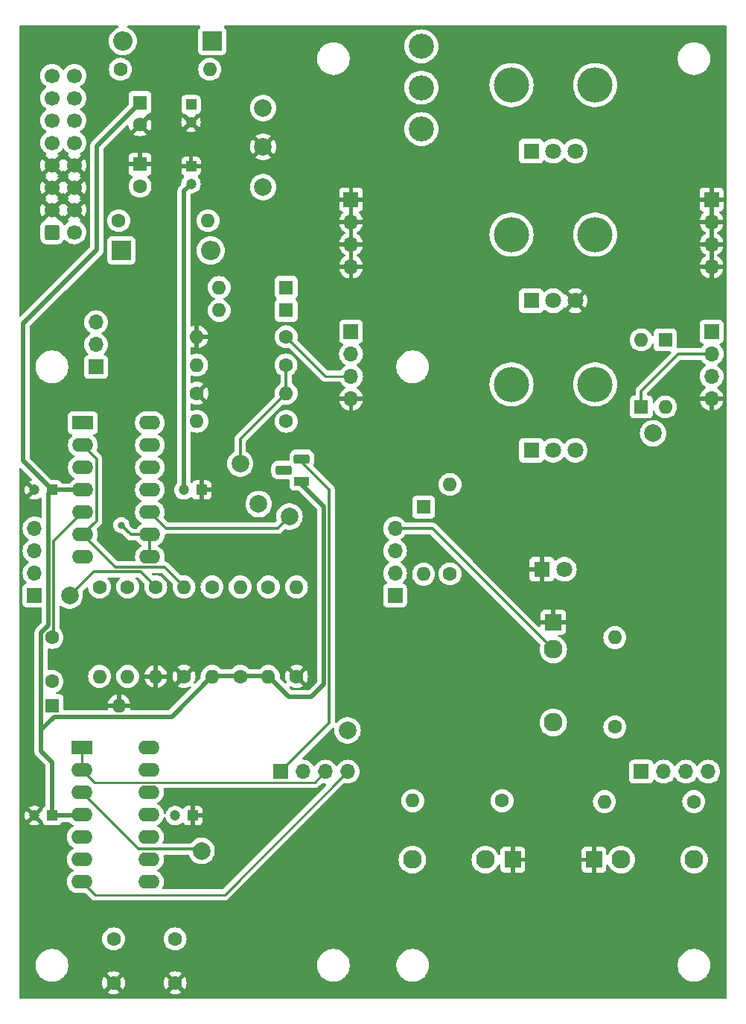
<source format=gbl>
G04 #@! TF.GenerationSoftware,KiCad,Pcbnew,8.0.2-1*
G04 #@! TF.CreationDate,2024-06-17T09:57:31+02:00*
G04 #@! TF.ProjectId,scribble,73637269-6262-46c6-952e-6b696361645f,rev?*
G04 #@! TF.SameCoordinates,Original*
G04 #@! TF.FileFunction,Copper,L2,Bot*
G04 #@! TF.FilePolarity,Positive*
%FSLAX46Y46*%
G04 Gerber Fmt 4.6, Leading zero omitted, Abs format (unit mm)*
G04 Created by KiCad (PCBNEW 8.0.2-1) date 2024-06-17 09:57:31*
%MOMM*%
%LPD*%
G01*
G04 APERTURE LIST*
G04 Aperture macros list*
%AMRoundRect*
0 Rectangle with rounded corners*
0 $1 Rounding radius*
0 $2 $3 $4 $5 $6 $7 $8 $9 X,Y pos of 4 corners*
0 Add a 4 corners polygon primitive as box body*
4,1,4,$2,$3,$4,$5,$6,$7,$8,$9,$2,$3,0*
0 Add four circle primitives for the rounded corners*
1,1,$1+$1,$2,$3*
1,1,$1+$1,$4,$5*
1,1,$1+$1,$6,$7*
1,1,$1+$1,$8,$9*
0 Add four rect primitives between the rounded corners*
20,1,$1+$1,$2,$3,$4,$5,0*
20,1,$1+$1,$4,$5,$6,$7,0*
20,1,$1+$1,$6,$7,$8,$9,0*
20,1,$1+$1,$8,$9,$2,$3,0*%
G04 Aperture macros list end*
G04 #@! TA.AperFunction,ComponentPad*
%ADD10C,1.600000*%
G04 #@! TD*
G04 #@! TA.AperFunction,ComponentPad*
%ADD11O,1.600000X1.600000*%
G04 #@! TD*
G04 #@! TA.AperFunction,ComponentPad*
%ADD12R,1.800000X1.100000*%
G04 #@! TD*
G04 #@! TA.AperFunction,ComponentPad*
%ADD13RoundRect,0.275000X0.625000X-0.275000X0.625000X0.275000X-0.625000X0.275000X-0.625000X-0.275000X0*%
G04 #@! TD*
G04 #@! TA.AperFunction,ComponentPad*
%ADD14O,4.000000X4.000000*%
G04 #@! TD*
G04 #@! TA.AperFunction,ComponentPad*
%ADD15R,1.800000X1.800000*%
G04 #@! TD*
G04 #@! TA.AperFunction,ComponentPad*
%ADD16C,1.800000*%
G04 #@! TD*
G04 #@! TA.AperFunction,ComponentPad*
%ADD17R,1.600000X1.600000*%
G04 #@! TD*
G04 #@! TA.AperFunction,ComponentPad*
%ADD18R,2.200000X2.200000*%
G04 #@! TD*
G04 #@! TA.AperFunction,ComponentPad*
%ADD19O,2.200000X2.200000*%
G04 #@! TD*
G04 #@! TA.AperFunction,ComponentPad*
%ADD20C,2.000000*%
G04 #@! TD*
G04 #@! TA.AperFunction,ComponentPad*
%ADD21R,1.700000X1.700000*%
G04 #@! TD*
G04 #@! TA.AperFunction,ComponentPad*
%ADD22O,1.700000X1.700000*%
G04 #@! TD*
G04 #@! TA.AperFunction,ComponentPad*
%ADD23R,2.400000X1.600000*%
G04 #@! TD*
G04 #@! TA.AperFunction,ComponentPad*
%ADD24O,2.400000X1.600000*%
G04 #@! TD*
G04 #@! TA.AperFunction,ComponentPad*
%ADD25R,1.930000X1.830000*%
G04 #@! TD*
G04 #@! TA.AperFunction,ComponentPad*
%ADD26C,2.130000*%
G04 #@! TD*
G04 #@! TA.AperFunction,ComponentPad*
%ADD27R,1.830000X1.930000*%
G04 #@! TD*
G04 #@! TA.AperFunction,ComponentPad*
%ADD28C,2.850000*%
G04 #@! TD*
G04 #@! TA.AperFunction,ComponentPad*
%ADD29R,1.200000X1.200000*%
G04 #@! TD*
G04 #@! TA.AperFunction,ComponentPad*
%ADD30C,1.200000*%
G04 #@! TD*
G04 #@! TA.AperFunction,ComponentPad*
%ADD31RoundRect,0.250000X-0.600000X-0.600000X0.600000X-0.600000X0.600000X0.600000X-0.600000X0.600000X0*%
G04 #@! TD*
G04 #@! TA.AperFunction,ComponentPad*
%ADD32C,1.700000*%
G04 #@! TD*
G04 #@! TA.AperFunction,ViaPad*
%ADD33C,0.800000*%
G04 #@! TD*
G04 #@! TA.AperFunction,Conductor*
%ADD34C,0.500000*%
G04 #@! TD*
G04 #@! TA.AperFunction,Conductor*
%ADD35C,0.300000*%
G04 #@! TD*
G04 #@! TA.AperFunction,Conductor*
%ADD36C,0.250000*%
G04 #@! TD*
G04 APERTURE END LIST*
D10*
X78600000Y-114020000D03*
D11*
X78600000Y-124180000D03*
D12*
X82400000Y-102000000D03*
D13*
X80330000Y-100730000D03*
X82400000Y-99460000D03*
D14*
X106250000Y-74000000D03*
X115750000Y-74000000D03*
D15*
X108500000Y-81500000D03*
D16*
X111000000Y-81500000D03*
X113500000Y-81500000D03*
D17*
X80620000Y-82600000D03*
D11*
X73000000Y-82600000D03*
D10*
X80630000Y-95200000D03*
D11*
X70470000Y-95200000D03*
D18*
X61870000Y-75800000D03*
D19*
X72030000Y-75800000D03*
D20*
X78000000Y-64000000D03*
D21*
X88000000Y-70000000D03*
D22*
X88000000Y-72540000D03*
X88000000Y-75080000D03*
X88000000Y-77620000D03*
D20*
X75400000Y-100000000D03*
D10*
X118000000Y-129930000D03*
D11*
X118000000Y-119770000D03*
D21*
X88000000Y-85000000D03*
D22*
X88000000Y-87540000D03*
X88000000Y-90080000D03*
X88000000Y-92620000D03*
D20*
X71000000Y-144000000D03*
D14*
X106250000Y-91000000D03*
X115750000Y-91000000D03*
D15*
X108500000Y-98500000D03*
D16*
X111000000Y-98500000D03*
X113500000Y-98500000D03*
D15*
X109710000Y-112000000D03*
D16*
X112250000Y-112000000D03*
D14*
X106250000Y-57000000D03*
X115750000Y-57000000D03*
D15*
X108500000Y-64500000D03*
D16*
X111000000Y-64500000D03*
X113500000Y-64500000D03*
D20*
X56000000Y-115000000D03*
D18*
X72210000Y-52000000D03*
D19*
X62050000Y-52000000D03*
D10*
X72200000Y-114020000D03*
D11*
X72200000Y-124180000D03*
D17*
X96250000Y-104940000D03*
D11*
X96250000Y-112560000D03*
D10*
X126980000Y-138400000D03*
D11*
X116820000Y-138400000D03*
D10*
X80630000Y-85600000D03*
D11*
X70470000Y-85600000D03*
D23*
X57380000Y-132260000D03*
D24*
X57380000Y-134800000D03*
X57380000Y-137340000D03*
X57380000Y-139880000D03*
X57380000Y-142420000D03*
X57380000Y-144960000D03*
X57380000Y-147500000D03*
X65000000Y-147500000D03*
X65000000Y-144960000D03*
X65000000Y-142420000D03*
X65000000Y-139880000D03*
X65000000Y-137340000D03*
X65000000Y-134800000D03*
X65000000Y-132260000D03*
D10*
X75400000Y-124180000D03*
D11*
X75400000Y-114020000D03*
D17*
X54000000Y-127500000D03*
D11*
X61620000Y-127500000D03*
D10*
X99250000Y-112530000D03*
D11*
X99250000Y-102370000D03*
D17*
X123750000Y-85940000D03*
D11*
X123750000Y-93560000D03*
D20*
X78000000Y-59600000D03*
D21*
X80000000Y-135000000D03*
D22*
X82540000Y-135000000D03*
X85080000Y-135000000D03*
X87620000Y-135000000D03*
D10*
X80600000Y-88800000D03*
D11*
X70440000Y-88800000D03*
D10*
X81800000Y-124180000D03*
D11*
X81800000Y-114020000D03*
D17*
X80620000Y-80000000D03*
D11*
X73000000Y-80000000D03*
D21*
X52000000Y-115000000D03*
D22*
X52000000Y-112460000D03*
X52000000Y-109920000D03*
X52000000Y-107380000D03*
D17*
X121000000Y-93560000D03*
D11*
X121000000Y-85940000D03*
D25*
X111000000Y-118020000D03*
D26*
X111000000Y-129420000D03*
X111000000Y-121120000D03*
D27*
X115620000Y-145000000D03*
D26*
X127020000Y-145000000D03*
X118720000Y-145000000D03*
D23*
X57500000Y-95375000D03*
D24*
X57500000Y-97915000D03*
X57500000Y-100455000D03*
X57500000Y-102995000D03*
X57500000Y-105535000D03*
X57500000Y-108075000D03*
X57500000Y-110615000D03*
X65120000Y-110615000D03*
X65120000Y-108075000D03*
X65120000Y-105535000D03*
X65120000Y-102995000D03*
X65120000Y-100455000D03*
X65120000Y-97915000D03*
X65120000Y-95375000D03*
D10*
X70470000Y-92000000D03*
D11*
X80630000Y-92000000D03*
D10*
X59400000Y-114020000D03*
D11*
X59400000Y-124180000D03*
D20*
X77500000Y-104600000D03*
D10*
X105180000Y-138300000D03*
D11*
X95020000Y-138300000D03*
D10*
X61770000Y-55200000D03*
D11*
X71930000Y-55200000D03*
D10*
X61570000Y-72400000D03*
D11*
X71730000Y-72400000D03*
D20*
X122350000Y-96570000D03*
D10*
X69000000Y-124180000D03*
D11*
X69000000Y-114020000D03*
D27*
X106380000Y-145000000D03*
D26*
X94980000Y-145000000D03*
X103280000Y-145000000D03*
D20*
X78000000Y-68600000D03*
D10*
X65800000Y-114020000D03*
D11*
X65800000Y-124180000D03*
D10*
X62600000Y-114020000D03*
D11*
X62600000Y-124180000D03*
D28*
X96000000Y-62000000D03*
X96000000Y-57300000D03*
X96000000Y-52600000D03*
D20*
X81000000Y-106000000D03*
X87600000Y-130300000D03*
D21*
X129000000Y-85000000D03*
D22*
X129000000Y-87540000D03*
X129000000Y-90080000D03*
X129000000Y-92620000D03*
D17*
X64000000Y-66000000D03*
D10*
X64000000Y-68500000D03*
X54000000Y-119750000D03*
X54000000Y-124750000D03*
D21*
X121000000Y-135000000D03*
D22*
X123540000Y-135000000D03*
X126080000Y-135000000D03*
X128620000Y-135000000D03*
D29*
X69800000Y-66227401D03*
D30*
X69800000Y-68227401D03*
D17*
X64000000Y-59000000D03*
D10*
X64000000Y-61500000D03*
D21*
X129000000Y-70000000D03*
D22*
X129000000Y-72540000D03*
X129000000Y-75080000D03*
X129000000Y-77620000D03*
D21*
X59000000Y-89025000D03*
D22*
X59000000Y-86485000D03*
X59000000Y-83945000D03*
D21*
X93000000Y-115000000D03*
D22*
X93000000Y-112460000D03*
X93000000Y-109920000D03*
X93000000Y-107380000D03*
D10*
X68000000Y-154000000D03*
X68000000Y-159000000D03*
D29*
X54000000Y-103000000D03*
D30*
X52000000Y-103000000D03*
D31*
X54000000Y-73720000D03*
D32*
X56540000Y-73720000D03*
X54000000Y-71180000D03*
X56540000Y-71180000D03*
X54000000Y-68640000D03*
X56540000Y-68640000D03*
X54000000Y-66100000D03*
X56540000Y-66100000D03*
X54000000Y-63560000D03*
X56540000Y-63560000D03*
X54000000Y-61020000D03*
X56540000Y-61020000D03*
X54000000Y-58480000D03*
X56540000Y-58480000D03*
X54000000Y-55940000D03*
X56540000Y-55940000D03*
D29*
X70000000Y-140000000D03*
D30*
X68000000Y-140000000D03*
D10*
X61000000Y-154000000D03*
X61000000Y-159000000D03*
D29*
X69800000Y-59227401D03*
D30*
X69800000Y-61227401D03*
D29*
X71000000Y-103000000D03*
D30*
X69000000Y-103000000D03*
D29*
X54000000Y-140000000D03*
D30*
X52000000Y-140000000D03*
D33*
X61875000Y-107000000D03*
D34*
X59100000Y-75700000D02*
X50700000Y-84100000D01*
X67610000Y-128750000D02*
X72200000Y-124160000D01*
X54000000Y-133949390D02*
X54000000Y-140000000D01*
X54000000Y-140000000D02*
X57260000Y-140000000D01*
X53600000Y-103400000D02*
X53600000Y-118382233D01*
X84900000Y-104900000D02*
X82000000Y-102000000D01*
X59100000Y-63900000D02*
X59100000Y-75700000D01*
X80940000Y-126500000D02*
X83500000Y-126500000D01*
X53600000Y-118382233D02*
X52750000Y-119232233D01*
X83500000Y-126500000D02*
X84900000Y-125100000D01*
X57495000Y-103000000D02*
X57500000Y-102995000D01*
X64000000Y-59000000D02*
X59100000Y-63900000D01*
X52750000Y-119232233D02*
X52750000Y-132699390D01*
X78600000Y-124160000D02*
X80940000Y-126500000D01*
X52750000Y-132699390D02*
X54000000Y-133949390D01*
X52750000Y-130250000D02*
X54250000Y-128750000D01*
X54250000Y-128750000D02*
X67610000Y-128750000D01*
X52750000Y-132699390D02*
X52750000Y-130250000D01*
X75400000Y-124160000D02*
X78600000Y-124160000D01*
X54000000Y-103000000D02*
X53600000Y-103400000D01*
X50700000Y-84100000D02*
X50700000Y-99700000D01*
X72200000Y-124160000D02*
X75400000Y-124160000D01*
X54000000Y-103000000D02*
X57495000Y-103000000D01*
X84900000Y-125100000D02*
X84900000Y-104900000D01*
X50700000Y-99700000D02*
X54000000Y-103000000D01*
X57260000Y-140000000D02*
X57380000Y-139880000D01*
X69000000Y-103000000D02*
X69000000Y-69027401D01*
X69000000Y-69027401D02*
X69800000Y-68227401D01*
D35*
X63850000Y-143810000D02*
X57380000Y-137340000D01*
X70810000Y-143810000D02*
X63850000Y-143810000D01*
X71000000Y-144000000D02*
X70810000Y-143810000D01*
X64065000Y-112265000D02*
X58735000Y-112265000D01*
X58735000Y-112265000D02*
X56000000Y-115000000D01*
X65800000Y-114000000D02*
X64065000Y-112265000D01*
X121000000Y-91750000D02*
X125210000Y-87540000D01*
X125210000Y-87540000D02*
X129000000Y-87540000D01*
X121000000Y-93560000D02*
X121000000Y-91750000D01*
X81000000Y-106000000D02*
X79650000Y-107350000D01*
X79650000Y-107350000D02*
X66935000Y-107350000D01*
X66935000Y-107350000D02*
X65120000Y-105535000D01*
D36*
X85100000Y-90080000D02*
X80620000Y-85600000D01*
X88000000Y-90080000D02*
X85100000Y-90080000D01*
X57380000Y-134800000D02*
X57380000Y-132260000D01*
X58795000Y-136215000D02*
X57380000Y-134800000D01*
X83865000Y-136215000D02*
X58795000Y-136215000D01*
X85080000Y-135000000D02*
X83865000Y-136215000D01*
D35*
X62950000Y-108075000D02*
X65120000Y-108075000D01*
X65120000Y-108075000D02*
X65120000Y-110615000D01*
X61875000Y-107000000D02*
X62950000Y-108075000D01*
X59050000Y-106525000D02*
X59050000Y-99465000D01*
X57500000Y-108075000D02*
X61190000Y-111765000D01*
X57500000Y-108075000D02*
X59050000Y-106525000D01*
X66765000Y-111765000D02*
X69000000Y-114000000D01*
X61190000Y-111765000D02*
X66765000Y-111765000D01*
X59050000Y-99465000D02*
X57500000Y-97915000D01*
X80620000Y-92000000D02*
X80620000Y-88800000D01*
X75400000Y-100000000D02*
X75400000Y-97220000D01*
X75400000Y-97220000D02*
X80620000Y-92000000D01*
X85500000Y-129500000D02*
X80000000Y-135000000D01*
X85500000Y-102950000D02*
X85500000Y-129500000D01*
X82010000Y-99460000D02*
X85500000Y-102950000D01*
X82000000Y-99460000D02*
X82010000Y-99460000D01*
D36*
X57380000Y-147500000D02*
X58880000Y-149000000D01*
X73620000Y-149000000D02*
X87620000Y-135000000D01*
X58880000Y-149000000D02*
X73620000Y-149000000D01*
D35*
X54200000Y-119550000D02*
X54200000Y-108835000D01*
X54200000Y-108835000D02*
X57500000Y-105535000D01*
X54000000Y-119750000D02*
X54200000Y-119550000D01*
X97280000Y-107380000D02*
X93000000Y-107380000D01*
X111000000Y-121100000D02*
X97280000Y-107380000D01*
G04 #@! TA.AperFunction,Conductor*
G36*
X88250000Y-77186988D02*
G01*
X88192993Y-77154075D01*
X88065826Y-77120000D01*
X87934174Y-77120000D01*
X87807007Y-77154075D01*
X87750000Y-77186988D01*
X87750000Y-75513012D01*
X87807007Y-75545925D01*
X87934174Y-75580000D01*
X88065826Y-75580000D01*
X88192993Y-75545925D01*
X88250000Y-75513012D01*
X88250000Y-77186988D01*
G37*
G04 #@! TD.AperFunction*
G04 #@! TA.AperFunction,Conductor*
G36*
X88250000Y-74646988D02*
G01*
X88192993Y-74614075D01*
X88065826Y-74580000D01*
X87934174Y-74580000D01*
X87807007Y-74614075D01*
X87750000Y-74646988D01*
X87750000Y-72973012D01*
X87807007Y-73005925D01*
X87934174Y-73040000D01*
X88065826Y-73040000D01*
X88192993Y-73005925D01*
X88250000Y-72973012D01*
X88250000Y-74646988D01*
G37*
G04 #@! TD.AperFunction*
G04 #@! TA.AperFunction,Conductor*
G36*
X88250000Y-72106988D02*
G01*
X88192993Y-72074075D01*
X88065826Y-72040000D01*
X87934174Y-72040000D01*
X87807007Y-72074075D01*
X87750000Y-72106988D01*
X87750000Y-70433012D01*
X87807007Y-70465925D01*
X87934174Y-70500000D01*
X88065826Y-70500000D01*
X88192993Y-70465925D01*
X88250000Y-70433012D01*
X88250000Y-72106988D01*
G37*
G04 #@! TD.AperFunction*
G04 #@! TA.AperFunction,Conductor*
G36*
X129250000Y-77186988D02*
G01*
X129192993Y-77154075D01*
X129065826Y-77120000D01*
X128934174Y-77120000D01*
X128807007Y-77154075D01*
X128750000Y-77186988D01*
X128750000Y-75513012D01*
X128807007Y-75545925D01*
X128934174Y-75580000D01*
X129065826Y-75580000D01*
X129192993Y-75545925D01*
X129250000Y-75513012D01*
X129250000Y-77186988D01*
G37*
G04 #@! TD.AperFunction*
G04 #@! TA.AperFunction,Conductor*
G36*
X129250000Y-74646988D02*
G01*
X129192993Y-74614075D01*
X129065826Y-74580000D01*
X128934174Y-74580000D01*
X128807007Y-74614075D01*
X128750000Y-74646988D01*
X128750000Y-72973012D01*
X128807007Y-73005925D01*
X128934174Y-73040000D01*
X129065826Y-73040000D01*
X129192993Y-73005925D01*
X129250000Y-72973012D01*
X129250000Y-74646988D01*
G37*
G04 #@! TD.AperFunction*
G04 #@! TA.AperFunction,Conductor*
G36*
X129250000Y-72106988D02*
G01*
X129192993Y-72074075D01*
X129065826Y-72040000D01*
X128934174Y-72040000D01*
X128807007Y-72074075D01*
X128750000Y-72106988D01*
X128750000Y-70433012D01*
X128807007Y-70465925D01*
X128934174Y-70500000D01*
X129065826Y-70500000D01*
X129192993Y-70465925D01*
X129250000Y-70433012D01*
X129250000Y-72106988D01*
G37*
G04 #@! TD.AperFunction*
G04 #@! TA.AperFunction,Conductor*
G36*
X56074075Y-71372993D02*
G01*
X56139901Y-71487007D01*
X56232993Y-71580099D01*
X56347007Y-71645925D01*
X56410590Y-71662962D01*
X55778625Y-72294925D01*
X55854594Y-72348119D01*
X55898219Y-72402696D01*
X55905413Y-72472194D01*
X55873890Y-72534549D01*
X55854595Y-72551269D01*
X55668594Y-72681508D01*
X55501503Y-72848599D01*
X55500349Y-72849975D01*
X55499688Y-72850414D01*
X55497676Y-72852427D01*
X55497271Y-72852022D01*
X55442173Y-72888671D01*
X55372312Y-72889772D01*
X55312946Y-72852928D01*
X55287663Y-72809265D01*
X55284814Y-72800666D01*
X55192712Y-72651344D01*
X55068656Y-72527288D01*
X54919334Y-72435186D01*
X54846966Y-72411205D01*
X54789522Y-72371433D01*
X54762699Y-72306917D01*
X54762585Y-72296137D01*
X54129409Y-71662962D01*
X54192993Y-71645925D01*
X54307007Y-71580099D01*
X54400099Y-71487007D01*
X54465925Y-71372993D01*
X54482962Y-71309410D01*
X55114925Y-71941373D01*
X55168425Y-71864968D01*
X55223002Y-71821344D01*
X55292501Y-71814151D01*
X55354855Y-71845673D01*
X55371576Y-71864969D01*
X55425073Y-71941372D01*
X56057037Y-71309409D01*
X56074075Y-71372993D01*
G37*
G04 #@! TD.AperFunction*
G04 #@! TA.AperFunction,Conductor*
G36*
X56074075Y-68832993D02*
G01*
X56139901Y-68947007D01*
X56232993Y-69040099D01*
X56347007Y-69105925D01*
X56410590Y-69122962D01*
X55778625Y-69754925D01*
X55855031Y-69808425D01*
X55898655Y-69863002D01*
X55905848Y-69932501D01*
X55874326Y-69994855D01*
X55855029Y-70011576D01*
X55778625Y-70065072D01*
X56410590Y-70697037D01*
X56347007Y-70714075D01*
X56232993Y-70779901D01*
X56139901Y-70872993D01*
X56074075Y-70987007D01*
X56057037Y-71050590D01*
X55425072Y-70418625D01*
X55425072Y-70418626D01*
X55371574Y-70495030D01*
X55316998Y-70538655D01*
X55247499Y-70545849D01*
X55185144Y-70514326D01*
X55168424Y-70495030D01*
X55114925Y-70418626D01*
X55114925Y-70418625D01*
X54482962Y-71050589D01*
X54465925Y-70987007D01*
X54400099Y-70872993D01*
X54307007Y-70779901D01*
X54192993Y-70714075D01*
X54129410Y-70697037D01*
X54761373Y-70065073D01*
X54684969Y-70011576D01*
X54641344Y-69956999D01*
X54634150Y-69887501D01*
X54665672Y-69825146D01*
X54684968Y-69808425D01*
X54761373Y-69754925D01*
X54129409Y-69122962D01*
X54192993Y-69105925D01*
X54307007Y-69040099D01*
X54400099Y-68947007D01*
X54465925Y-68832993D01*
X54482962Y-68769410D01*
X55114925Y-69401373D01*
X55168425Y-69324968D01*
X55223002Y-69281344D01*
X55292501Y-69274151D01*
X55354855Y-69305673D01*
X55371576Y-69324969D01*
X55425073Y-69401372D01*
X56057037Y-68769409D01*
X56074075Y-68832993D01*
G37*
G04 #@! TD.AperFunction*
G04 #@! TA.AperFunction,Conductor*
G36*
X56074075Y-66292993D02*
G01*
X56139901Y-66407007D01*
X56232993Y-66500099D01*
X56347007Y-66565925D01*
X56410590Y-66582962D01*
X55778625Y-67214925D01*
X55855031Y-67268425D01*
X55898655Y-67323002D01*
X55905848Y-67392501D01*
X55874326Y-67454855D01*
X55855029Y-67471576D01*
X55778625Y-67525072D01*
X56410590Y-68157037D01*
X56347007Y-68174075D01*
X56232993Y-68239901D01*
X56139901Y-68332993D01*
X56074075Y-68447007D01*
X56057037Y-68510590D01*
X55425072Y-67878625D01*
X55425072Y-67878626D01*
X55371574Y-67955030D01*
X55316998Y-67998655D01*
X55247499Y-68005849D01*
X55185144Y-67974326D01*
X55168424Y-67955030D01*
X55114925Y-67878626D01*
X55114925Y-67878625D01*
X54482962Y-68510589D01*
X54465925Y-68447007D01*
X54400099Y-68332993D01*
X54307007Y-68239901D01*
X54192993Y-68174075D01*
X54129410Y-68157037D01*
X54761373Y-67525073D01*
X54684969Y-67471576D01*
X54641344Y-67416999D01*
X54634150Y-67347501D01*
X54665672Y-67285146D01*
X54684968Y-67268425D01*
X54761373Y-67214925D01*
X54129409Y-66582962D01*
X54192993Y-66565925D01*
X54307007Y-66500099D01*
X54400099Y-66407007D01*
X54465925Y-66292993D01*
X54482962Y-66229410D01*
X55114925Y-66861373D01*
X55168425Y-66784968D01*
X55223002Y-66741344D01*
X55292501Y-66734151D01*
X55354855Y-66765673D01*
X55371576Y-66784969D01*
X55425073Y-66861372D01*
X56057037Y-66229409D01*
X56074075Y-66292993D01*
G37*
G04 #@! TD.AperFunction*
G04 #@! TA.AperFunction,Conductor*
G36*
X55354855Y-64226546D02*
G01*
X55371575Y-64245842D01*
X55501500Y-64431395D01*
X55501505Y-64431401D01*
X55668599Y-64598495D01*
X55854594Y-64728730D01*
X55898218Y-64783307D01*
X55905411Y-64852806D01*
X55873889Y-64915160D01*
X55854593Y-64931880D01*
X55778626Y-64985072D01*
X55778625Y-64985072D01*
X56410590Y-65617037D01*
X56347007Y-65634075D01*
X56232993Y-65699901D01*
X56139901Y-65792993D01*
X56074075Y-65907007D01*
X56057037Y-65970590D01*
X55425072Y-65338625D01*
X55425072Y-65338626D01*
X55371574Y-65415030D01*
X55316998Y-65458655D01*
X55247499Y-65465849D01*
X55185144Y-65434326D01*
X55168424Y-65415030D01*
X55114925Y-65338626D01*
X55114925Y-65338625D01*
X54482962Y-65970589D01*
X54465925Y-65907007D01*
X54400099Y-65792993D01*
X54307007Y-65699901D01*
X54192993Y-65634075D01*
X54129410Y-65617037D01*
X54761373Y-64985073D01*
X54761373Y-64985072D01*
X54685405Y-64931880D01*
X54641780Y-64877304D01*
X54634586Y-64807805D01*
X54666108Y-64745451D01*
X54685399Y-64728734D01*
X54871401Y-64598495D01*
X55038495Y-64431401D01*
X55168425Y-64245842D01*
X55223002Y-64202217D01*
X55292500Y-64195023D01*
X55354855Y-64226546D01*
G37*
G04 #@! TD.AperFunction*
G04 #@! TA.AperFunction,Conductor*
G36*
X61535006Y-50270185D02*
G01*
X61580761Y-50322989D01*
X61590705Y-50392147D01*
X61561680Y-50455703D01*
X61515420Y-50489061D01*
X61321140Y-50569533D01*
X61106346Y-50701160D01*
X61106343Y-50701161D01*
X60914776Y-50864776D01*
X60751161Y-51056343D01*
X60751160Y-51056346D01*
X60619533Y-51271140D01*
X60523126Y-51503889D01*
X60464317Y-51748848D01*
X60444551Y-52000000D01*
X60464317Y-52251151D01*
X60523126Y-52496110D01*
X60619533Y-52728859D01*
X60751160Y-52943653D01*
X60751161Y-52943656D01*
X60806604Y-53008571D01*
X60914776Y-53135224D01*
X61063066Y-53261875D01*
X61106343Y-53298838D01*
X61106346Y-53298839D01*
X61321140Y-53430466D01*
X61553889Y-53526873D01*
X61798852Y-53585683D01*
X62050000Y-53605449D01*
X62301148Y-53585683D01*
X62546111Y-53526873D01*
X62778859Y-53430466D01*
X62993659Y-53298836D01*
X63185224Y-53135224D01*
X63348836Y-52943659D01*
X63480466Y-52728859D01*
X63576873Y-52496111D01*
X63635683Y-52251148D01*
X63655449Y-52000000D01*
X63635683Y-51748852D01*
X63576873Y-51503889D01*
X63480466Y-51271141D01*
X63480466Y-51271140D01*
X63348839Y-51056346D01*
X63348838Y-51056343D01*
X63280243Y-50976029D01*
X63185224Y-50864776D01*
X63048236Y-50747777D01*
X62993656Y-50701161D01*
X62993653Y-50701160D01*
X62778859Y-50569533D01*
X62584580Y-50489061D01*
X62530177Y-50445220D01*
X62508112Y-50378926D01*
X62525391Y-50311227D01*
X62576528Y-50263616D01*
X62632033Y-50250500D01*
X70769897Y-50250500D01*
X70836936Y-50270185D01*
X70882691Y-50322989D01*
X70892635Y-50392147D01*
X70863610Y-50455703D01*
X70844208Y-50473766D01*
X70752455Y-50542452D01*
X70752452Y-50542455D01*
X70666206Y-50657664D01*
X70666202Y-50657671D01*
X70615908Y-50792517D01*
X70610370Y-50844032D01*
X70609501Y-50852123D01*
X70609500Y-50852135D01*
X70609500Y-53147870D01*
X70609501Y-53147876D01*
X70615908Y-53207483D01*
X70666202Y-53342328D01*
X70666206Y-53342335D01*
X70752452Y-53457544D01*
X70752455Y-53457547D01*
X70867664Y-53543793D01*
X70867671Y-53543797D01*
X71002517Y-53594091D01*
X71002516Y-53594091D01*
X71009444Y-53594835D01*
X71062127Y-53600500D01*
X73357872Y-53600499D01*
X73417483Y-53594091D01*
X73552331Y-53543796D01*
X73667546Y-53457546D01*
X73753796Y-53342331D01*
X73804091Y-53207483D01*
X73810500Y-53147873D01*
X73810499Y-50852128D01*
X73804091Y-50792517D01*
X73787403Y-50747775D01*
X73753797Y-50657671D01*
X73753793Y-50657664D01*
X73667547Y-50542455D01*
X73667544Y-50542452D01*
X73575792Y-50473766D01*
X73533921Y-50417832D01*
X73528937Y-50348141D01*
X73562423Y-50286818D01*
X73623746Y-50253334D01*
X73650103Y-50250500D01*
X130625500Y-50250500D01*
X130692539Y-50270185D01*
X130738294Y-50322989D01*
X130749500Y-50374500D01*
X130749500Y-160625500D01*
X130729815Y-160692539D01*
X130677011Y-160738294D01*
X130625500Y-160749500D01*
X50374500Y-160749500D01*
X50307461Y-160729815D01*
X50261706Y-160677011D01*
X50250500Y-160625500D01*
X50250500Y-158999997D01*
X59695034Y-158999997D01*
X59695034Y-159000002D01*
X59714858Y-159226599D01*
X59714860Y-159226610D01*
X59773730Y-159446317D01*
X59773735Y-159446331D01*
X59869863Y-159652478D01*
X59920974Y-159725472D01*
X60600000Y-159046446D01*
X60600000Y-159052661D01*
X60627259Y-159154394D01*
X60679920Y-159245606D01*
X60754394Y-159320080D01*
X60845606Y-159372741D01*
X60947339Y-159400000D01*
X60953553Y-159400000D01*
X60274526Y-160079025D01*
X60347513Y-160130132D01*
X60347521Y-160130136D01*
X60553668Y-160226264D01*
X60553682Y-160226269D01*
X60773389Y-160285139D01*
X60773400Y-160285141D01*
X60999998Y-160304966D01*
X61000002Y-160304966D01*
X61226599Y-160285141D01*
X61226610Y-160285139D01*
X61446317Y-160226269D01*
X61446331Y-160226264D01*
X61652478Y-160130136D01*
X61725471Y-160079024D01*
X61046447Y-159400000D01*
X61052661Y-159400000D01*
X61154394Y-159372741D01*
X61245606Y-159320080D01*
X61320080Y-159245606D01*
X61372741Y-159154394D01*
X61400000Y-159052661D01*
X61400000Y-159046447D01*
X62079024Y-159725471D01*
X62130136Y-159652478D01*
X62226264Y-159446331D01*
X62226269Y-159446317D01*
X62285139Y-159226610D01*
X62285141Y-159226599D01*
X62304966Y-159000002D01*
X62304966Y-158999997D01*
X66695034Y-158999997D01*
X66695034Y-159000002D01*
X66714858Y-159226599D01*
X66714860Y-159226610D01*
X66773730Y-159446317D01*
X66773735Y-159446331D01*
X66869863Y-159652478D01*
X66920974Y-159725472D01*
X67600000Y-159046446D01*
X67600000Y-159052661D01*
X67627259Y-159154394D01*
X67679920Y-159245606D01*
X67754394Y-159320080D01*
X67845606Y-159372741D01*
X67947339Y-159400000D01*
X67953553Y-159400000D01*
X67274526Y-160079025D01*
X67347513Y-160130132D01*
X67347521Y-160130136D01*
X67553668Y-160226264D01*
X67553682Y-160226269D01*
X67773389Y-160285139D01*
X67773400Y-160285141D01*
X67999998Y-160304966D01*
X68000002Y-160304966D01*
X68226599Y-160285141D01*
X68226610Y-160285139D01*
X68446317Y-160226269D01*
X68446331Y-160226264D01*
X68652478Y-160130136D01*
X68725471Y-160079024D01*
X68046447Y-159400000D01*
X68052661Y-159400000D01*
X68154394Y-159372741D01*
X68245606Y-159320080D01*
X68320080Y-159245606D01*
X68372741Y-159154394D01*
X68400000Y-159052661D01*
X68400000Y-159046447D01*
X69079024Y-159725471D01*
X69130136Y-159652478D01*
X69226264Y-159446331D01*
X69226269Y-159446317D01*
X69285139Y-159226610D01*
X69285141Y-159226599D01*
X69304966Y-159000002D01*
X69304966Y-158999997D01*
X69285141Y-158773400D01*
X69285139Y-158773389D01*
X69226269Y-158553682D01*
X69226264Y-158553668D01*
X69130136Y-158347521D01*
X69130132Y-158347513D01*
X69079025Y-158274526D01*
X68400000Y-158953551D01*
X68400000Y-158947339D01*
X68372741Y-158845606D01*
X68320080Y-158754394D01*
X68245606Y-158679920D01*
X68154394Y-158627259D01*
X68052661Y-158600000D01*
X68046448Y-158600000D01*
X68725472Y-157920974D01*
X68652478Y-157869863D01*
X68446331Y-157773735D01*
X68446317Y-157773730D01*
X68226610Y-157714860D01*
X68226599Y-157714858D01*
X68000002Y-157695034D01*
X67999998Y-157695034D01*
X67773400Y-157714858D01*
X67773389Y-157714860D01*
X67553682Y-157773730D01*
X67553673Y-157773734D01*
X67347516Y-157869866D01*
X67347512Y-157869868D01*
X67274526Y-157920973D01*
X67274526Y-157920974D01*
X67953553Y-158600000D01*
X67947339Y-158600000D01*
X67845606Y-158627259D01*
X67754394Y-158679920D01*
X67679920Y-158754394D01*
X67627259Y-158845606D01*
X67600000Y-158947339D01*
X67600000Y-158953552D01*
X66920974Y-158274526D01*
X66920973Y-158274526D01*
X66869868Y-158347512D01*
X66869866Y-158347516D01*
X66773734Y-158553673D01*
X66773730Y-158553682D01*
X66714860Y-158773389D01*
X66714858Y-158773400D01*
X66695034Y-158999997D01*
X62304966Y-158999997D01*
X62285141Y-158773400D01*
X62285139Y-158773389D01*
X62226269Y-158553682D01*
X62226264Y-158553668D01*
X62130136Y-158347521D01*
X62130132Y-158347513D01*
X62079025Y-158274526D01*
X61400000Y-158953551D01*
X61400000Y-158947339D01*
X61372741Y-158845606D01*
X61320080Y-158754394D01*
X61245606Y-158679920D01*
X61154394Y-158627259D01*
X61052661Y-158600000D01*
X61046448Y-158600000D01*
X61725472Y-157920974D01*
X61652478Y-157869863D01*
X61446331Y-157773735D01*
X61446317Y-157773730D01*
X61226610Y-157714860D01*
X61226599Y-157714858D01*
X61000002Y-157695034D01*
X60999998Y-157695034D01*
X60773400Y-157714858D01*
X60773389Y-157714860D01*
X60553682Y-157773730D01*
X60553673Y-157773734D01*
X60347516Y-157869866D01*
X60347512Y-157869868D01*
X60274526Y-157920973D01*
X60274526Y-157920974D01*
X60953553Y-158600000D01*
X60947339Y-158600000D01*
X60845606Y-158627259D01*
X60754394Y-158679920D01*
X60679920Y-158754394D01*
X60627259Y-158845606D01*
X60600000Y-158947339D01*
X60600000Y-158953552D01*
X59920974Y-158274526D01*
X59920973Y-158274526D01*
X59869868Y-158347512D01*
X59869866Y-158347516D01*
X59773734Y-158553673D01*
X59773730Y-158553682D01*
X59714860Y-158773389D01*
X59714858Y-158773400D01*
X59695034Y-158999997D01*
X50250500Y-158999997D01*
X50250500Y-156878711D01*
X52149500Y-156878711D01*
X52149500Y-157121288D01*
X52181161Y-157361785D01*
X52243947Y-157596104D01*
X52336773Y-157820205D01*
X52336776Y-157820212D01*
X52458064Y-158030289D01*
X52458066Y-158030292D01*
X52458067Y-158030293D01*
X52605733Y-158222736D01*
X52605739Y-158222743D01*
X52777256Y-158394260D01*
X52777262Y-158394265D01*
X52969711Y-158541936D01*
X53179788Y-158663224D01*
X53403900Y-158756054D01*
X53638211Y-158818838D01*
X53818586Y-158842584D01*
X53878711Y-158850500D01*
X53878712Y-158850500D01*
X54121289Y-158850500D01*
X54169388Y-158844167D01*
X54361789Y-158818838D01*
X54596100Y-158756054D01*
X54820212Y-158663224D01*
X55030289Y-158541936D01*
X55222738Y-158394265D01*
X55394265Y-158222738D01*
X55541936Y-158030289D01*
X55663224Y-157820212D01*
X55756054Y-157596100D01*
X55818838Y-157361789D01*
X55850500Y-157121288D01*
X55850500Y-156878712D01*
X55850500Y-156878711D01*
X84149500Y-156878711D01*
X84149500Y-157121288D01*
X84181161Y-157361785D01*
X84243947Y-157596104D01*
X84336773Y-157820205D01*
X84336776Y-157820212D01*
X84458064Y-158030289D01*
X84458066Y-158030292D01*
X84458067Y-158030293D01*
X84605733Y-158222736D01*
X84605739Y-158222743D01*
X84777256Y-158394260D01*
X84777262Y-158394265D01*
X84969711Y-158541936D01*
X85179788Y-158663224D01*
X85403900Y-158756054D01*
X85638211Y-158818838D01*
X85818586Y-158842584D01*
X85878711Y-158850500D01*
X85878712Y-158850500D01*
X86121289Y-158850500D01*
X86169388Y-158844167D01*
X86361789Y-158818838D01*
X86596100Y-158756054D01*
X86820212Y-158663224D01*
X87030289Y-158541936D01*
X87222738Y-158394265D01*
X87394265Y-158222738D01*
X87541936Y-158030289D01*
X87663224Y-157820212D01*
X87756054Y-157596100D01*
X87818838Y-157361789D01*
X87850500Y-157121288D01*
X87850500Y-156878712D01*
X87850500Y-156878711D01*
X93149500Y-156878711D01*
X93149500Y-157121288D01*
X93181161Y-157361785D01*
X93243947Y-157596104D01*
X93336773Y-157820205D01*
X93336776Y-157820212D01*
X93458064Y-158030289D01*
X93458066Y-158030292D01*
X93458067Y-158030293D01*
X93605733Y-158222736D01*
X93605739Y-158222743D01*
X93777256Y-158394260D01*
X93777262Y-158394265D01*
X93969711Y-158541936D01*
X94179788Y-158663224D01*
X94403900Y-158756054D01*
X94638211Y-158818838D01*
X94818586Y-158842584D01*
X94878711Y-158850500D01*
X94878712Y-158850500D01*
X95121289Y-158850500D01*
X95169388Y-158844167D01*
X95361789Y-158818838D01*
X95596100Y-158756054D01*
X95820212Y-158663224D01*
X96030289Y-158541936D01*
X96222738Y-158394265D01*
X96394265Y-158222738D01*
X96541936Y-158030289D01*
X96663224Y-157820212D01*
X96756054Y-157596100D01*
X96818838Y-157361789D01*
X96850500Y-157121288D01*
X96850500Y-156878712D01*
X96850500Y-156878711D01*
X125149500Y-156878711D01*
X125149500Y-157121288D01*
X125181161Y-157361785D01*
X125243947Y-157596104D01*
X125336773Y-157820205D01*
X125336776Y-157820212D01*
X125458064Y-158030289D01*
X125458066Y-158030292D01*
X125458067Y-158030293D01*
X125605733Y-158222736D01*
X125605739Y-158222743D01*
X125777256Y-158394260D01*
X125777262Y-158394265D01*
X125969711Y-158541936D01*
X126179788Y-158663224D01*
X126403900Y-158756054D01*
X126638211Y-158818838D01*
X126818586Y-158842584D01*
X126878711Y-158850500D01*
X126878712Y-158850500D01*
X127121289Y-158850500D01*
X127169388Y-158844167D01*
X127361789Y-158818838D01*
X127596100Y-158756054D01*
X127820212Y-158663224D01*
X128030289Y-158541936D01*
X128222738Y-158394265D01*
X128394265Y-158222738D01*
X128541936Y-158030289D01*
X128663224Y-157820212D01*
X128756054Y-157596100D01*
X128818838Y-157361789D01*
X128850500Y-157121288D01*
X128850500Y-156878712D01*
X128818838Y-156638211D01*
X128756054Y-156403900D01*
X128663224Y-156179788D01*
X128541936Y-155969711D01*
X128394265Y-155777262D01*
X128394260Y-155777256D01*
X128222743Y-155605739D01*
X128222736Y-155605733D01*
X128030293Y-155458067D01*
X128030292Y-155458066D01*
X128030289Y-155458064D01*
X127820212Y-155336776D01*
X127744628Y-155305468D01*
X127596104Y-155243947D01*
X127361785Y-155181161D01*
X127121289Y-155149500D01*
X127121288Y-155149500D01*
X126878712Y-155149500D01*
X126878711Y-155149500D01*
X126638214Y-155181161D01*
X126403895Y-155243947D01*
X126179794Y-155336773D01*
X126179785Y-155336777D01*
X125969706Y-155458067D01*
X125777263Y-155605733D01*
X125777256Y-155605739D01*
X125605739Y-155777256D01*
X125605733Y-155777263D01*
X125458067Y-155969706D01*
X125336777Y-156179785D01*
X125336773Y-156179794D01*
X125243947Y-156403895D01*
X125181161Y-156638214D01*
X125149500Y-156878711D01*
X96850500Y-156878711D01*
X96818838Y-156638211D01*
X96756054Y-156403900D01*
X96663224Y-156179788D01*
X96541936Y-155969711D01*
X96394265Y-155777262D01*
X96394260Y-155777256D01*
X96222743Y-155605739D01*
X96222736Y-155605733D01*
X96030293Y-155458067D01*
X96030292Y-155458066D01*
X96030289Y-155458064D01*
X95820212Y-155336776D01*
X95744628Y-155305468D01*
X95596104Y-155243947D01*
X95361785Y-155181161D01*
X95121289Y-155149500D01*
X95121288Y-155149500D01*
X94878712Y-155149500D01*
X94878711Y-155149500D01*
X94638214Y-155181161D01*
X94403895Y-155243947D01*
X94179794Y-155336773D01*
X94179785Y-155336777D01*
X93969706Y-155458067D01*
X93777263Y-155605733D01*
X93777256Y-155605739D01*
X93605739Y-155777256D01*
X93605733Y-155777263D01*
X93458067Y-155969706D01*
X93336777Y-156179785D01*
X93336773Y-156179794D01*
X93243947Y-156403895D01*
X93181161Y-156638214D01*
X93149500Y-156878711D01*
X87850500Y-156878711D01*
X87818838Y-156638211D01*
X87756054Y-156403900D01*
X87663224Y-156179788D01*
X87541936Y-155969711D01*
X87394265Y-155777262D01*
X87394260Y-155777256D01*
X87222743Y-155605739D01*
X87222736Y-155605733D01*
X87030293Y-155458067D01*
X87030292Y-155458066D01*
X87030289Y-155458064D01*
X86820212Y-155336776D01*
X86744628Y-155305468D01*
X86596104Y-155243947D01*
X86361785Y-155181161D01*
X86121289Y-155149500D01*
X86121288Y-155149500D01*
X85878712Y-155149500D01*
X85878711Y-155149500D01*
X85638214Y-155181161D01*
X85403895Y-155243947D01*
X85179794Y-155336773D01*
X85179785Y-155336777D01*
X84969706Y-155458067D01*
X84777263Y-155605733D01*
X84777256Y-155605739D01*
X84605739Y-155777256D01*
X84605733Y-155777263D01*
X84458067Y-155969706D01*
X84336777Y-156179785D01*
X84336773Y-156179794D01*
X84243947Y-156403895D01*
X84181161Y-156638214D01*
X84149500Y-156878711D01*
X55850500Y-156878711D01*
X55818838Y-156638211D01*
X55756054Y-156403900D01*
X55663224Y-156179788D01*
X55541936Y-155969711D01*
X55394265Y-155777262D01*
X55394260Y-155777256D01*
X55222743Y-155605739D01*
X55222736Y-155605733D01*
X55030293Y-155458067D01*
X55030292Y-155458066D01*
X55030289Y-155458064D01*
X54820212Y-155336776D01*
X54744628Y-155305468D01*
X54596104Y-155243947D01*
X54361785Y-155181161D01*
X54121289Y-155149500D01*
X54121288Y-155149500D01*
X53878712Y-155149500D01*
X53878711Y-155149500D01*
X53638214Y-155181161D01*
X53403895Y-155243947D01*
X53179794Y-155336773D01*
X53179785Y-155336777D01*
X52969706Y-155458067D01*
X52777263Y-155605733D01*
X52777256Y-155605739D01*
X52605739Y-155777256D01*
X52605733Y-155777263D01*
X52458067Y-155969706D01*
X52336777Y-156179785D01*
X52336773Y-156179794D01*
X52243947Y-156403895D01*
X52181161Y-156638214D01*
X52149500Y-156878711D01*
X50250500Y-156878711D01*
X50250500Y-153999998D01*
X59694532Y-153999998D01*
X59694532Y-154000001D01*
X59714364Y-154226686D01*
X59714366Y-154226697D01*
X59773258Y-154446488D01*
X59773261Y-154446497D01*
X59869431Y-154652732D01*
X59869432Y-154652734D01*
X59999954Y-154839141D01*
X60160858Y-155000045D01*
X60160861Y-155000047D01*
X60347266Y-155130568D01*
X60553504Y-155226739D01*
X60773308Y-155285635D01*
X60935230Y-155299801D01*
X60999998Y-155305468D01*
X61000000Y-155305468D01*
X61000002Y-155305468D01*
X61056673Y-155300509D01*
X61226692Y-155285635D01*
X61446496Y-155226739D01*
X61652734Y-155130568D01*
X61839139Y-155000047D01*
X62000047Y-154839139D01*
X62130568Y-154652734D01*
X62226739Y-154446496D01*
X62285635Y-154226692D01*
X62305468Y-154000000D01*
X62305468Y-153999998D01*
X66694532Y-153999998D01*
X66694532Y-154000001D01*
X66714364Y-154226686D01*
X66714366Y-154226697D01*
X66773258Y-154446488D01*
X66773261Y-154446497D01*
X66869431Y-154652732D01*
X66869432Y-154652734D01*
X66999954Y-154839141D01*
X67160858Y-155000045D01*
X67160861Y-155000047D01*
X67347266Y-155130568D01*
X67553504Y-155226739D01*
X67773308Y-155285635D01*
X67935230Y-155299801D01*
X67999998Y-155305468D01*
X68000000Y-155305468D01*
X68000002Y-155305468D01*
X68056673Y-155300509D01*
X68226692Y-155285635D01*
X68446496Y-155226739D01*
X68652734Y-155130568D01*
X68839139Y-155000047D01*
X69000047Y-154839139D01*
X69130568Y-154652734D01*
X69226739Y-154446496D01*
X69285635Y-154226692D01*
X69305468Y-154000000D01*
X69285635Y-153773308D01*
X69226739Y-153553504D01*
X69130568Y-153347266D01*
X69000047Y-153160861D01*
X69000045Y-153160858D01*
X68839141Y-152999954D01*
X68652734Y-152869432D01*
X68652732Y-152869431D01*
X68446497Y-152773261D01*
X68446488Y-152773258D01*
X68226697Y-152714366D01*
X68226693Y-152714365D01*
X68226692Y-152714365D01*
X68226691Y-152714364D01*
X68226686Y-152714364D01*
X68000002Y-152694532D01*
X67999998Y-152694532D01*
X67773313Y-152714364D01*
X67773302Y-152714366D01*
X67553511Y-152773258D01*
X67553502Y-152773261D01*
X67347267Y-152869431D01*
X67347265Y-152869432D01*
X67160858Y-152999954D01*
X66999954Y-153160858D01*
X66869432Y-153347265D01*
X66869431Y-153347267D01*
X66773261Y-153553502D01*
X66773258Y-153553511D01*
X66714366Y-153773302D01*
X66714364Y-153773313D01*
X66694532Y-153999998D01*
X62305468Y-153999998D01*
X62285635Y-153773308D01*
X62226739Y-153553504D01*
X62130568Y-153347266D01*
X62000047Y-153160861D01*
X62000045Y-153160858D01*
X61839141Y-152999954D01*
X61652734Y-152869432D01*
X61652732Y-152869431D01*
X61446497Y-152773261D01*
X61446488Y-152773258D01*
X61226697Y-152714366D01*
X61226693Y-152714365D01*
X61226692Y-152714365D01*
X61226691Y-152714364D01*
X61226686Y-152714364D01*
X61000002Y-152694532D01*
X60999998Y-152694532D01*
X60773313Y-152714364D01*
X60773302Y-152714366D01*
X60553511Y-152773258D01*
X60553502Y-152773261D01*
X60347267Y-152869431D01*
X60347265Y-152869432D01*
X60160858Y-152999954D01*
X59999954Y-153160858D01*
X59869432Y-153347265D01*
X59869431Y-153347267D01*
X59773261Y-153553502D01*
X59773258Y-153553511D01*
X59714366Y-153773302D01*
X59714364Y-153773313D01*
X59694532Y-153999998D01*
X50250500Y-153999998D01*
X50250500Y-140934240D01*
X51419311Y-140934240D01*
X51507585Y-140988897D01*
X51697678Y-141062539D01*
X51898072Y-141100000D01*
X52101928Y-141100000D01*
X52302322Y-141062539D01*
X52492412Y-140988899D01*
X52492416Y-140988897D01*
X52580686Y-140934241D01*
X52580686Y-140934240D01*
X52000001Y-140353553D01*
X52000000Y-140353553D01*
X51419311Y-140934240D01*
X50250500Y-140934240D01*
X50250500Y-139999999D01*
X50895287Y-139999999D01*
X50895287Y-140000000D01*
X50914096Y-140202989D01*
X50914097Y-140202992D01*
X50969883Y-140399063D01*
X50969886Y-140399069D01*
X51060751Y-140581551D01*
X51062533Y-140583911D01*
X51646446Y-140000000D01*
X51606950Y-139960504D01*
X51700000Y-139960504D01*
X51700000Y-140039496D01*
X51720444Y-140115796D01*
X51759940Y-140184205D01*
X51815795Y-140240060D01*
X51884204Y-140279556D01*
X51960504Y-140300000D01*
X52039496Y-140300000D01*
X52115796Y-140279556D01*
X52184205Y-140240060D01*
X52240060Y-140184205D01*
X52279556Y-140115796D01*
X52300000Y-140039496D01*
X52300000Y-139960504D01*
X52279556Y-139884204D01*
X52240060Y-139815795D01*
X52184205Y-139759940D01*
X52115796Y-139720444D01*
X52039496Y-139700000D01*
X51960504Y-139700000D01*
X51884204Y-139720444D01*
X51815795Y-139759940D01*
X51759940Y-139815795D01*
X51720444Y-139884204D01*
X51700000Y-139960504D01*
X51606950Y-139960504D01*
X51062533Y-139416087D01*
X51060755Y-139418442D01*
X51060754Y-139418443D01*
X50969886Y-139600930D01*
X50969883Y-139600936D01*
X50914097Y-139797007D01*
X50914096Y-139797010D01*
X50895287Y-139999999D01*
X50250500Y-139999999D01*
X50250500Y-139065758D01*
X51419311Y-139065758D01*
X52000000Y-139646446D01*
X52000001Y-139646446D01*
X52580687Y-139065758D01*
X52492413Y-139011101D01*
X52492411Y-139011100D01*
X52302321Y-138937460D01*
X52101928Y-138900000D01*
X51898072Y-138900000D01*
X51697678Y-138937460D01*
X51507588Y-139011100D01*
X51507581Y-139011104D01*
X51419312Y-139065757D01*
X51419311Y-139065758D01*
X50250500Y-139065758D01*
X50250500Y-102999999D01*
X50895287Y-102999999D01*
X50895287Y-103000000D01*
X50914096Y-103202989D01*
X50914097Y-103202992D01*
X50969883Y-103399063D01*
X50969886Y-103399069D01*
X51060751Y-103581551D01*
X51062533Y-103583911D01*
X51646446Y-103000000D01*
X51062533Y-102416087D01*
X51060755Y-102418442D01*
X51060754Y-102418443D01*
X50969886Y-102600930D01*
X50969883Y-102600936D01*
X50914097Y-102797007D01*
X50914096Y-102797010D01*
X50895287Y-102999999D01*
X50250500Y-102999999D01*
X50250500Y-100611230D01*
X50270185Y-100544191D01*
X50322989Y-100498436D01*
X50392147Y-100488492D01*
X50455703Y-100517517D01*
X50462181Y-100523549D01*
X51691710Y-101753078D01*
X51725195Y-101814401D01*
X51720211Y-101884093D01*
X51678339Y-101940026D01*
X51648823Y-101956385D01*
X51507597Y-102011096D01*
X51507581Y-102011104D01*
X51419312Y-102065757D01*
X51419311Y-102065758D01*
X52058698Y-102705145D01*
X52039496Y-102700000D01*
X51960504Y-102700000D01*
X51884204Y-102720444D01*
X51815795Y-102759940D01*
X51759940Y-102815795D01*
X51720444Y-102884204D01*
X51700000Y-102960504D01*
X51700000Y-103039496D01*
X51720444Y-103115796D01*
X51759940Y-103184205D01*
X51815795Y-103240060D01*
X51884204Y-103279556D01*
X51960504Y-103300000D01*
X52039496Y-103300000D01*
X52058695Y-103294855D01*
X51419311Y-103934240D01*
X51507585Y-103988897D01*
X51697678Y-104062539D01*
X51898072Y-104100000D01*
X52101928Y-104100000D01*
X52302321Y-104062539D01*
X52492414Y-103988897D01*
X52660222Y-103884995D01*
X52727582Y-103866439D01*
X52794282Y-103887247D01*
X52839144Y-103940812D01*
X52849500Y-103990422D01*
X52849500Y-106091375D01*
X52829815Y-106158414D01*
X52777011Y-106204169D01*
X52707853Y-106214113D01*
X52673095Y-106203757D01*
X52630291Y-106183797D01*
X52463663Y-106106097D01*
X52463659Y-106106096D01*
X52463655Y-106106094D01*
X52235413Y-106044938D01*
X52235403Y-106044936D01*
X52000001Y-106024341D01*
X51999999Y-106024341D01*
X51764596Y-106044936D01*
X51764586Y-106044938D01*
X51536344Y-106106094D01*
X51536335Y-106106098D01*
X51322171Y-106205964D01*
X51322169Y-106205965D01*
X51128597Y-106341505D01*
X50961505Y-106508597D01*
X50825965Y-106702169D01*
X50825964Y-106702171D01*
X50726098Y-106916335D01*
X50726094Y-106916344D01*
X50664938Y-107144586D01*
X50664936Y-107144596D01*
X50644341Y-107379999D01*
X50644341Y-107380000D01*
X50664936Y-107615403D01*
X50664938Y-107615413D01*
X50726094Y-107843655D01*
X50726096Y-107843659D01*
X50726097Y-107843663D01*
X50799232Y-108000500D01*
X50825965Y-108057830D01*
X50825967Y-108057834D01*
X50909655Y-108177352D01*
X50961501Y-108251396D01*
X50961506Y-108251402D01*
X51128597Y-108418493D01*
X51128603Y-108418498D01*
X51314158Y-108548425D01*
X51357783Y-108603002D01*
X51364977Y-108672500D01*
X51333454Y-108734855D01*
X51314158Y-108751575D01*
X51128597Y-108881505D01*
X50961505Y-109048597D01*
X50825965Y-109242169D01*
X50825964Y-109242171D01*
X50726098Y-109456335D01*
X50726094Y-109456344D01*
X50664938Y-109684586D01*
X50664936Y-109684596D01*
X50644341Y-109919999D01*
X50644341Y-109920000D01*
X50664936Y-110155403D01*
X50664938Y-110155413D01*
X50726094Y-110383655D01*
X50726096Y-110383659D01*
X50726097Y-110383663D01*
X50786244Y-110512648D01*
X50825965Y-110597830D01*
X50825967Y-110597834D01*
X50961501Y-110791395D01*
X50961506Y-110791402D01*
X51128597Y-110958493D01*
X51128603Y-110958498D01*
X51314158Y-111088425D01*
X51357783Y-111143002D01*
X51364977Y-111212500D01*
X51333454Y-111274855D01*
X51314158Y-111291575D01*
X51128597Y-111421505D01*
X50961505Y-111588597D01*
X50825965Y-111782169D01*
X50825964Y-111782171D01*
X50726098Y-111996335D01*
X50726094Y-111996344D01*
X50664938Y-112224586D01*
X50664936Y-112224596D01*
X50644341Y-112459999D01*
X50644341Y-112460000D01*
X50664936Y-112695403D01*
X50664938Y-112695413D01*
X50726094Y-112923655D01*
X50726096Y-112923659D01*
X50726097Y-112923663D01*
X50792404Y-113065858D01*
X50825965Y-113137830D01*
X50825967Y-113137834D01*
X50857407Y-113182734D01*
X50961501Y-113331396D01*
X50961506Y-113331402D01*
X51083430Y-113453326D01*
X51116915Y-113514649D01*
X51111931Y-113584341D01*
X51070059Y-113640274D01*
X51039083Y-113657189D01*
X50907669Y-113706203D01*
X50907664Y-113706206D01*
X50792455Y-113792452D01*
X50792452Y-113792455D01*
X50706206Y-113907664D01*
X50706202Y-113907671D01*
X50655908Y-114042517D01*
X50649501Y-114102116D01*
X50649501Y-114102123D01*
X50649500Y-114102135D01*
X50649500Y-115897870D01*
X50649501Y-115897876D01*
X50655908Y-115957483D01*
X50706202Y-116092328D01*
X50706206Y-116092335D01*
X50792452Y-116207544D01*
X50792455Y-116207547D01*
X50907664Y-116293793D01*
X50907671Y-116293797D01*
X51042517Y-116344091D01*
X51042516Y-116344091D01*
X51049444Y-116344835D01*
X51102127Y-116350500D01*
X52725500Y-116350499D01*
X52792539Y-116370184D01*
X52838294Y-116422987D01*
X52849500Y-116474499D01*
X52849500Y-118020003D01*
X52829815Y-118087042D01*
X52813181Y-118107684D01*
X52167048Y-118753816D01*
X52162039Y-118761314D01*
X52156267Y-118769953D01*
X52137773Y-118797632D01*
X52084914Y-118876740D01*
X52028343Y-119013315D01*
X52028340Y-119013325D01*
X51999500Y-119158312D01*
X51999500Y-119158315D01*
X51999500Y-130176082D01*
X51999500Y-132773308D01*
X51999500Y-132773310D01*
X51999499Y-132773310D01*
X52028340Y-132918297D01*
X52028343Y-132918307D01*
X52084914Y-133054882D01*
X52117812Y-133104117D01*
X52117813Y-133104120D01*
X52167046Y-133177804D01*
X52167052Y-133177811D01*
X53213181Y-134223939D01*
X53246666Y-134285262D01*
X53249500Y-134311620D01*
X53249500Y-138835858D01*
X53229815Y-138902897D01*
X53177011Y-138948652D01*
X53168847Y-138952034D01*
X53157669Y-138956204D01*
X53157664Y-138956206D01*
X53042455Y-139042452D01*
X53042452Y-139042455D01*
X52956206Y-139157664D01*
X52956202Y-139157671D01*
X52905908Y-139292517D01*
X52899501Y-139352116D01*
X52899500Y-139352135D01*
X52899500Y-139402691D01*
X52879815Y-139469730D01*
X52863181Y-139490372D01*
X52353553Y-140000000D01*
X52863181Y-140509628D01*
X52896666Y-140570951D01*
X52899500Y-140597307D01*
X52899500Y-140647869D01*
X52899501Y-140647876D01*
X52905908Y-140707483D01*
X52956202Y-140842328D01*
X52956206Y-140842335D01*
X53042452Y-140957544D01*
X53042455Y-140957547D01*
X53157664Y-141043793D01*
X53157671Y-141043797D01*
X53292517Y-141094091D01*
X53292516Y-141094091D01*
X53299444Y-141094835D01*
X53352127Y-141100500D01*
X54647872Y-141100499D01*
X54707483Y-141094091D01*
X54842331Y-141043796D01*
X54957546Y-140957546D01*
X55043796Y-140842331D01*
X55047960Y-140831165D01*
X55089829Y-140775234D01*
X55155293Y-140750816D01*
X55164141Y-140750500D01*
X55959953Y-140750500D01*
X56026992Y-140770185D01*
X56047634Y-140786819D01*
X56132786Y-140871971D01*
X56250574Y-140957547D01*
X56298390Y-140992287D01*
X56389840Y-141038883D01*
X56391080Y-141039515D01*
X56441876Y-141087490D01*
X56458671Y-141155311D01*
X56436134Y-141221446D01*
X56391080Y-141260485D01*
X56298386Y-141307715D01*
X56132786Y-141428028D01*
X55988028Y-141572786D01*
X55867715Y-141738386D01*
X55774781Y-141920776D01*
X55711522Y-142115465D01*
X55679500Y-142317648D01*
X55679500Y-142522351D01*
X55711522Y-142724534D01*
X55774781Y-142919223D01*
X55838691Y-143044653D01*
X55860274Y-143087011D01*
X55867715Y-143101613D01*
X55988028Y-143267213D01*
X56132786Y-143411971D01*
X56287749Y-143524556D01*
X56298390Y-143532287D01*
X56389840Y-143578883D01*
X56391080Y-143579515D01*
X56441876Y-143627490D01*
X56458671Y-143695311D01*
X56436134Y-143761446D01*
X56391080Y-143800485D01*
X56298386Y-143847715D01*
X56132786Y-143968028D01*
X55988028Y-144112786D01*
X55867715Y-144278386D01*
X55774781Y-144460776D01*
X55711522Y-144655465D01*
X55679500Y-144857648D01*
X55679500Y-145062351D01*
X55711522Y-145264534D01*
X55774781Y-145459223D01*
X55867715Y-145641613D01*
X55988028Y-145807213D01*
X56132786Y-145951971D01*
X56287749Y-146064556D01*
X56298390Y-146072287D01*
X56373187Y-146110398D01*
X56391080Y-146119515D01*
X56441876Y-146167490D01*
X56458671Y-146235311D01*
X56436134Y-146301446D01*
X56391080Y-146340485D01*
X56298386Y-146387715D01*
X56132786Y-146508028D01*
X55988028Y-146652786D01*
X55867715Y-146818386D01*
X55774781Y-147000776D01*
X55711522Y-147195465D01*
X55679500Y-147397648D01*
X55679500Y-147602351D01*
X55711522Y-147804534D01*
X55774781Y-147999223D01*
X55867715Y-148181613D01*
X55988028Y-148347213D01*
X56132786Y-148491971D01*
X56287749Y-148604556D01*
X56298390Y-148612287D01*
X56414607Y-148671503D01*
X56480776Y-148705218D01*
X56480778Y-148705218D01*
X56480781Y-148705220D01*
X56585137Y-148739127D01*
X56675465Y-148768477D01*
X56776557Y-148784488D01*
X56877648Y-148800500D01*
X57744547Y-148800500D01*
X57811586Y-148820185D01*
X57832228Y-148836819D01*
X58394141Y-149398732D01*
X58394142Y-149398733D01*
X58481266Y-149485857D01*
X58481268Y-149485859D01*
X58583707Y-149554307D01*
X58583711Y-149554309D01*
X58583714Y-149554311D01*
X58697548Y-149601463D01*
X58757971Y-149613481D01*
X58818393Y-149625500D01*
X73681607Y-149625500D01*
X73742029Y-149613481D01*
X73802452Y-149601463D01*
X73802455Y-149601461D01*
X73802458Y-149601461D01*
X73835787Y-149587654D01*
X73835786Y-149587654D01*
X73835792Y-149587652D01*
X73916286Y-149554312D01*
X73967509Y-149520084D01*
X74018733Y-149485858D01*
X74105858Y-149398733D01*
X74105859Y-149398731D01*
X74112925Y-149391665D01*
X74112928Y-149391661D01*
X78504589Y-145000000D01*
X93409659Y-145000000D01*
X93428993Y-145245658D01*
X93486517Y-145485264D01*
X93580815Y-145712920D01*
X93709563Y-145923018D01*
X93709564Y-145923020D01*
X93734291Y-145951971D01*
X93869601Y-146110399D01*
X94003419Y-146224690D01*
X94056979Y-146270435D01*
X94056981Y-146270436D01*
X94267079Y-146399184D01*
X94494735Y-146493482D01*
X94494736Y-146493482D01*
X94494738Y-146493483D01*
X94734345Y-146551007D01*
X94980000Y-146570341D01*
X95225655Y-146551007D01*
X95465262Y-146493483D01*
X95692920Y-146399184D01*
X95903023Y-146270433D01*
X96090399Y-146110399D01*
X96250433Y-145923023D01*
X96379184Y-145712920D01*
X96473483Y-145485262D01*
X96531007Y-145245655D01*
X96550341Y-145000000D01*
X101709659Y-145000000D01*
X101728993Y-145245658D01*
X101786517Y-145485264D01*
X101880815Y-145712920D01*
X102009563Y-145923018D01*
X102009564Y-145923020D01*
X102034291Y-145951971D01*
X102169601Y-146110399D01*
X102303419Y-146224690D01*
X102356979Y-146270435D01*
X102356981Y-146270436D01*
X102567079Y-146399184D01*
X102794735Y-146493482D01*
X102794736Y-146493482D01*
X102794738Y-146493483D01*
X103034345Y-146551007D01*
X103280000Y-146570341D01*
X103525655Y-146551007D01*
X103765262Y-146493483D01*
X103992920Y-146399184D01*
X104203023Y-146270433D01*
X104390399Y-146110399D01*
X104550433Y-145923023D01*
X104679184Y-145712920D01*
X104726439Y-145598837D01*
X104770280Y-145544434D01*
X104836574Y-145522369D01*
X104904273Y-145539648D01*
X104951884Y-145590785D01*
X104965000Y-145646290D01*
X104965000Y-146012844D01*
X104971401Y-146072372D01*
X104971403Y-146072379D01*
X105021645Y-146207086D01*
X105021649Y-146207093D01*
X105107809Y-146322187D01*
X105107812Y-146322190D01*
X105222906Y-146408350D01*
X105222913Y-146408354D01*
X105357620Y-146458596D01*
X105357627Y-146458598D01*
X105417155Y-146464999D01*
X105417172Y-146465000D01*
X106130000Y-146465000D01*
X106130000Y-145556706D01*
X106202069Y-145586558D01*
X106319920Y-145610000D01*
X106440080Y-145610000D01*
X106557931Y-145586558D01*
X106630000Y-145556706D01*
X106630000Y-146465000D01*
X107342828Y-146465000D01*
X107342844Y-146464999D01*
X107402372Y-146458598D01*
X107402379Y-146458596D01*
X107537086Y-146408354D01*
X107537093Y-146408350D01*
X107652187Y-146322190D01*
X107652190Y-146322187D01*
X107738350Y-146207093D01*
X107738354Y-146207086D01*
X107788596Y-146072379D01*
X107788598Y-146072372D01*
X107794999Y-146012844D01*
X107795000Y-146012827D01*
X107795000Y-145250000D01*
X106936706Y-145250000D01*
X106966558Y-145177931D01*
X106990000Y-145060080D01*
X106990000Y-144939920D01*
X106966558Y-144822069D01*
X106936706Y-144750000D01*
X107795000Y-144750000D01*
X107795000Y-143987172D01*
X107794999Y-143987155D01*
X114205000Y-143987155D01*
X114205000Y-144750000D01*
X115063294Y-144750000D01*
X115033442Y-144822069D01*
X115010000Y-144939920D01*
X115010000Y-145060080D01*
X115033442Y-145177931D01*
X115063294Y-145250000D01*
X114205000Y-145250000D01*
X114205000Y-146012844D01*
X114211401Y-146072372D01*
X114211403Y-146072379D01*
X114261645Y-146207086D01*
X114261649Y-146207093D01*
X114347809Y-146322187D01*
X114347812Y-146322190D01*
X114462906Y-146408350D01*
X114462913Y-146408354D01*
X114597620Y-146458596D01*
X114597627Y-146458598D01*
X114657155Y-146464999D01*
X114657172Y-146465000D01*
X115370000Y-146465000D01*
X115370000Y-145556706D01*
X115442069Y-145586558D01*
X115559920Y-145610000D01*
X115680080Y-145610000D01*
X115797931Y-145586558D01*
X115870000Y-145556706D01*
X115870000Y-146465000D01*
X116582828Y-146465000D01*
X116582844Y-146464999D01*
X116642372Y-146458598D01*
X116642379Y-146458596D01*
X116777086Y-146408354D01*
X116777093Y-146408350D01*
X116892187Y-146322190D01*
X116892190Y-146322187D01*
X116978350Y-146207093D01*
X116978354Y-146207086D01*
X117028596Y-146072379D01*
X117028598Y-146072372D01*
X117034999Y-146012844D01*
X117035000Y-146012827D01*
X117035000Y-145646290D01*
X117054685Y-145579251D01*
X117107489Y-145533496D01*
X117176647Y-145523552D01*
X117240203Y-145552577D01*
X117273561Y-145598837D01*
X117320815Y-145712920D01*
X117449563Y-145923018D01*
X117449564Y-145923020D01*
X117474291Y-145951971D01*
X117609601Y-146110399D01*
X117743419Y-146224690D01*
X117796979Y-146270435D01*
X117796981Y-146270436D01*
X118007079Y-146399184D01*
X118234735Y-146493482D01*
X118234736Y-146493482D01*
X118234738Y-146493483D01*
X118474345Y-146551007D01*
X118720000Y-146570341D01*
X118965655Y-146551007D01*
X119205262Y-146493483D01*
X119432920Y-146399184D01*
X119643023Y-146270433D01*
X119830399Y-146110399D01*
X119990433Y-145923023D01*
X120119184Y-145712920D01*
X120213483Y-145485262D01*
X120271007Y-145245655D01*
X120290341Y-145000000D01*
X125449659Y-145000000D01*
X125468993Y-145245658D01*
X125526517Y-145485264D01*
X125620815Y-145712920D01*
X125749563Y-145923018D01*
X125749564Y-145923020D01*
X125774291Y-145951971D01*
X125909601Y-146110399D01*
X126043419Y-146224690D01*
X126096979Y-146270435D01*
X126096981Y-146270436D01*
X126307079Y-146399184D01*
X126534735Y-146493482D01*
X126534736Y-146493482D01*
X126534738Y-146493483D01*
X126774345Y-146551007D01*
X127020000Y-146570341D01*
X127265655Y-146551007D01*
X127505262Y-146493483D01*
X127732920Y-146399184D01*
X127943023Y-146270433D01*
X128130399Y-146110399D01*
X128290433Y-145923023D01*
X128419184Y-145712920D01*
X128513483Y-145485262D01*
X128571007Y-145245655D01*
X128590341Y-145000000D01*
X128571007Y-144754345D01*
X128513483Y-144514738D01*
X128499171Y-144480185D01*
X128419184Y-144287079D01*
X128290436Y-144076981D01*
X128290435Y-144076979D01*
X128224693Y-144000005D01*
X128130399Y-143889601D01*
X127969508Y-143752187D01*
X127943020Y-143729564D01*
X127943018Y-143729563D01*
X127732920Y-143600815D01*
X127505264Y-143506517D01*
X127265658Y-143448993D01*
X127020000Y-143429659D01*
X126774341Y-143448993D01*
X126534735Y-143506517D01*
X126307079Y-143600815D01*
X126096981Y-143729563D01*
X126096979Y-143729564D01*
X125909601Y-143889601D01*
X125749564Y-144076979D01*
X125749563Y-144076981D01*
X125620815Y-144287079D01*
X125526517Y-144514735D01*
X125468993Y-144754341D01*
X125449659Y-145000000D01*
X120290341Y-145000000D01*
X120271007Y-144754345D01*
X120213483Y-144514738D01*
X120199171Y-144480185D01*
X120119184Y-144287079D01*
X119990436Y-144076981D01*
X119990435Y-144076979D01*
X119924693Y-144000005D01*
X119830399Y-143889601D01*
X119669508Y-143752187D01*
X119643020Y-143729564D01*
X119643018Y-143729563D01*
X119432920Y-143600815D01*
X119205264Y-143506517D01*
X118965658Y-143448993D01*
X118720000Y-143429659D01*
X118474341Y-143448993D01*
X118234735Y-143506517D01*
X118007079Y-143600815D01*
X117796981Y-143729563D01*
X117796979Y-143729564D01*
X117609601Y-143889601D01*
X117449564Y-144076979D01*
X117449563Y-144076981D01*
X117320815Y-144287079D01*
X117273561Y-144401162D01*
X117229720Y-144455565D01*
X117163426Y-144477630D01*
X117095726Y-144460351D01*
X117048116Y-144409213D01*
X117035000Y-144353709D01*
X117035000Y-143987172D01*
X117034999Y-143987155D01*
X117028598Y-143927627D01*
X117028596Y-143927620D01*
X116978354Y-143792913D01*
X116978350Y-143792906D01*
X116892190Y-143677812D01*
X116892187Y-143677809D01*
X116777093Y-143591649D01*
X116777086Y-143591645D01*
X116642379Y-143541403D01*
X116642372Y-143541401D01*
X116582844Y-143535000D01*
X115870000Y-143535000D01*
X115870000Y-144443293D01*
X115797931Y-144413442D01*
X115680080Y-144390000D01*
X115559920Y-144390000D01*
X115442069Y-144413442D01*
X115370000Y-144443293D01*
X115370000Y-143535000D01*
X114657155Y-143535000D01*
X114597627Y-143541401D01*
X114597620Y-143541403D01*
X114462913Y-143591645D01*
X114462906Y-143591649D01*
X114347812Y-143677809D01*
X114347809Y-143677812D01*
X114261649Y-143792906D01*
X114261645Y-143792913D01*
X114211403Y-143927620D01*
X114211401Y-143927627D01*
X114205000Y-143987155D01*
X107794999Y-143987155D01*
X107788598Y-143927627D01*
X107788596Y-143927620D01*
X107738354Y-143792913D01*
X107738350Y-143792906D01*
X107652190Y-143677812D01*
X107652187Y-143677809D01*
X107537093Y-143591649D01*
X107537086Y-143591645D01*
X107402379Y-143541403D01*
X107402372Y-143541401D01*
X107342844Y-143535000D01*
X106630000Y-143535000D01*
X106630000Y-144443293D01*
X106557931Y-144413442D01*
X106440080Y-144390000D01*
X106319920Y-144390000D01*
X106202069Y-144413442D01*
X106130000Y-144443293D01*
X106130000Y-143535000D01*
X105417155Y-143535000D01*
X105357627Y-143541401D01*
X105357620Y-143541403D01*
X105222913Y-143591645D01*
X105222906Y-143591649D01*
X105107812Y-143677809D01*
X105107809Y-143677812D01*
X105021649Y-143792906D01*
X105021645Y-143792913D01*
X104971403Y-143927620D01*
X104971401Y-143927627D01*
X104965000Y-143987155D01*
X104965000Y-144353709D01*
X104945315Y-144420748D01*
X104892511Y-144466503D01*
X104823353Y-144476447D01*
X104759797Y-144447422D01*
X104726439Y-144401162D01*
X104679184Y-144287079D01*
X104550436Y-144076981D01*
X104550435Y-144076979D01*
X104484693Y-144000005D01*
X104390399Y-143889601D01*
X104229508Y-143752187D01*
X104203020Y-143729564D01*
X104203018Y-143729563D01*
X103992920Y-143600815D01*
X103765264Y-143506517D01*
X103525658Y-143448993D01*
X103280000Y-143429659D01*
X103034341Y-143448993D01*
X102794735Y-143506517D01*
X102567079Y-143600815D01*
X102356981Y-143729563D01*
X102356979Y-143729564D01*
X102169601Y-143889601D01*
X102009564Y-144076979D01*
X102009563Y-144076981D01*
X101880815Y-144287079D01*
X101786517Y-144514735D01*
X101728993Y-144754341D01*
X101709659Y-145000000D01*
X96550341Y-145000000D01*
X96531007Y-144754345D01*
X96473483Y-144514738D01*
X96459171Y-144480185D01*
X96379184Y-144287079D01*
X96250436Y-144076981D01*
X96250435Y-144076979D01*
X96184693Y-144000005D01*
X96090399Y-143889601D01*
X95929508Y-143752187D01*
X95903020Y-143729564D01*
X95903018Y-143729563D01*
X95692920Y-143600815D01*
X95465264Y-143506517D01*
X95225658Y-143448993D01*
X94980000Y-143429659D01*
X94734341Y-143448993D01*
X94494735Y-143506517D01*
X94267079Y-143600815D01*
X94056981Y-143729563D01*
X94056979Y-143729564D01*
X93869601Y-143889601D01*
X93709564Y-144076979D01*
X93709563Y-144076981D01*
X93580815Y-144287079D01*
X93486517Y-144514735D01*
X93428993Y-144754341D01*
X93409659Y-145000000D01*
X78504589Y-145000000D01*
X85204590Y-138299998D01*
X93714532Y-138299998D01*
X93714532Y-138300001D01*
X93734364Y-138526686D01*
X93734366Y-138526697D01*
X93793258Y-138746488D01*
X93793261Y-138746497D01*
X93889431Y-138952732D01*
X93889432Y-138952734D01*
X94019954Y-139139141D01*
X94180858Y-139300045D01*
X94180861Y-139300047D01*
X94367266Y-139430568D01*
X94573504Y-139526739D01*
X94793308Y-139585635D01*
X94955230Y-139599801D01*
X95019998Y-139605468D01*
X95020000Y-139605468D01*
X95020002Y-139605468D01*
X95076673Y-139600509D01*
X95246692Y-139585635D01*
X95466496Y-139526739D01*
X95672734Y-139430568D01*
X95859139Y-139300047D01*
X96020047Y-139139139D01*
X96150568Y-138952734D01*
X96246739Y-138746496D01*
X96305635Y-138526692D01*
X96325468Y-138300000D01*
X96325468Y-138299998D01*
X103874532Y-138299998D01*
X103874532Y-138300001D01*
X103894364Y-138526686D01*
X103894366Y-138526697D01*
X103953258Y-138746488D01*
X103953261Y-138746497D01*
X104049431Y-138952732D01*
X104049432Y-138952734D01*
X104179954Y-139139141D01*
X104340858Y-139300045D01*
X104340861Y-139300047D01*
X104527266Y-139430568D01*
X104733504Y-139526739D01*
X104953308Y-139585635D01*
X105115230Y-139599801D01*
X105179998Y-139605468D01*
X105180000Y-139605468D01*
X105180002Y-139605468D01*
X105236673Y-139600509D01*
X105406692Y-139585635D01*
X105626496Y-139526739D01*
X105832734Y-139430568D01*
X106019139Y-139300047D01*
X106180047Y-139139139D01*
X106310568Y-138952734D01*
X106406739Y-138746496D01*
X106465635Y-138526692D01*
X106476719Y-138399998D01*
X115514532Y-138399998D01*
X115514532Y-138400001D01*
X115534364Y-138626686D01*
X115534366Y-138626697D01*
X115593258Y-138846488D01*
X115593261Y-138846497D01*
X115689431Y-139052732D01*
X115689432Y-139052734D01*
X115819954Y-139239141D01*
X115980858Y-139400045D01*
X115980861Y-139400047D01*
X116167266Y-139530568D01*
X116373504Y-139626739D01*
X116593308Y-139685635D01*
X116755230Y-139699801D01*
X116819998Y-139705468D01*
X116820000Y-139705468D01*
X116820002Y-139705468D01*
X116882499Y-139700000D01*
X117046692Y-139685635D01*
X117266496Y-139626739D01*
X117472734Y-139530568D01*
X117659139Y-139400047D01*
X117820047Y-139239139D01*
X117950568Y-139052734D01*
X118046739Y-138846496D01*
X118105635Y-138626692D01*
X118125468Y-138400000D01*
X118125468Y-138399998D01*
X125674532Y-138399998D01*
X125674532Y-138400001D01*
X125694364Y-138626686D01*
X125694366Y-138626697D01*
X125753258Y-138846488D01*
X125753261Y-138846497D01*
X125849431Y-139052732D01*
X125849432Y-139052734D01*
X125979954Y-139239141D01*
X126140858Y-139400045D01*
X126140861Y-139400047D01*
X126327266Y-139530568D01*
X126533504Y-139626739D01*
X126753308Y-139685635D01*
X126915230Y-139699801D01*
X126979998Y-139705468D01*
X126980000Y-139705468D01*
X126980002Y-139705468D01*
X127042499Y-139700000D01*
X127206692Y-139685635D01*
X127426496Y-139626739D01*
X127632734Y-139530568D01*
X127819139Y-139400047D01*
X127980047Y-139239139D01*
X128110568Y-139052734D01*
X128206739Y-138846496D01*
X128265635Y-138626692D01*
X128285468Y-138400000D01*
X128265635Y-138173308D01*
X128206739Y-137953504D01*
X128110568Y-137747266D01*
X127980047Y-137560861D01*
X127980045Y-137560858D01*
X127819141Y-137399954D01*
X127632734Y-137269432D01*
X127632732Y-137269431D01*
X127426497Y-137173261D01*
X127426488Y-137173258D01*
X127206697Y-137114366D01*
X127206693Y-137114365D01*
X127206692Y-137114365D01*
X127206691Y-137114364D01*
X127206686Y-137114364D01*
X126980002Y-137094532D01*
X126979998Y-137094532D01*
X126753313Y-137114364D01*
X126753302Y-137114366D01*
X126533511Y-137173258D01*
X126533502Y-137173261D01*
X126327267Y-137269431D01*
X126327265Y-137269432D01*
X126140858Y-137399954D01*
X125979954Y-137560858D01*
X125849432Y-137747265D01*
X125849431Y-137747267D01*
X125753261Y-137953502D01*
X125753258Y-137953511D01*
X125694366Y-138173302D01*
X125694364Y-138173313D01*
X125674532Y-138399998D01*
X118125468Y-138399998D01*
X118105635Y-138173308D01*
X118046739Y-137953504D01*
X117950568Y-137747266D01*
X117820047Y-137560861D01*
X117820045Y-137560858D01*
X117659141Y-137399954D01*
X117472734Y-137269432D01*
X117472732Y-137269431D01*
X117266497Y-137173261D01*
X117266488Y-137173258D01*
X117046697Y-137114366D01*
X117046693Y-137114365D01*
X117046692Y-137114365D01*
X117046691Y-137114364D01*
X117046686Y-137114364D01*
X116820002Y-137094532D01*
X116819998Y-137094532D01*
X116593313Y-137114364D01*
X116593302Y-137114366D01*
X116373511Y-137173258D01*
X116373502Y-137173261D01*
X116167267Y-137269431D01*
X116167265Y-137269432D01*
X115980858Y-137399954D01*
X115819954Y-137560858D01*
X115689432Y-137747265D01*
X115689431Y-137747267D01*
X115593261Y-137953502D01*
X115593258Y-137953511D01*
X115534366Y-138173302D01*
X115534364Y-138173313D01*
X115514532Y-138399998D01*
X106476719Y-138399998D01*
X106485468Y-138300000D01*
X106465635Y-138073308D01*
X106406739Y-137853504D01*
X106310568Y-137647266D01*
X106180047Y-137460861D01*
X106180045Y-137460858D01*
X106019141Y-137299954D01*
X105832734Y-137169432D01*
X105832732Y-137169431D01*
X105626497Y-137073261D01*
X105626488Y-137073258D01*
X105406697Y-137014366D01*
X105406693Y-137014365D01*
X105406692Y-137014365D01*
X105406691Y-137014364D01*
X105406686Y-137014364D01*
X105180002Y-136994532D01*
X105179998Y-136994532D01*
X104953313Y-137014364D01*
X104953302Y-137014366D01*
X104733511Y-137073258D01*
X104733502Y-137073261D01*
X104527267Y-137169431D01*
X104527265Y-137169432D01*
X104340858Y-137299954D01*
X104179954Y-137460858D01*
X104049432Y-137647265D01*
X104049431Y-137647267D01*
X103953261Y-137853502D01*
X103953258Y-137853511D01*
X103894366Y-138073302D01*
X103894364Y-138073313D01*
X103874532Y-138299998D01*
X96325468Y-138299998D01*
X96305635Y-138073308D01*
X96246739Y-137853504D01*
X96150568Y-137647266D01*
X96020047Y-137460861D01*
X96020045Y-137460858D01*
X95859141Y-137299954D01*
X95672734Y-137169432D01*
X95672732Y-137169431D01*
X95466497Y-137073261D01*
X95466488Y-137073258D01*
X95246697Y-137014366D01*
X95246693Y-137014365D01*
X95246692Y-137014365D01*
X95246691Y-137014364D01*
X95246686Y-137014364D01*
X95020002Y-136994532D01*
X95019998Y-136994532D01*
X94793313Y-137014364D01*
X94793302Y-137014366D01*
X94573511Y-137073258D01*
X94573502Y-137073261D01*
X94367267Y-137169431D01*
X94367265Y-137169432D01*
X94180858Y-137299954D01*
X94019954Y-137460858D01*
X93889432Y-137647265D01*
X93889431Y-137647267D01*
X93793261Y-137853502D01*
X93793258Y-137853511D01*
X93734366Y-138073302D01*
X93734364Y-138073313D01*
X93714532Y-138299998D01*
X85204590Y-138299998D01*
X87164353Y-136340235D01*
X87225674Y-136306752D01*
X87284125Y-136308143D01*
X87318780Y-136317428D01*
X87384592Y-136335063D01*
X87561034Y-136350500D01*
X87619999Y-136355659D01*
X87620000Y-136355659D01*
X87620001Y-136355659D01*
X87678966Y-136350500D01*
X87855408Y-136335063D01*
X88083663Y-136273903D01*
X88297830Y-136174035D01*
X88491401Y-136038495D01*
X88658495Y-135871401D01*
X88794035Y-135677830D01*
X88893903Y-135463663D01*
X88955063Y-135235408D01*
X88975659Y-135000000D01*
X88955063Y-134764592D01*
X88893903Y-134536337D01*
X88794035Y-134322171D01*
X88788425Y-134314158D01*
X88658494Y-134128597D01*
X88632032Y-134102135D01*
X119649500Y-134102135D01*
X119649500Y-135897870D01*
X119649501Y-135897876D01*
X119655908Y-135957483D01*
X119706202Y-136092328D01*
X119706206Y-136092335D01*
X119792452Y-136207544D01*
X119792455Y-136207547D01*
X119907664Y-136293793D01*
X119907671Y-136293797D01*
X120042517Y-136344091D01*
X120042516Y-136344091D01*
X120049444Y-136344835D01*
X120102127Y-136350500D01*
X121897872Y-136350499D01*
X121957483Y-136344091D01*
X122092331Y-136293796D01*
X122207546Y-136207546D01*
X122293796Y-136092331D01*
X122342810Y-135960916D01*
X122384681Y-135904984D01*
X122450145Y-135880566D01*
X122518418Y-135895417D01*
X122546673Y-135916569D01*
X122668599Y-136038495D01*
X122765384Y-136106265D01*
X122862165Y-136174032D01*
X122862167Y-136174033D01*
X122862170Y-136174035D01*
X123076337Y-136273903D01*
X123304592Y-136335063D01*
X123481034Y-136350500D01*
X123539999Y-136355659D01*
X123540000Y-136355659D01*
X123540001Y-136355659D01*
X123598966Y-136350500D01*
X123775408Y-136335063D01*
X124003663Y-136273903D01*
X124217830Y-136174035D01*
X124411401Y-136038495D01*
X124578495Y-135871401D01*
X124708425Y-135685842D01*
X124763002Y-135642217D01*
X124832500Y-135635023D01*
X124894855Y-135666546D01*
X124911575Y-135685842D01*
X125041500Y-135871395D01*
X125041505Y-135871401D01*
X125208599Y-136038495D01*
X125305384Y-136106265D01*
X125402165Y-136174032D01*
X125402167Y-136174033D01*
X125402170Y-136174035D01*
X125616337Y-136273903D01*
X125844592Y-136335063D01*
X126021034Y-136350500D01*
X126079999Y-136355659D01*
X126080000Y-136355659D01*
X126080001Y-136355659D01*
X126138966Y-136350500D01*
X126315408Y-136335063D01*
X126543663Y-136273903D01*
X126757830Y-136174035D01*
X126951401Y-136038495D01*
X127118495Y-135871401D01*
X127248425Y-135685842D01*
X127303002Y-135642217D01*
X127372500Y-135635023D01*
X127434855Y-135666546D01*
X127451575Y-135685842D01*
X127581500Y-135871395D01*
X127581505Y-135871401D01*
X127748599Y-136038495D01*
X127845384Y-136106265D01*
X127942165Y-136174032D01*
X127942167Y-136174033D01*
X127942170Y-136174035D01*
X128156337Y-136273903D01*
X128384592Y-136335063D01*
X128561034Y-136350500D01*
X128619999Y-136355659D01*
X128620000Y-136355659D01*
X128620001Y-136355659D01*
X128678966Y-136350500D01*
X128855408Y-136335063D01*
X129083663Y-136273903D01*
X129297830Y-136174035D01*
X129491401Y-136038495D01*
X129658495Y-135871401D01*
X129794035Y-135677830D01*
X129893903Y-135463663D01*
X129955063Y-135235408D01*
X129975659Y-135000000D01*
X129955063Y-134764592D01*
X129893903Y-134536337D01*
X129794035Y-134322171D01*
X129788425Y-134314158D01*
X129658494Y-134128597D01*
X129491402Y-133961506D01*
X129491395Y-133961501D01*
X129297834Y-133825967D01*
X129297830Y-133825965D01*
X129259364Y-133808028D01*
X129083663Y-133726097D01*
X129083659Y-133726096D01*
X129083655Y-133726094D01*
X128855413Y-133664938D01*
X128855403Y-133664936D01*
X128620001Y-133644341D01*
X128619999Y-133644341D01*
X128384596Y-133664936D01*
X128384586Y-133664938D01*
X128156344Y-133726094D01*
X128156335Y-133726098D01*
X127942171Y-133825964D01*
X127942169Y-133825965D01*
X127748597Y-133961505D01*
X127581505Y-134128597D01*
X127451575Y-134314158D01*
X127396998Y-134357783D01*
X127327500Y-134364977D01*
X127265145Y-134333454D01*
X127248425Y-134314158D01*
X127118494Y-134128597D01*
X126951402Y-133961506D01*
X126951395Y-133961501D01*
X126757834Y-133825967D01*
X126757830Y-133825965D01*
X126719364Y-133808028D01*
X126543663Y-133726097D01*
X126543659Y-133726096D01*
X126543655Y-133726094D01*
X126315413Y-133664938D01*
X126315403Y-133664936D01*
X126080001Y-133644341D01*
X126079999Y-133644341D01*
X125844596Y-133664936D01*
X125844586Y-133664938D01*
X125616344Y-133726094D01*
X125616335Y-133726098D01*
X125402171Y-133825964D01*
X125402169Y-133825965D01*
X125208597Y-133961505D01*
X125041505Y-134128597D01*
X124911575Y-134314158D01*
X124856998Y-134357783D01*
X124787500Y-134364977D01*
X124725145Y-134333454D01*
X124708425Y-134314158D01*
X124578494Y-134128597D01*
X124411402Y-133961506D01*
X124411395Y-133961501D01*
X124217834Y-133825967D01*
X124217830Y-133825965D01*
X124179364Y-133808028D01*
X124003663Y-133726097D01*
X124003659Y-133726096D01*
X124003655Y-133726094D01*
X123775413Y-133664938D01*
X123775403Y-133664936D01*
X123540001Y-133644341D01*
X123539999Y-133644341D01*
X123304596Y-133664936D01*
X123304586Y-133664938D01*
X123076344Y-133726094D01*
X123076335Y-133726098D01*
X122862171Y-133825964D01*
X122862169Y-133825965D01*
X122668600Y-133961503D01*
X122546673Y-134083430D01*
X122485350Y-134116914D01*
X122415658Y-134111930D01*
X122359725Y-134070058D01*
X122342810Y-134039081D01*
X122293797Y-133907671D01*
X122293793Y-133907664D01*
X122207547Y-133792455D01*
X122207544Y-133792452D01*
X122092335Y-133706206D01*
X122092328Y-133706202D01*
X121957482Y-133655908D01*
X121957483Y-133655908D01*
X121897883Y-133649501D01*
X121897881Y-133649500D01*
X121897873Y-133649500D01*
X121897864Y-133649500D01*
X120102129Y-133649500D01*
X120102123Y-133649501D01*
X120042516Y-133655908D01*
X119907671Y-133706202D01*
X119907664Y-133706206D01*
X119792455Y-133792452D01*
X119792452Y-133792455D01*
X119706206Y-133907664D01*
X119706202Y-133907671D01*
X119655908Y-134042517D01*
X119649501Y-134102116D01*
X119649500Y-134102135D01*
X88632032Y-134102135D01*
X88491402Y-133961506D01*
X88491395Y-133961501D01*
X88297834Y-133825967D01*
X88297830Y-133825965D01*
X88259364Y-133808028D01*
X88083663Y-133726097D01*
X88083659Y-133726096D01*
X88083655Y-133726094D01*
X87855413Y-133664938D01*
X87855403Y-133664936D01*
X87620001Y-133644341D01*
X87619999Y-133644341D01*
X87384596Y-133664936D01*
X87384586Y-133664938D01*
X87156344Y-133726094D01*
X87156335Y-133726098D01*
X86942171Y-133825964D01*
X86942169Y-133825965D01*
X86748597Y-133961505D01*
X86581505Y-134128597D01*
X86451575Y-134314158D01*
X86396998Y-134357783D01*
X86327500Y-134364977D01*
X86265145Y-134333454D01*
X86248425Y-134314158D01*
X86118494Y-134128597D01*
X85951402Y-133961506D01*
X85951395Y-133961501D01*
X85757834Y-133825967D01*
X85757830Y-133825965D01*
X85719364Y-133808028D01*
X85543663Y-133726097D01*
X85543659Y-133726096D01*
X85543655Y-133726094D01*
X85315413Y-133664938D01*
X85315403Y-133664936D01*
X85080001Y-133644341D01*
X85079999Y-133644341D01*
X84844596Y-133664936D01*
X84844586Y-133664938D01*
X84616344Y-133726094D01*
X84616335Y-133726098D01*
X84402171Y-133825964D01*
X84402169Y-133825965D01*
X84208597Y-133961505D01*
X84041505Y-134128597D01*
X83911575Y-134314158D01*
X83856998Y-134357783D01*
X83787500Y-134364977D01*
X83725145Y-134333454D01*
X83708425Y-134314158D01*
X83578494Y-134128597D01*
X83411402Y-133961506D01*
X83411395Y-133961501D01*
X83217834Y-133825967D01*
X83217830Y-133825965D01*
X83179364Y-133808028D01*
X83003663Y-133726097D01*
X83003659Y-133726096D01*
X83003655Y-133726094D01*
X82775413Y-133664938D01*
X82775403Y-133664936D01*
X82561780Y-133646246D01*
X82496711Y-133620793D01*
X82455733Y-133564202D01*
X82451855Y-133494440D01*
X82484905Y-133435039D01*
X85898029Y-130021916D01*
X85959350Y-129988433D01*
X86029042Y-129993417D01*
X86084975Y-130035289D01*
X86109392Y-130100753D01*
X86109285Y-130119838D01*
X86106231Y-130156697D01*
X86094358Y-130299994D01*
X86094357Y-130300004D01*
X86094357Y-130300005D01*
X86114890Y-130547812D01*
X86114892Y-130547824D01*
X86175936Y-130788881D01*
X86275826Y-131016606D01*
X86411833Y-131224782D01*
X86411836Y-131224785D01*
X86580256Y-131407738D01*
X86776491Y-131560474D01*
X86995190Y-131678828D01*
X87230386Y-131759571D01*
X87475665Y-131800500D01*
X87724335Y-131800500D01*
X87969614Y-131759571D01*
X88204810Y-131678828D01*
X88423509Y-131560474D01*
X88619744Y-131407738D01*
X88788164Y-131224785D01*
X88924173Y-131016607D01*
X89024063Y-130788881D01*
X89085108Y-130547821D01*
X89086552Y-130530398D01*
X89105643Y-130300005D01*
X89105643Y-130299994D01*
X89085109Y-130052187D01*
X89085107Y-130052175D01*
X89024063Y-129811118D01*
X88924173Y-129583393D01*
X88817424Y-129420000D01*
X109429659Y-129420000D01*
X109448993Y-129665658D01*
X109506517Y-129905264D01*
X109600815Y-130132920D01*
X109729563Y-130343018D01*
X109729564Y-130343020D01*
X109758156Y-130376497D01*
X109889601Y-130530399D01*
X109985412Y-130612229D01*
X110076979Y-130690435D01*
X110076981Y-130690436D01*
X110287079Y-130819184D01*
X110514735Y-130913482D01*
X110514736Y-130913482D01*
X110514738Y-130913483D01*
X110754345Y-130971007D01*
X111000000Y-130990341D01*
X111245655Y-130971007D01*
X111485262Y-130913483D01*
X111712920Y-130819184D01*
X111923023Y-130690433D01*
X112110399Y-130530399D01*
X112270433Y-130343023D01*
X112399184Y-130132920D01*
X112483237Y-129929998D01*
X116694532Y-129929998D01*
X116694532Y-129930001D01*
X116714364Y-130156686D01*
X116714366Y-130156697D01*
X116773258Y-130376488D01*
X116773261Y-130376497D01*
X116869431Y-130582732D01*
X116869432Y-130582734D01*
X116999954Y-130769141D01*
X117160858Y-130930045D01*
X117160861Y-130930047D01*
X117347266Y-131060568D01*
X117553504Y-131156739D01*
X117773308Y-131215635D01*
X117935230Y-131229801D01*
X117999998Y-131235468D01*
X118000000Y-131235468D01*
X118000002Y-131235468D01*
X118056673Y-131230509D01*
X118226692Y-131215635D01*
X118446496Y-131156739D01*
X118652734Y-131060568D01*
X118839139Y-130930047D01*
X119000047Y-130769139D01*
X119130568Y-130582734D01*
X119226739Y-130376496D01*
X119285635Y-130156692D01*
X119305468Y-129930000D01*
X119285635Y-129703308D01*
X119226739Y-129483504D01*
X119130568Y-129277266D01*
X119000047Y-129090861D01*
X119000045Y-129090858D01*
X118839141Y-128929954D01*
X118652734Y-128799432D01*
X118652732Y-128799431D01*
X118446497Y-128703261D01*
X118446488Y-128703258D01*
X118226697Y-128644366D01*
X118226693Y-128644365D01*
X118226692Y-128644365D01*
X118226691Y-128644364D01*
X118226686Y-128644364D01*
X118000002Y-128624532D01*
X117999998Y-128624532D01*
X117773313Y-128644364D01*
X117773302Y-128644366D01*
X117553511Y-128703258D01*
X117553502Y-128703261D01*
X117347267Y-128799431D01*
X117347265Y-128799432D01*
X117160858Y-128929954D01*
X116999954Y-129090858D01*
X116869432Y-129277265D01*
X116869431Y-129277267D01*
X116773261Y-129483502D01*
X116773258Y-129483511D01*
X116714366Y-129703302D01*
X116714364Y-129703313D01*
X116694532Y-129929998D01*
X112483237Y-129929998D01*
X112493483Y-129905262D01*
X112551007Y-129665655D01*
X112570341Y-129420000D01*
X112551007Y-129174345D01*
X112493483Y-128934738D01*
X112493482Y-128934735D01*
X112399184Y-128707079D01*
X112270436Y-128496981D01*
X112270435Y-128496979D01*
X112234280Y-128454648D01*
X112110399Y-128309601D01*
X111986516Y-128203795D01*
X111923020Y-128149564D01*
X111923018Y-128149563D01*
X111712920Y-128020815D01*
X111485264Y-127926517D01*
X111245658Y-127868993D01*
X111000000Y-127849659D01*
X110754341Y-127868993D01*
X110514735Y-127926517D01*
X110287079Y-128020815D01*
X110076981Y-128149563D01*
X110076979Y-128149564D01*
X109889601Y-128309601D01*
X109729564Y-128496979D01*
X109729563Y-128496981D01*
X109600815Y-128707079D01*
X109506517Y-128934735D01*
X109448993Y-129174341D01*
X109429659Y-129420000D01*
X88817424Y-129420000D01*
X88788166Y-129375217D01*
X88749256Y-129332950D01*
X88619744Y-129192262D01*
X88423509Y-129039526D01*
X88423507Y-129039525D01*
X88423506Y-129039524D01*
X88204811Y-128921172D01*
X88204802Y-128921169D01*
X87969616Y-128840429D01*
X87724335Y-128799500D01*
X87475665Y-128799500D01*
X87230383Y-128840429D01*
X86995197Y-128921169D01*
X86995188Y-128921172D01*
X86776493Y-129039524D01*
X86580257Y-129192261D01*
X86411832Y-129375218D01*
X86378308Y-129426532D01*
X86325162Y-129471888D01*
X86255931Y-129481312D01*
X86192595Y-129451810D01*
X86155264Y-129392749D01*
X86150500Y-129358710D01*
X86150500Y-107379999D01*
X91644341Y-107379999D01*
X91644341Y-107380000D01*
X91664936Y-107615403D01*
X91664938Y-107615413D01*
X91726094Y-107843655D01*
X91726096Y-107843659D01*
X91726097Y-107843663D01*
X91799232Y-108000500D01*
X91825965Y-108057830D01*
X91825967Y-108057834D01*
X91909655Y-108177352D01*
X91961501Y-108251396D01*
X91961506Y-108251402D01*
X92128597Y-108418493D01*
X92128603Y-108418498D01*
X92314158Y-108548425D01*
X92357783Y-108603002D01*
X92364977Y-108672500D01*
X92333454Y-108734855D01*
X92314158Y-108751575D01*
X92128597Y-108881505D01*
X91961505Y-109048597D01*
X91825965Y-109242169D01*
X91825964Y-109242171D01*
X91726098Y-109456335D01*
X91726094Y-109456344D01*
X91664938Y-109684586D01*
X91664936Y-109684596D01*
X91644341Y-109919999D01*
X91644341Y-109920000D01*
X91664936Y-110155403D01*
X91664938Y-110155413D01*
X91726094Y-110383655D01*
X91726096Y-110383659D01*
X91726097Y-110383663D01*
X91786244Y-110512648D01*
X91825965Y-110597830D01*
X91825967Y-110597834D01*
X91961501Y-110791395D01*
X91961506Y-110791402D01*
X92128597Y-110958493D01*
X92128603Y-110958498D01*
X92314158Y-111088425D01*
X92357783Y-111143002D01*
X92364977Y-111212500D01*
X92333454Y-111274855D01*
X92314158Y-111291575D01*
X92128597Y-111421505D01*
X91961505Y-111588597D01*
X91825965Y-111782169D01*
X91825964Y-111782171D01*
X91726098Y-111996335D01*
X91726094Y-111996344D01*
X91664938Y-112224586D01*
X91664936Y-112224596D01*
X91644341Y-112459999D01*
X91644341Y-112460000D01*
X91664936Y-112695403D01*
X91664938Y-112695413D01*
X91726094Y-112923655D01*
X91726096Y-112923659D01*
X91726097Y-112923663D01*
X91792404Y-113065858D01*
X91825965Y-113137830D01*
X91825967Y-113137834D01*
X91857407Y-113182734D01*
X91961501Y-113331396D01*
X91961506Y-113331402D01*
X92083430Y-113453326D01*
X92116915Y-113514649D01*
X92111931Y-113584341D01*
X92070059Y-113640274D01*
X92039083Y-113657189D01*
X91907669Y-113706203D01*
X91907664Y-113706206D01*
X91792455Y-113792452D01*
X91792452Y-113792455D01*
X91706206Y-113907664D01*
X91706202Y-113907671D01*
X91655908Y-114042517D01*
X91649501Y-114102116D01*
X91649501Y-114102123D01*
X91649500Y-114102135D01*
X91649500Y-115897870D01*
X91649501Y-115897876D01*
X91655908Y-115957483D01*
X91706202Y-116092328D01*
X91706206Y-116092335D01*
X91792452Y-116207544D01*
X91792455Y-116207547D01*
X91907664Y-116293793D01*
X91907671Y-116293797D01*
X92042517Y-116344091D01*
X92042516Y-116344091D01*
X92049444Y-116344835D01*
X92102127Y-116350500D01*
X93897872Y-116350499D01*
X93957483Y-116344091D01*
X94092331Y-116293796D01*
X94207546Y-116207546D01*
X94293796Y-116092331D01*
X94344091Y-115957483D01*
X94350500Y-115897873D01*
X94350499Y-114102128D01*
X94344091Y-114042517D01*
X94340621Y-114033214D01*
X94293797Y-113907671D01*
X94293793Y-113907664D01*
X94207547Y-113792455D01*
X94207544Y-113792452D01*
X94092335Y-113706206D01*
X94092328Y-113706202D01*
X93960917Y-113657189D01*
X93904983Y-113615318D01*
X93880566Y-113549853D01*
X93895418Y-113481580D01*
X93916563Y-113453332D01*
X94038495Y-113331401D01*
X94174035Y-113137830D01*
X94273903Y-112923663D01*
X94335063Y-112695408D01*
X94346910Y-112559998D01*
X94944532Y-112559998D01*
X94944532Y-112560001D01*
X94964364Y-112786686D01*
X94964366Y-112786697D01*
X95023258Y-113006488D01*
X95023261Y-113006497D01*
X95119431Y-113212732D01*
X95119432Y-113212734D01*
X95249954Y-113399141D01*
X95410858Y-113560045D01*
X95410861Y-113560047D01*
X95597266Y-113690568D01*
X95803504Y-113786739D01*
X95803509Y-113786740D01*
X95803511Y-113786741D01*
X95856415Y-113800916D01*
X96023308Y-113845635D01*
X96185230Y-113859801D01*
X96249998Y-113865468D01*
X96250000Y-113865468D01*
X96250002Y-113865468D01*
X96306673Y-113860509D01*
X96476692Y-113845635D01*
X96696496Y-113786739D01*
X96902734Y-113690568D01*
X97089139Y-113560047D01*
X97250047Y-113399139D01*
X97380568Y-113212734D01*
X97476739Y-113006496D01*
X97535635Y-112786692D01*
X97552634Y-112592384D01*
X97555468Y-112560001D01*
X97555468Y-112559998D01*
X97552843Y-112529998D01*
X97944532Y-112529998D01*
X97944532Y-112530001D01*
X97964364Y-112756686D01*
X97964366Y-112756697D01*
X98023258Y-112976488D01*
X98023261Y-112976497D01*
X98119431Y-113182732D01*
X98119432Y-113182734D01*
X98249954Y-113369141D01*
X98410858Y-113530045D01*
X98410861Y-113530047D01*
X98597266Y-113660568D01*
X98803504Y-113756739D01*
X99023308Y-113815635D01*
X99185230Y-113829801D01*
X99249998Y-113835468D01*
X99250000Y-113835468D01*
X99250002Y-113835468D01*
X99306673Y-113830509D01*
X99476692Y-113815635D01*
X99696496Y-113756739D01*
X99902734Y-113660568D01*
X100089139Y-113530047D01*
X100250047Y-113369139D01*
X100380568Y-113182734D01*
X100476739Y-112976496D01*
X100535635Y-112756692D01*
X100555468Y-112530000D01*
X100535635Y-112303308D01*
X100476739Y-112083504D01*
X100380568Y-111877266D01*
X100250047Y-111690861D01*
X100250045Y-111690858D01*
X100089141Y-111529954D01*
X99902734Y-111399432D01*
X99902732Y-111399431D01*
X99696497Y-111303261D01*
X99696488Y-111303258D01*
X99476697Y-111244366D01*
X99476693Y-111244365D01*
X99476692Y-111244365D01*
X99476691Y-111244364D01*
X99476686Y-111244364D01*
X99250002Y-111224532D01*
X99249998Y-111224532D01*
X99023313Y-111244364D01*
X99023302Y-111244366D01*
X98803511Y-111303258D01*
X98803502Y-111303261D01*
X98597267Y-111399431D01*
X98597265Y-111399432D01*
X98410858Y-111529954D01*
X98249954Y-111690858D01*
X98119432Y-111877265D01*
X98119431Y-111877267D01*
X98023261Y-112083502D01*
X98023258Y-112083511D01*
X97964366Y-112303302D01*
X97964364Y-112303313D01*
X97944532Y-112529998D01*
X97552843Y-112529998D01*
X97543161Y-112419333D01*
X97535635Y-112333308D01*
X97476739Y-112113504D01*
X97380568Y-111907266D01*
X97270450Y-111750000D01*
X97250045Y-111720858D01*
X97089141Y-111559954D01*
X96902734Y-111429432D01*
X96902732Y-111429431D01*
X96696497Y-111333261D01*
X96696488Y-111333258D01*
X96476697Y-111274366D01*
X96476693Y-111274365D01*
X96476692Y-111274365D01*
X96476691Y-111274364D01*
X96476686Y-111274364D01*
X96250002Y-111254532D01*
X96249998Y-111254532D01*
X96023313Y-111274364D01*
X96023302Y-111274366D01*
X95803511Y-111333258D01*
X95803502Y-111333261D01*
X95597267Y-111429431D01*
X95597265Y-111429432D01*
X95410858Y-111559954D01*
X95249954Y-111720858D01*
X95119432Y-111907265D01*
X95119431Y-111907267D01*
X95023261Y-112113502D01*
X95023258Y-112113511D01*
X94964366Y-112333302D01*
X94964364Y-112333313D01*
X94944532Y-112559998D01*
X94346910Y-112559998D01*
X94355659Y-112460000D01*
X94335063Y-112224592D01*
X94274886Y-112000006D01*
X94273905Y-111996344D01*
X94273904Y-111996343D01*
X94273903Y-111996337D01*
X94174035Y-111782171D01*
X94164597Y-111768691D01*
X94038494Y-111588597D01*
X93871402Y-111421506D01*
X93871396Y-111421501D01*
X93685842Y-111291575D01*
X93642217Y-111236998D01*
X93635023Y-111167500D01*
X93666546Y-111105145D01*
X93685842Y-111088425D01*
X93822665Y-110992620D01*
X93871401Y-110958495D01*
X94038495Y-110791401D01*
X94174035Y-110597830D01*
X94273903Y-110383663D01*
X94335063Y-110155408D01*
X94355659Y-109920000D01*
X94335063Y-109684592D01*
X94273903Y-109456337D01*
X94174035Y-109242171D01*
X94168675Y-109234515D01*
X94038494Y-109048597D01*
X93871402Y-108881506D01*
X93871396Y-108881501D01*
X93685842Y-108751575D01*
X93642217Y-108696998D01*
X93635023Y-108627500D01*
X93666546Y-108565145D01*
X93685842Y-108548425D01*
X93849500Y-108433830D01*
X93871401Y-108418495D01*
X94038495Y-108251401D01*
X94156147Y-108083377D01*
X94210724Y-108039752D01*
X94257722Y-108030500D01*
X96959192Y-108030500D01*
X97026231Y-108050185D01*
X97046873Y-108066819D01*
X109479642Y-120499588D01*
X109513127Y-120560911D01*
X109508143Y-120630603D01*
X109506531Y-120634700D01*
X109506519Y-120634727D01*
X109506518Y-120634731D01*
X109448993Y-120874341D01*
X109429659Y-121120000D01*
X109448993Y-121365658D01*
X109506517Y-121605264D01*
X109600815Y-121832920D01*
X109729563Y-122043018D01*
X109729564Y-122043020D01*
X109729567Y-122043023D01*
X109889601Y-122230399D01*
X110034648Y-122354280D01*
X110076979Y-122390435D01*
X110076981Y-122390436D01*
X110287079Y-122519184D01*
X110514735Y-122613482D01*
X110514736Y-122613482D01*
X110514738Y-122613483D01*
X110754345Y-122671007D01*
X111000000Y-122690341D01*
X111245655Y-122671007D01*
X111485262Y-122613483D01*
X111712920Y-122519184D01*
X111923023Y-122390433D01*
X112110399Y-122230399D01*
X112270433Y-122043023D01*
X112399184Y-121832920D01*
X112493483Y-121605262D01*
X112551007Y-121365655D01*
X112570341Y-121120000D01*
X112551007Y-120874345D01*
X112493483Y-120634738D01*
X112493480Y-120634731D01*
X112399184Y-120407079D01*
X112270436Y-120196981D01*
X112270435Y-120196979D01*
X112234280Y-120154648D01*
X112110399Y-120009601D01*
X111986516Y-119903795D01*
X111923020Y-119849564D01*
X111923018Y-119849563D01*
X111793179Y-119769998D01*
X116694532Y-119769998D01*
X116694532Y-119770001D01*
X116714364Y-119996686D01*
X116714366Y-119996697D01*
X116773258Y-120216488D01*
X116773261Y-120216497D01*
X116869431Y-120422732D01*
X116869432Y-120422734D01*
X116999954Y-120609141D01*
X117160858Y-120770045D01*
X117160861Y-120770047D01*
X117347266Y-120900568D01*
X117553504Y-120996739D01*
X117553509Y-120996740D01*
X117553511Y-120996741D01*
X117581950Y-121004361D01*
X117773308Y-121055635D01*
X117935230Y-121069801D01*
X117999998Y-121075468D01*
X118000000Y-121075468D01*
X118000002Y-121075468D01*
X118056673Y-121070509D01*
X118226692Y-121055635D01*
X118446496Y-120996739D01*
X118652734Y-120900568D01*
X118839139Y-120770047D01*
X119000047Y-120609139D01*
X119130568Y-120422734D01*
X119226739Y-120216496D01*
X119285635Y-119996692D01*
X119305468Y-119770000D01*
X119285635Y-119543308D01*
X119226739Y-119323504D01*
X119130568Y-119117266D01*
X119000047Y-118930861D01*
X119000045Y-118930858D01*
X118839141Y-118769954D01*
X118652734Y-118639432D01*
X118652732Y-118639431D01*
X118446497Y-118543261D01*
X118446488Y-118543258D01*
X118226697Y-118484366D01*
X118226693Y-118484365D01*
X118226692Y-118484365D01*
X118226691Y-118484364D01*
X118226686Y-118484364D01*
X118000002Y-118464532D01*
X117999998Y-118464532D01*
X117773313Y-118484364D01*
X117773302Y-118484366D01*
X117553511Y-118543258D01*
X117553502Y-118543261D01*
X117347267Y-118639431D01*
X117347265Y-118639432D01*
X117160858Y-118769954D01*
X116999954Y-118930858D01*
X116869432Y-119117265D01*
X116869431Y-119117267D01*
X116773261Y-119323502D01*
X116773258Y-119323511D01*
X116714366Y-119543302D01*
X116714364Y-119543313D01*
X116694532Y-119769998D01*
X111793179Y-119769998D01*
X111712919Y-119720815D01*
X111712920Y-119720815D01*
X111598838Y-119673561D01*
X111544435Y-119629720D01*
X111522370Y-119563426D01*
X111539649Y-119495726D01*
X111590787Y-119448116D01*
X111646291Y-119435000D01*
X112012828Y-119435000D01*
X112012844Y-119434999D01*
X112072372Y-119428598D01*
X112072379Y-119428596D01*
X112207086Y-119378354D01*
X112207093Y-119378350D01*
X112322187Y-119292190D01*
X112322190Y-119292187D01*
X112408350Y-119177093D01*
X112408354Y-119177086D01*
X112458596Y-119042379D01*
X112458598Y-119042372D01*
X112464999Y-118982844D01*
X112465000Y-118982827D01*
X112465000Y-118270000D01*
X111556706Y-118270000D01*
X111586558Y-118197931D01*
X111610000Y-118080080D01*
X111610000Y-117959920D01*
X111586558Y-117842069D01*
X111556706Y-117770000D01*
X112465000Y-117770000D01*
X112465000Y-117057172D01*
X112464999Y-117057155D01*
X112458598Y-116997627D01*
X112458596Y-116997620D01*
X112408354Y-116862913D01*
X112408350Y-116862906D01*
X112322190Y-116747812D01*
X112322187Y-116747809D01*
X112207093Y-116661649D01*
X112207086Y-116661645D01*
X112072379Y-116611403D01*
X112072372Y-116611401D01*
X112012844Y-116605000D01*
X111250000Y-116605000D01*
X111250000Y-117463293D01*
X111177931Y-117433442D01*
X111060080Y-117410000D01*
X110939920Y-117410000D01*
X110822069Y-117433442D01*
X110750000Y-117463293D01*
X110750000Y-116605000D01*
X109987155Y-116605000D01*
X109927627Y-116611401D01*
X109927620Y-116611403D01*
X109792913Y-116661645D01*
X109792906Y-116661649D01*
X109677812Y-116747809D01*
X109677809Y-116747812D01*
X109591649Y-116862906D01*
X109591645Y-116862913D01*
X109541403Y-116997620D01*
X109541401Y-116997627D01*
X109535000Y-117057155D01*
X109535000Y-117770000D01*
X110443294Y-117770000D01*
X110413442Y-117842069D01*
X110390000Y-117959920D01*
X110390000Y-118080080D01*
X110413442Y-118197931D01*
X110443294Y-118270000D01*
X109535000Y-118270000D01*
X109535000Y-118415691D01*
X109515315Y-118482730D01*
X109462511Y-118528485D01*
X109393353Y-118538429D01*
X109329797Y-118509404D01*
X109323319Y-118503372D01*
X101872102Y-111052155D01*
X108310000Y-111052155D01*
X108310000Y-111750000D01*
X109334722Y-111750000D01*
X109290667Y-111826306D01*
X109260000Y-111940756D01*
X109260000Y-112059244D01*
X109290667Y-112173694D01*
X109334722Y-112250000D01*
X108310000Y-112250000D01*
X108310000Y-112947844D01*
X108316401Y-113007372D01*
X108316403Y-113007379D01*
X108366645Y-113142086D01*
X108366649Y-113142093D01*
X108452809Y-113257187D01*
X108452812Y-113257190D01*
X108567906Y-113343350D01*
X108567913Y-113343354D01*
X108702620Y-113393596D01*
X108702627Y-113393598D01*
X108762155Y-113399999D01*
X108762172Y-113400000D01*
X109460000Y-113400000D01*
X109460000Y-112375277D01*
X109536306Y-112419333D01*
X109650756Y-112450000D01*
X109769244Y-112450000D01*
X109883694Y-112419333D01*
X109960000Y-112375277D01*
X109960000Y-113400000D01*
X110657828Y-113400000D01*
X110657844Y-113399999D01*
X110717372Y-113393598D01*
X110717379Y-113393596D01*
X110852086Y-113343354D01*
X110852093Y-113343350D01*
X110967187Y-113257190D01*
X110967190Y-113257187D01*
X111053350Y-113142093D01*
X111053355Y-113142084D01*
X111082075Y-113065081D01*
X111123945Y-113009147D01*
X111189409Y-112984729D01*
X111257682Y-112999580D01*
X111289484Y-113024428D01*
X111298216Y-113033913D01*
X111298219Y-113033915D01*
X111298222Y-113033918D01*
X111481365Y-113176464D01*
X111481371Y-113176468D01*
X111481374Y-113176470D01*
X111685497Y-113286936D01*
X111799487Y-113326068D01*
X111905015Y-113362297D01*
X111905017Y-113362297D01*
X111905019Y-113362298D01*
X112133951Y-113400500D01*
X112133952Y-113400500D01*
X112366048Y-113400500D01*
X112366049Y-113400500D01*
X112594981Y-113362298D01*
X112814503Y-113286936D01*
X113018626Y-113176470D01*
X113201784Y-113033913D01*
X113358979Y-112863153D01*
X113485924Y-112668849D01*
X113579157Y-112456300D01*
X113636134Y-112231305D01*
X113636690Y-112224596D01*
X113655300Y-112000006D01*
X113655300Y-111999993D01*
X113636135Y-111768702D01*
X113636133Y-111768691D01*
X113579157Y-111543699D01*
X113485924Y-111331151D01*
X113358983Y-111136852D01*
X113358980Y-111136849D01*
X113358979Y-111136847D01*
X113201784Y-110966087D01*
X113201779Y-110966083D01*
X113201777Y-110966081D01*
X113018634Y-110823535D01*
X113018628Y-110823531D01*
X112814504Y-110713064D01*
X112814495Y-110713061D01*
X112594984Y-110637702D01*
X112407404Y-110606401D01*
X112366049Y-110599500D01*
X112133951Y-110599500D01*
X112092596Y-110606401D01*
X111905015Y-110637702D01*
X111685504Y-110713061D01*
X111685495Y-110713064D01*
X111481371Y-110823531D01*
X111481365Y-110823535D01*
X111298222Y-110966081D01*
X111298215Y-110966087D01*
X111289484Y-110975572D01*
X111229595Y-111011561D01*
X111159757Y-111009458D01*
X111102143Y-110969932D01*
X111082075Y-110934918D01*
X111053355Y-110857915D01*
X111053350Y-110857906D01*
X110967190Y-110742812D01*
X110967187Y-110742809D01*
X110852093Y-110656649D01*
X110852086Y-110656645D01*
X110717379Y-110606403D01*
X110717372Y-110606401D01*
X110657844Y-110600000D01*
X109960000Y-110600000D01*
X109960000Y-111624722D01*
X109883694Y-111580667D01*
X109769244Y-111550000D01*
X109650756Y-111550000D01*
X109536306Y-111580667D01*
X109460000Y-111624722D01*
X109460000Y-110600000D01*
X108762155Y-110600000D01*
X108702627Y-110606401D01*
X108702620Y-110606403D01*
X108567913Y-110656645D01*
X108567906Y-110656649D01*
X108452812Y-110742809D01*
X108452809Y-110742812D01*
X108366649Y-110857906D01*
X108366645Y-110857913D01*
X108316403Y-110992620D01*
X108316401Y-110992627D01*
X108310000Y-111052155D01*
X101872102Y-111052155D01*
X97694673Y-106874726D01*
X97600414Y-106811745D01*
X97588127Y-106803535D01*
X97469744Y-106754499D01*
X97469738Y-106754497D01*
X97344071Y-106729500D01*
X97344069Y-106729500D01*
X94257721Y-106729500D01*
X94190682Y-106709815D01*
X94156146Y-106676623D01*
X94038494Y-106508597D01*
X93871402Y-106341506D01*
X93871395Y-106341501D01*
X93677834Y-106205967D01*
X93677830Y-106205965D01*
X93673095Y-106203757D01*
X93463663Y-106106097D01*
X93463659Y-106106096D01*
X93463655Y-106106094D01*
X93235413Y-106044938D01*
X93235403Y-106044936D01*
X93000001Y-106024341D01*
X92999999Y-106024341D01*
X92764596Y-106044936D01*
X92764586Y-106044938D01*
X92536344Y-106106094D01*
X92536335Y-106106098D01*
X92322171Y-106205964D01*
X92322169Y-106205965D01*
X92128597Y-106341505D01*
X91961505Y-106508597D01*
X91825965Y-106702169D01*
X91825964Y-106702171D01*
X91726098Y-106916335D01*
X91726094Y-106916344D01*
X91664938Y-107144586D01*
X91664936Y-107144596D01*
X91644341Y-107379999D01*
X86150500Y-107379999D01*
X86150500Y-104092135D01*
X94949500Y-104092135D01*
X94949500Y-105787870D01*
X94949501Y-105787876D01*
X94955908Y-105847483D01*
X95006202Y-105982328D01*
X95006206Y-105982335D01*
X95092452Y-106097544D01*
X95092455Y-106097547D01*
X95207664Y-106183793D01*
X95207671Y-106183797D01*
X95342517Y-106234091D01*
X95342516Y-106234091D01*
X95349444Y-106234835D01*
X95402127Y-106240500D01*
X97097872Y-106240499D01*
X97157483Y-106234091D01*
X97292331Y-106183796D01*
X97407546Y-106097546D01*
X97493796Y-105982331D01*
X97544091Y-105847483D01*
X97550500Y-105787873D01*
X97550499Y-104092128D01*
X97544091Y-104032517D01*
X97527103Y-103986971D01*
X97493797Y-103897671D01*
X97493793Y-103897664D01*
X97407547Y-103782455D01*
X97407544Y-103782452D01*
X97292335Y-103696206D01*
X97292328Y-103696202D01*
X97157482Y-103645908D01*
X97157483Y-103645908D01*
X97097883Y-103639501D01*
X97097881Y-103639500D01*
X97097873Y-103639500D01*
X97097864Y-103639500D01*
X95402129Y-103639500D01*
X95402123Y-103639501D01*
X95342516Y-103645908D01*
X95207671Y-103696202D01*
X95207664Y-103696206D01*
X95092455Y-103782452D01*
X95092452Y-103782455D01*
X95006206Y-103897664D01*
X95006202Y-103897671D01*
X94955908Y-104032517D01*
X94949501Y-104092116D01*
X94949501Y-104092123D01*
X94949500Y-104092135D01*
X86150500Y-104092135D01*
X86150500Y-102885928D01*
X86125502Y-102760261D01*
X86125501Y-102760260D01*
X86125501Y-102760256D01*
X86076465Y-102641873D01*
X86046276Y-102596692D01*
X86005276Y-102535330D01*
X86005274Y-102535328D01*
X86005272Y-102535325D01*
X86005271Y-102535324D01*
X85839945Y-102369998D01*
X97944532Y-102369998D01*
X97944532Y-102370001D01*
X97964364Y-102596686D01*
X97964366Y-102596697D01*
X98023258Y-102816488D01*
X98023261Y-102816497D01*
X98119431Y-103022732D01*
X98119432Y-103022734D01*
X98249954Y-103209141D01*
X98410858Y-103370045D01*
X98410861Y-103370047D01*
X98597266Y-103500568D01*
X98803504Y-103596739D01*
X99023308Y-103655635D01*
X99185230Y-103669801D01*
X99249998Y-103675468D01*
X99250000Y-103675468D01*
X99250002Y-103675468D01*
X99306673Y-103670509D01*
X99476692Y-103655635D01*
X99696496Y-103596739D01*
X99902734Y-103500568D01*
X100089139Y-103370047D01*
X100250047Y-103209139D01*
X100380568Y-103022734D01*
X100476739Y-102816496D01*
X100535635Y-102596692D01*
X100555468Y-102370000D01*
X100535635Y-102143308D01*
X100476739Y-101923504D01*
X100380568Y-101717266D01*
X100250047Y-101530861D01*
X100250045Y-101530858D01*
X100089141Y-101369954D01*
X99902734Y-101239432D01*
X99902732Y-101239431D01*
X99696497Y-101143261D01*
X99696488Y-101143258D01*
X99476697Y-101084366D01*
X99476693Y-101084365D01*
X99476692Y-101084365D01*
X99476691Y-101084364D01*
X99476686Y-101084364D01*
X99250002Y-101064532D01*
X99249998Y-101064532D01*
X99023313Y-101084364D01*
X99023302Y-101084366D01*
X98803511Y-101143258D01*
X98803502Y-101143261D01*
X98597267Y-101239431D01*
X98597265Y-101239432D01*
X98410858Y-101369954D01*
X98249954Y-101530858D01*
X98119432Y-101717265D01*
X98119431Y-101717267D01*
X98023261Y-101923502D01*
X98023258Y-101923511D01*
X97964366Y-102143302D01*
X97964364Y-102143313D01*
X97944532Y-102369998D01*
X85839945Y-102369998D01*
X83726823Y-100256877D01*
X83693338Y-100195554D01*
X83698322Y-100125862D01*
X83709508Y-100103228D01*
X83728122Y-100073606D01*
X83785841Y-99908657D01*
X83800500Y-99778552D01*
X83800500Y-99141448D01*
X83785841Y-99011343D01*
X83728122Y-98846394D01*
X83635147Y-98698424D01*
X83511576Y-98574853D01*
X83363606Y-98481878D01*
X83363605Y-98481877D01*
X83363604Y-98481877D01*
X83198658Y-98424159D01*
X83198648Y-98424157D01*
X83068558Y-98409500D01*
X83068552Y-98409500D01*
X81731448Y-98409500D01*
X81731441Y-98409500D01*
X81601351Y-98424157D01*
X81601341Y-98424159D01*
X81436395Y-98481877D01*
X81288423Y-98574853D01*
X81164853Y-98698423D01*
X81071877Y-98846395D01*
X81014159Y-99011341D01*
X81014157Y-99011351D01*
X80999500Y-99141441D01*
X80999500Y-99555500D01*
X80979815Y-99622539D01*
X80927011Y-99668294D01*
X80875500Y-99679500D01*
X79661441Y-99679500D01*
X79531351Y-99694157D01*
X79531341Y-99694159D01*
X79366395Y-99751877D01*
X79218423Y-99844853D01*
X79094853Y-99968423D01*
X79001877Y-100116395D01*
X78944159Y-100281341D01*
X78944157Y-100281351D01*
X78929500Y-100411441D01*
X78929500Y-101048558D01*
X78944157Y-101178648D01*
X78944159Y-101178658D01*
X78987396Y-101302219D01*
X79001878Y-101343606D01*
X79094853Y-101491576D01*
X79218424Y-101615147D01*
X79366394Y-101708122D01*
X79531343Y-101765841D01*
X79531349Y-101765841D01*
X79531351Y-101765842D01*
X79572750Y-101770506D01*
X79661442Y-101780499D01*
X79661445Y-101780500D01*
X80875500Y-101780500D01*
X80942539Y-101800185D01*
X80988294Y-101852989D01*
X80999500Y-101904500D01*
X80999500Y-102597870D01*
X80999501Y-102597876D01*
X81005908Y-102657483D01*
X81056202Y-102792328D01*
X81056206Y-102792335D01*
X81142452Y-102907544D01*
X81142455Y-102907547D01*
X81257664Y-102993793D01*
X81257671Y-102993797D01*
X81302618Y-103010561D01*
X81392517Y-103044091D01*
X81452127Y-103050500D01*
X81937769Y-103050499D01*
X82004808Y-103070183D01*
X82025450Y-103086818D01*
X84113181Y-105174548D01*
X84146666Y-105235871D01*
X84149500Y-105262229D01*
X84149500Y-124737770D01*
X84129815Y-124804809D01*
X84113181Y-124825451D01*
X83225451Y-125713181D01*
X83164128Y-125746666D01*
X83137770Y-125749500D01*
X81302230Y-125749500D01*
X81235191Y-125729815D01*
X81214549Y-125713181D01*
X81015176Y-125513808D01*
X80981691Y-125452485D01*
X80986675Y-125382793D01*
X81028547Y-125326860D01*
X81094011Y-125302443D01*
X81155262Y-125313745D01*
X81353673Y-125406265D01*
X81353682Y-125406269D01*
X81573389Y-125465139D01*
X81573400Y-125465141D01*
X81799998Y-125484966D01*
X81800002Y-125484966D01*
X82026599Y-125465141D01*
X82026610Y-125465139D01*
X82246317Y-125406269D01*
X82246331Y-125406264D01*
X82452478Y-125310136D01*
X82525471Y-125259024D01*
X81846447Y-124580000D01*
X81852661Y-124580000D01*
X81954394Y-124552741D01*
X82045606Y-124500080D01*
X82120080Y-124425606D01*
X82172741Y-124334394D01*
X82200000Y-124232661D01*
X82200000Y-124226447D01*
X82879024Y-124905471D01*
X82930136Y-124832478D01*
X83026264Y-124626331D01*
X83026269Y-124626317D01*
X83085139Y-124406610D01*
X83085141Y-124406599D01*
X83104966Y-124180002D01*
X83104966Y-124179997D01*
X83085141Y-123953400D01*
X83085139Y-123953389D01*
X83026269Y-123733682D01*
X83026264Y-123733668D01*
X82930136Y-123527521D01*
X82930132Y-123527513D01*
X82879025Y-123454526D01*
X82200000Y-124133551D01*
X82200000Y-124127339D01*
X82172741Y-124025606D01*
X82120080Y-123934394D01*
X82045606Y-123859920D01*
X81954394Y-123807259D01*
X81852661Y-123780000D01*
X81846448Y-123780000D01*
X82525472Y-123100974D01*
X82452478Y-123049863D01*
X82246331Y-122953735D01*
X82246317Y-122953730D01*
X82026610Y-122894860D01*
X82026599Y-122894858D01*
X81800002Y-122875034D01*
X81799998Y-122875034D01*
X81573400Y-122894858D01*
X81573389Y-122894860D01*
X81353682Y-122953730D01*
X81353673Y-122953734D01*
X81147516Y-123049866D01*
X81147512Y-123049868D01*
X81074526Y-123100973D01*
X81074526Y-123100974D01*
X81753553Y-123780000D01*
X81747339Y-123780000D01*
X81645606Y-123807259D01*
X81554394Y-123859920D01*
X81479920Y-123934394D01*
X81427259Y-124025606D01*
X81400000Y-124127339D01*
X81400000Y-124133552D01*
X80720974Y-123454526D01*
X80720973Y-123454526D01*
X80669868Y-123527512D01*
X80669866Y-123527516D01*
X80573734Y-123733673D01*
X80573730Y-123733682D01*
X80514860Y-123953389D01*
X80514858Y-123953400D01*
X80495034Y-124179997D01*
X80495034Y-124180002D01*
X80514858Y-124406599D01*
X80514860Y-124406610D01*
X80573730Y-124626317D01*
X80573734Y-124626326D01*
X80666254Y-124824737D01*
X80676746Y-124893815D01*
X80648226Y-124957599D01*
X80589750Y-124995838D01*
X80519882Y-124996393D01*
X80466191Y-124964823D01*
X79928325Y-124426957D01*
X79894840Y-124365634D01*
X79892478Y-124328470D01*
X79905468Y-124180000D01*
X79885635Y-123953308D01*
X79831147Y-123749954D01*
X79826741Y-123733511D01*
X79826738Y-123733502D01*
X79773546Y-123619432D01*
X79730568Y-123527266D01*
X79600047Y-123340861D01*
X79600045Y-123340858D01*
X79439141Y-123179954D01*
X79252734Y-123049432D01*
X79252732Y-123049431D01*
X79046497Y-122953261D01*
X79046488Y-122953258D01*
X78826697Y-122894366D01*
X78826693Y-122894365D01*
X78826692Y-122894365D01*
X78826691Y-122894364D01*
X78826686Y-122894364D01*
X78600002Y-122874532D01*
X78599998Y-122874532D01*
X78373313Y-122894364D01*
X78373302Y-122894366D01*
X78153511Y-122953258D01*
X78153502Y-122953261D01*
X77947267Y-123049431D01*
X77947265Y-123049432D01*
X77760858Y-123179954D01*
X77599954Y-123340858D01*
X77588916Y-123356623D01*
X77534339Y-123400248D01*
X77487341Y-123409500D01*
X76512659Y-123409500D01*
X76445620Y-123389815D01*
X76411084Y-123356623D01*
X76400045Y-123340858D01*
X76239141Y-123179954D01*
X76052734Y-123049432D01*
X76052732Y-123049431D01*
X75846497Y-122953261D01*
X75846488Y-122953258D01*
X75626697Y-122894366D01*
X75626693Y-122894365D01*
X75626692Y-122894365D01*
X75626691Y-122894364D01*
X75626686Y-122894364D01*
X75400002Y-122874532D01*
X75399998Y-122874532D01*
X75173313Y-122894364D01*
X75173302Y-122894366D01*
X74953511Y-122953258D01*
X74953502Y-122953261D01*
X74747267Y-123049431D01*
X74747265Y-123049432D01*
X74560858Y-123179954D01*
X74399954Y-123340858D01*
X74388916Y-123356623D01*
X74334339Y-123400248D01*
X74287341Y-123409500D01*
X73312659Y-123409500D01*
X73245620Y-123389815D01*
X73211084Y-123356623D01*
X73200045Y-123340858D01*
X73039141Y-123179954D01*
X72852734Y-123049432D01*
X72852732Y-123049431D01*
X72646497Y-122953261D01*
X72646488Y-122953258D01*
X72426697Y-122894366D01*
X72426693Y-122894365D01*
X72426692Y-122894365D01*
X72426691Y-122894364D01*
X72426686Y-122894364D01*
X72200002Y-122874532D01*
X72199998Y-122874532D01*
X71973313Y-122894364D01*
X71973302Y-122894366D01*
X71753511Y-122953258D01*
X71753502Y-122953261D01*
X71547267Y-123049431D01*
X71547265Y-123049432D01*
X71360858Y-123179954D01*
X71199954Y-123340858D01*
X71069432Y-123527265D01*
X71069431Y-123527267D01*
X70973261Y-123733502D01*
X70973258Y-123733511D01*
X70914366Y-123953302D01*
X70914364Y-123953313D01*
X70894532Y-124179998D01*
X70894532Y-124180003D01*
X70907520Y-124328470D01*
X70893753Y-124396970D01*
X70871673Y-124426957D01*
X70333809Y-124964821D01*
X70272486Y-124998306D01*
X70202794Y-124993322D01*
X70146861Y-124951450D01*
X70122444Y-124885986D01*
X70133746Y-124824735D01*
X70226266Y-124626326D01*
X70226269Y-124626317D01*
X70285139Y-124406610D01*
X70285141Y-124406599D01*
X70304966Y-124180002D01*
X70304966Y-124179997D01*
X70285141Y-123953400D01*
X70285139Y-123953389D01*
X70226269Y-123733682D01*
X70226264Y-123733668D01*
X70130136Y-123527521D01*
X70130132Y-123527513D01*
X70079025Y-123454526D01*
X69400000Y-124133552D01*
X69400000Y-124127339D01*
X69372741Y-124025606D01*
X69320080Y-123934394D01*
X69245606Y-123859920D01*
X69154394Y-123807259D01*
X69052661Y-123780000D01*
X69046448Y-123780000D01*
X69725472Y-123100974D01*
X69652478Y-123049863D01*
X69446331Y-122953735D01*
X69446317Y-122953730D01*
X69226610Y-122894860D01*
X69226599Y-122894858D01*
X69000002Y-122875034D01*
X68999998Y-122875034D01*
X68773400Y-122894858D01*
X68773389Y-122894860D01*
X68553682Y-122953730D01*
X68553673Y-122953734D01*
X68347516Y-123049866D01*
X68347512Y-123049868D01*
X68274526Y-123100973D01*
X68274526Y-123100974D01*
X68953553Y-123780000D01*
X68947339Y-123780000D01*
X68845606Y-123807259D01*
X68754394Y-123859920D01*
X68679920Y-123934394D01*
X68627259Y-124025606D01*
X68600000Y-124127339D01*
X68600000Y-124133552D01*
X67920974Y-123454526D01*
X67920973Y-123454526D01*
X67869868Y-123527512D01*
X67869866Y-123527516D01*
X67773734Y-123733673D01*
X67773730Y-123733682D01*
X67714860Y-123953389D01*
X67714858Y-123953400D01*
X67695034Y-124179997D01*
X67695034Y-124180002D01*
X67714858Y-124406599D01*
X67714860Y-124406610D01*
X67773730Y-124626317D01*
X67773735Y-124626331D01*
X67869863Y-124832478D01*
X67920974Y-124905472D01*
X68600000Y-124226446D01*
X68600000Y-124232661D01*
X68627259Y-124334394D01*
X68679920Y-124425606D01*
X68754394Y-124500080D01*
X68845606Y-124552741D01*
X68947339Y-124580000D01*
X68953553Y-124580000D01*
X68274526Y-125259025D01*
X68347513Y-125310132D01*
X68347521Y-125310136D01*
X68553668Y-125406264D01*
X68553682Y-125406269D01*
X68773389Y-125465139D01*
X68773400Y-125465141D01*
X68999998Y-125484966D01*
X69000002Y-125484966D01*
X69226599Y-125465141D01*
X69226610Y-125465139D01*
X69446317Y-125406269D01*
X69446326Y-125406265D01*
X69644736Y-125313746D01*
X69713814Y-125303254D01*
X69777598Y-125331774D01*
X69815837Y-125390250D01*
X69816392Y-125460118D01*
X69784822Y-125513809D01*
X67335451Y-127963181D01*
X67274128Y-127996666D01*
X67247770Y-127999500D01*
X62993619Y-127999500D01*
X62926580Y-127979815D01*
X62880825Y-127927011D01*
X62870881Y-127857853D01*
X62873844Y-127843406D01*
X62898872Y-127750000D01*
X61935686Y-127750000D01*
X61940080Y-127745606D01*
X61992741Y-127654394D01*
X62020000Y-127552661D01*
X62020000Y-127447339D01*
X61992741Y-127345606D01*
X61940080Y-127254394D01*
X61935686Y-127250000D01*
X62898872Y-127250000D01*
X62898872Y-127249999D01*
X62846269Y-127053682D01*
X62846265Y-127053673D01*
X62750134Y-126847517D01*
X62619657Y-126661179D01*
X62458820Y-126500342D01*
X62272482Y-126369865D01*
X62066328Y-126273734D01*
X61870000Y-126221127D01*
X61870000Y-127184314D01*
X61865606Y-127179920D01*
X61774394Y-127127259D01*
X61672661Y-127100000D01*
X61567339Y-127100000D01*
X61465606Y-127127259D01*
X61374394Y-127179920D01*
X61370000Y-127184314D01*
X61370000Y-126221127D01*
X61173671Y-126273734D01*
X60967517Y-126369865D01*
X60781179Y-126500342D01*
X60620342Y-126661179D01*
X60489865Y-126847517D01*
X60393734Y-127053673D01*
X60393730Y-127053682D01*
X60341127Y-127249999D01*
X60341128Y-127250000D01*
X61304314Y-127250000D01*
X61299920Y-127254394D01*
X61247259Y-127345606D01*
X61220000Y-127447339D01*
X61220000Y-127552661D01*
X61247259Y-127654394D01*
X61299920Y-127745606D01*
X61304314Y-127750000D01*
X60341128Y-127750000D01*
X60366156Y-127843406D01*
X60364493Y-127913256D01*
X60325331Y-127971119D01*
X60261102Y-127998623D01*
X60246381Y-127999500D01*
X55424500Y-127999500D01*
X55357461Y-127979815D01*
X55311706Y-127927011D01*
X55300500Y-127875500D01*
X55300499Y-126652129D01*
X55300498Y-126652123D01*
X55294091Y-126592516D01*
X55243797Y-126457671D01*
X55243793Y-126457664D01*
X55157547Y-126342455D01*
X55157544Y-126342452D01*
X55042335Y-126256206D01*
X55042328Y-126256202D01*
X54907482Y-126205908D01*
X54907483Y-126205908D01*
X54847883Y-126199501D01*
X54847881Y-126199500D01*
X54847873Y-126199500D01*
X54847865Y-126199500D01*
X54528111Y-126199500D01*
X54461072Y-126179815D01*
X54415317Y-126127011D01*
X54405373Y-126057853D01*
X54434398Y-125994297D01*
X54475706Y-125963118D01*
X54499501Y-125952022D01*
X54652734Y-125880568D01*
X54839139Y-125750047D01*
X55000047Y-125589139D01*
X55130568Y-125402734D01*
X55226739Y-125196496D01*
X55285635Y-124976692D01*
X55305468Y-124750000D01*
X55285635Y-124523308D01*
X55226739Y-124303504D01*
X55169147Y-124179998D01*
X58094532Y-124179998D01*
X58094532Y-124180001D01*
X58114364Y-124406686D01*
X58114366Y-124406697D01*
X58173258Y-124626488D01*
X58173261Y-124626497D01*
X58269431Y-124832732D01*
X58269432Y-124832734D01*
X58399954Y-125019141D01*
X58560858Y-125180045D01*
X58560861Y-125180047D01*
X58747266Y-125310568D01*
X58953504Y-125406739D01*
X59173308Y-125465635D01*
X59335230Y-125479801D01*
X59399998Y-125485468D01*
X59400000Y-125485468D01*
X59400002Y-125485468D01*
X59456673Y-125480509D01*
X59626692Y-125465635D01*
X59846496Y-125406739D01*
X60052734Y-125310568D01*
X60239139Y-125180047D01*
X60400047Y-125019139D01*
X60530568Y-124832734D01*
X60626739Y-124626496D01*
X60685635Y-124406692D01*
X60705468Y-124180000D01*
X60705468Y-124179998D01*
X61294532Y-124179998D01*
X61294532Y-124180001D01*
X61314364Y-124406686D01*
X61314366Y-124406697D01*
X61373258Y-124626488D01*
X61373261Y-124626497D01*
X61469431Y-124832732D01*
X61469432Y-124832734D01*
X61599954Y-125019141D01*
X61760858Y-125180045D01*
X61760861Y-125180047D01*
X61947266Y-125310568D01*
X62153504Y-125406739D01*
X62373308Y-125465635D01*
X62535230Y-125479801D01*
X62599998Y-125485468D01*
X62600000Y-125485468D01*
X62600002Y-125485468D01*
X62656673Y-125480509D01*
X62826692Y-125465635D01*
X63046496Y-125406739D01*
X63252734Y-125310568D01*
X63439139Y-125180047D01*
X63600047Y-125019139D01*
X63730568Y-124832734D01*
X63826739Y-124626496D01*
X63885635Y-124406692D01*
X63905468Y-124180000D01*
X63885635Y-123953308D01*
X63879389Y-123929999D01*
X64521127Y-123929999D01*
X64521128Y-123930000D01*
X65484314Y-123930000D01*
X65479920Y-123934394D01*
X65427259Y-124025606D01*
X65400000Y-124127339D01*
X65400000Y-124232661D01*
X65427259Y-124334394D01*
X65479920Y-124425606D01*
X65484314Y-124430000D01*
X64521128Y-124430000D01*
X64573730Y-124626317D01*
X64573734Y-124626326D01*
X64669865Y-124832482D01*
X64800342Y-125018820D01*
X64961179Y-125179657D01*
X65147517Y-125310134D01*
X65353673Y-125406265D01*
X65353682Y-125406269D01*
X65549999Y-125458872D01*
X65550000Y-125458871D01*
X65550000Y-124495686D01*
X65554394Y-124500080D01*
X65645606Y-124552741D01*
X65747339Y-124580000D01*
X65852661Y-124580000D01*
X65954394Y-124552741D01*
X66045606Y-124500080D01*
X66050000Y-124495686D01*
X66050000Y-125458872D01*
X66246317Y-125406269D01*
X66246326Y-125406265D01*
X66452482Y-125310134D01*
X66638820Y-125179657D01*
X66799657Y-125018820D01*
X66930134Y-124832482D01*
X67026265Y-124626326D01*
X67026269Y-124626317D01*
X67078872Y-124430000D01*
X66115686Y-124430000D01*
X66120080Y-124425606D01*
X66172741Y-124334394D01*
X66200000Y-124232661D01*
X66200000Y-124127339D01*
X66172741Y-124025606D01*
X66120080Y-123934394D01*
X66115686Y-123930000D01*
X67078872Y-123930000D01*
X67078872Y-123929999D01*
X67026269Y-123733682D01*
X67026265Y-123733673D01*
X66930134Y-123527517D01*
X66799657Y-123341179D01*
X66638820Y-123180342D01*
X66452482Y-123049865D01*
X66246328Y-122953734D01*
X66050000Y-122901127D01*
X66050000Y-123864314D01*
X66045606Y-123859920D01*
X65954394Y-123807259D01*
X65852661Y-123780000D01*
X65747339Y-123780000D01*
X65645606Y-123807259D01*
X65554394Y-123859920D01*
X65550000Y-123864314D01*
X65550000Y-122901127D01*
X65353671Y-122953734D01*
X65147517Y-123049865D01*
X64961179Y-123180342D01*
X64800342Y-123341179D01*
X64669865Y-123527517D01*
X64573734Y-123733673D01*
X64573730Y-123733682D01*
X64521127Y-123929999D01*
X63879389Y-123929999D01*
X63831147Y-123749954D01*
X63826741Y-123733511D01*
X63826738Y-123733502D01*
X63773546Y-123619432D01*
X63730568Y-123527266D01*
X63600047Y-123340861D01*
X63600045Y-123340858D01*
X63439141Y-123179954D01*
X63252734Y-123049432D01*
X63252732Y-123049431D01*
X63046497Y-122953261D01*
X63046488Y-122953258D01*
X62826697Y-122894366D01*
X62826693Y-122894365D01*
X62826692Y-122894365D01*
X62826691Y-122894364D01*
X62826686Y-122894364D01*
X62600002Y-122874532D01*
X62599998Y-122874532D01*
X62373313Y-122894364D01*
X62373302Y-122894366D01*
X62153511Y-122953258D01*
X62153502Y-122953261D01*
X61947267Y-123049431D01*
X61947265Y-123049432D01*
X61760858Y-123179954D01*
X61599954Y-123340858D01*
X61469432Y-123527265D01*
X61469431Y-123527267D01*
X61373261Y-123733502D01*
X61373258Y-123733511D01*
X61314366Y-123953302D01*
X61314364Y-123953313D01*
X61294532Y-124179998D01*
X60705468Y-124179998D01*
X60685635Y-123953308D01*
X60631147Y-123749954D01*
X60626741Y-123733511D01*
X60626738Y-123733502D01*
X60573546Y-123619432D01*
X60530568Y-123527266D01*
X60400047Y-123340861D01*
X60400045Y-123340858D01*
X60239141Y-123179954D01*
X60052734Y-123049432D01*
X60052732Y-123049431D01*
X59846497Y-122953261D01*
X59846488Y-122953258D01*
X59626697Y-122894366D01*
X59626693Y-122894365D01*
X59626692Y-122894365D01*
X59626691Y-122894364D01*
X59626686Y-122894364D01*
X59400002Y-122874532D01*
X59399998Y-122874532D01*
X59173313Y-122894364D01*
X59173302Y-122894366D01*
X58953511Y-122953258D01*
X58953502Y-122953261D01*
X58747267Y-123049431D01*
X58747265Y-123049432D01*
X58560858Y-123179954D01*
X58399954Y-123340858D01*
X58269432Y-123527265D01*
X58269431Y-123527267D01*
X58173261Y-123733502D01*
X58173258Y-123733511D01*
X58114366Y-123953302D01*
X58114364Y-123953313D01*
X58094532Y-124179998D01*
X55169147Y-124179998D01*
X55130568Y-124097266D01*
X55013448Y-123930000D01*
X55000045Y-123910858D01*
X54839141Y-123749954D01*
X54652734Y-123619432D01*
X54652732Y-123619431D01*
X54446497Y-123523261D01*
X54446488Y-123523258D01*
X54226697Y-123464366D01*
X54226693Y-123464365D01*
X54226692Y-123464365D01*
X54226691Y-123464364D01*
X54226686Y-123464364D01*
X54000002Y-123444532D01*
X53999998Y-123444532D01*
X53773313Y-123464364D01*
X53773302Y-123464366D01*
X53656593Y-123495638D01*
X53586743Y-123493975D01*
X53528881Y-123454812D01*
X53501377Y-123390583D01*
X53500500Y-123375863D01*
X53500500Y-121124136D01*
X53520185Y-121057097D01*
X53572989Y-121011342D01*
X53642147Y-121001398D01*
X53656582Y-121004358D01*
X53773308Y-121035635D01*
X53935230Y-121049801D01*
X53999998Y-121055468D01*
X54000000Y-121055468D01*
X54000002Y-121055468D01*
X54056673Y-121050509D01*
X54226692Y-121035635D01*
X54446496Y-120976739D01*
X54652734Y-120880568D01*
X54839139Y-120750047D01*
X55000047Y-120589139D01*
X55130568Y-120402734D01*
X55226739Y-120196496D01*
X55285635Y-119976692D01*
X55305468Y-119750000D01*
X55285635Y-119523308D01*
X55226739Y-119303504D01*
X55130568Y-119097266D01*
X55000047Y-118910861D01*
X55000045Y-118910858D01*
X54886819Y-118797632D01*
X54853334Y-118736309D01*
X54850500Y-118709951D01*
X54850500Y-116260390D01*
X54870185Y-116193351D01*
X54922989Y-116147596D01*
X54992147Y-116137652D01*
X55050660Y-116162535D01*
X55176491Y-116260474D01*
X55395190Y-116378828D01*
X55630386Y-116459571D01*
X55875665Y-116500500D01*
X56124335Y-116500500D01*
X56369614Y-116459571D01*
X56604810Y-116378828D01*
X56823509Y-116260474D01*
X57019744Y-116107738D01*
X57188164Y-115924785D01*
X57324173Y-115716607D01*
X57424063Y-115488881D01*
X57485108Y-115247821D01*
X57485109Y-115247812D01*
X57505643Y-115000005D01*
X57505643Y-114999994D01*
X57485109Y-114752187D01*
X57485108Y-114752183D01*
X57485108Y-114752179D01*
X57438280Y-114567260D01*
X57440904Y-114497442D01*
X57470802Y-114449142D01*
X57890846Y-114029098D01*
X57952167Y-113995615D01*
X58021859Y-114000599D01*
X58077792Y-114042471D01*
X58102053Y-114105973D01*
X58114364Y-114246687D01*
X58114366Y-114246697D01*
X58173258Y-114466488D01*
X58173261Y-114466497D01*
X58269431Y-114672732D01*
X58269432Y-114672734D01*
X58399954Y-114859141D01*
X58560858Y-115020045D01*
X58560861Y-115020047D01*
X58747266Y-115150568D01*
X58953504Y-115246739D01*
X58953509Y-115246740D01*
X58953511Y-115246741D01*
X58957542Y-115247821D01*
X59173308Y-115305635D01*
X59335230Y-115319801D01*
X59399998Y-115325468D01*
X59400000Y-115325468D01*
X59400002Y-115325468D01*
X59456673Y-115320509D01*
X59626692Y-115305635D01*
X59846496Y-115246739D01*
X60052734Y-115150568D01*
X60239139Y-115020047D01*
X60400047Y-114859139D01*
X60530568Y-114672734D01*
X60626739Y-114466496D01*
X60685635Y-114246692D01*
X60705468Y-114020000D01*
X60685635Y-113793308D01*
X60629643Y-113584341D01*
X60626741Y-113573511D01*
X60626738Y-113573502D01*
X60611315Y-113540428D01*
X60530568Y-113367266D01*
X60422363Y-113212732D01*
X60400045Y-113180858D01*
X60346368Y-113127181D01*
X60312883Y-113065858D01*
X60317867Y-112996166D01*
X60359739Y-112940233D01*
X60425203Y-112915816D01*
X60434049Y-112915500D01*
X61565951Y-112915500D01*
X61632990Y-112935185D01*
X61678745Y-112987989D01*
X61688689Y-113057147D01*
X61659664Y-113120703D01*
X61653632Y-113127181D01*
X61599954Y-113180858D01*
X61469432Y-113367265D01*
X61469431Y-113367267D01*
X61373261Y-113573502D01*
X61373258Y-113573511D01*
X61314366Y-113793302D01*
X61314364Y-113793313D01*
X61294532Y-114019998D01*
X61294532Y-114020001D01*
X61314364Y-114246686D01*
X61314366Y-114246697D01*
X61373258Y-114466488D01*
X61373261Y-114466497D01*
X61469431Y-114672732D01*
X61469432Y-114672734D01*
X61599954Y-114859141D01*
X61760858Y-115020045D01*
X61760861Y-115020047D01*
X61947266Y-115150568D01*
X62153504Y-115246739D01*
X62153509Y-115246740D01*
X62153511Y-115246741D01*
X62157542Y-115247821D01*
X62373308Y-115305635D01*
X62535230Y-115319801D01*
X62599998Y-115325468D01*
X62600000Y-115325468D01*
X62600002Y-115325468D01*
X62656673Y-115320509D01*
X62826692Y-115305635D01*
X63046496Y-115246739D01*
X63252734Y-115150568D01*
X63439139Y-115020047D01*
X63600047Y-114859139D01*
X63730568Y-114672734D01*
X63826739Y-114466496D01*
X63885635Y-114246692D01*
X63905468Y-114020000D01*
X63885635Y-113793308D01*
X63829643Y-113584341D01*
X63826741Y-113573511D01*
X63826738Y-113573502D01*
X63811315Y-113540428D01*
X63730568Y-113367266D01*
X63622363Y-113212732D01*
X63600045Y-113180858D01*
X63546368Y-113127181D01*
X63512883Y-113065858D01*
X63517867Y-112996166D01*
X63559739Y-112940233D01*
X63625203Y-112915816D01*
X63634049Y-112915500D01*
X63744192Y-112915500D01*
X63811231Y-112935185D01*
X63831873Y-112951819D01*
X64497341Y-113617287D01*
X64530826Y-113678610D01*
X64529436Y-113737058D01*
X64514366Y-113793304D01*
X64514364Y-113793313D01*
X64494532Y-114019999D01*
X64494532Y-114020001D01*
X64514364Y-114246686D01*
X64514366Y-114246697D01*
X64573258Y-114466488D01*
X64573261Y-114466497D01*
X64669431Y-114672732D01*
X64669432Y-114672734D01*
X64799954Y-114859141D01*
X64960858Y-115020045D01*
X64960861Y-115020047D01*
X65147266Y-115150568D01*
X65353504Y-115246739D01*
X65353509Y-115246740D01*
X65353511Y-115246741D01*
X65357542Y-115247821D01*
X65573308Y-115305635D01*
X65735230Y-115319801D01*
X65799998Y-115325468D01*
X65800000Y-115325468D01*
X65800002Y-115325468D01*
X65856673Y-115320509D01*
X66026692Y-115305635D01*
X66246496Y-115246739D01*
X66452734Y-115150568D01*
X66639139Y-115020047D01*
X66800047Y-114859139D01*
X66930568Y-114672734D01*
X67026739Y-114466496D01*
X67085635Y-114246692D01*
X67105468Y-114020000D01*
X67085635Y-113793308D01*
X67029643Y-113584341D01*
X67026741Y-113573511D01*
X67026738Y-113573502D01*
X67011315Y-113540428D01*
X66930568Y-113367266D01*
X66822363Y-113212732D01*
X66800045Y-113180858D01*
X66639141Y-113019954D01*
X66452734Y-112889432D01*
X66452732Y-112889431D01*
X66246497Y-112793261D01*
X66246488Y-112793258D01*
X66026697Y-112734366D01*
X66026693Y-112734365D01*
X66026692Y-112734365D01*
X66026691Y-112734364D01*
X66026686Y-112734364D01*
X65800002Y-112714532D01*
X65799999Y-112714532D01*
X65573313Y-112734364D01*
X65573309Y-112734364D01*
X65573308Y-112734365D01*
X65573303Y-112734366D01*
X65573300Y-112734367D01*
X65548608Y-112740983D01*
X65478758Y-112739320D01*
X65428835Y-112708889D01*
X65347127Y-112627181D01*
X65313642Y-112565858D01*
X65318626Y-112496166D01*
X65360498Y-112440233D01*
X65425962Y-112415816D01*
X65434808Y-112415500D01*
X66444192Y-112415500D01*
X66511231Y-112435185D01*
X66531873Y-112451819D01*
X67697341Y-113617287D01*
X67730826Y-113678610D01*
X67729436Y-113737058D01*
X67714366Y-113793304D01*
X67714364Y-113793313D01*
X67694532Y-114019999D01*
X67694532Y-114020001D01*
X67714364Y-114246686D01*
X67714366Y-114246697D01*
X67773258Y-114466488D01*
X67773261Y-114466497D01*
X67869431Y-114672732D01*
X67869432Y-114672734D01*
X67999954Y-114859141D01*
X68160858Y-115020045D01*
X68160861Y-115020047D01*
X68347266Y-115150568D01*
X68553504Y-115246739D01*
X68553509Y-115246740D01*
X68553511Y-115246741D01*
X68557542Y-115247821D01*
X68773308Y-115305635D01*
X68935230Y-115319801D01*
X68999998Y-115325468D01*
X69000000Y-115325468D01*
X69000002Y-115325468D01*
X69056673Y-115320509D01*
X69226692Y-115305635D01*
X69446496Y-115246739D01*
X69652734Y-115150568D01*
X69839139Y-115020047D01*
X70000047Y-114859139D01*
X70130568Y-114672734D01*
X70226739Y-114466496D01*
X70285635Y-114246692D01*
X70305468Y-114020000D01*
X70305468Y-114019998D01*
X70894532Y-114019998D01*
X70894532Y-114020001D01*
X70914364Y-114246686D01*
X70914366Y-114246697D01*
X70973258Y-114466488D01*
X70973261Y-114466497D01*
X71069431Y-114672732D01*
X71069432Y-114672734D01*
X71199954Y-114859141D01*
X71360858Y-115020045D01*
X71360861Y-115020047D01*
X71547266Y-115150568D01*
X71753504Y-115246739D01*
X71753509Y-115246740D01*
X71753511Y-115246741D01*
X71757542Y-115247821D01*
X71973308Y-115305635D01*
X72135230Y-115319801D01*
X72199998Y-115325468D01*
X72200000Y-115325468D01*
X72200002Y-115325468D01*
X72256673Y-115320509D01*
X72426692Y-115305635D01*
X72646496Y-115246739D01*
X72852734Y-115150568D01*
X73039139Y-115020047D01*
X73200047Y-114859139D01*
X73330568Y-114672734D01*
X73426739Y-114466496D01*
X73485635Y-114246692D01*
X73505468Y-114020000D01*
X73505468Y-114019998D01*
X74094532Y-114019998D01*
X74094532Y-114020001D01*
X74114364Y-114246686D01*
X74114366Y-114246697D01*
X74173258Y-114466488D01*
X74173261Y-114466497D01*
X74269431Y-114672732D01*
X74269432Y-114672734D01*
X74399954Y-114859141D01*
X74560858Y-115020045D01*
X74560861Y-115020047D01*
X74747266Y-115150568D01*
X74953504Y-115246739D01*
X74953509Y-115246740D01*
X74953511Y-115246741D01*
X74957542Y-115247821D01*
X75173308Y-115305635D01*
X75335230Y-115319801D01*
X75399998Y-115325468D01*
X75400000Y-115325468D01*
X75400002Y-115325468D01*
X75456673Y-115320509D01*
X75626692Y-115305635D01*
X75846496Y-115246739D01*
X76052734Y-115150568D01*
X76239139Y-115020047D01*
X76400047Y-114859139D01*
X76530568Y-114672734D01*
X76626739Y-114466496D01*
X76685635Y-114246692D01*
X76705468Y-114020000D01*
X76705468Y-114019998D01*
X77294532Y-114019998D01*
X77294532Y-114020001D01*
X77314364Y-114246686D01*
X77314366Y-114246697D01*
X77373258Y-114466488D01*
X77373261Y-114466497D01*
X77469431Y-114672732D01*
X77469432Y-114672734D01*
X77599954Y-114859141D01*
X77760858Y-115020045D01*
X77760861Y-115020047D01*
X77947266Y-115150568D01*
X78153504Y-115246739D01*
X78153509Y-115246740D01*
X78153511Y-115246741D01*
X78157542Y-115247821D01*
X78373308Y-115305635D01*
X78535230Y-115319801D01*
X78599998Y-115325468D01*
X78600000Y-115325468D01*
X78600002Y-115325468D01*
X78656673Y-115320509D01*
X78826692Y-115305635D01*
X79046496Y-115246739D01*
X79252734Y-115150568D01*
X79439139Y-115020047D01*
X79600047Y-114859139D01*
X79730568Y-114672734D01*
X79826739Y-114466496D01*
X79885635Y-114246692D01*
X79905468Y-114020000D01*
X79905468Y-114019998D01*
X80494532Y-114019998D01*
X80494532Y-114020001D01*
X80514364Y-114246686D01*
X80514366Y-114246697D01*
X80573258Y-114466488D01*
X80573261Y-114466497D01*
X80669431Y-114672732D01*
X80669432Y-114672734D01*
X80799954Y-114859141D01*
X80960858Y-115020045D01*
X80960861Y-115020047D01*
X81147266Y-115150568D01*
X81353504Y-115246739D01*
X81353509Y-115246740D01*
X81353511Y-115246741D01*
X81357542Y-115247821D01*
X81573308Y-115305635D01*
X81735230Y-115319801D01*
X81799998Y-115325468D01*
X81800000Y-115325468D01*
X81800002Y-115325468D01*
X81856673Y-115320509D01*
X82026692Y-115305635D01*
X82246496Y-115246739D01*
X82452734Y-115150568D01*
X82639139Y-115020047D01*
X82800047Y-114859139D01*
X82930568Y-114672734D01*
X83026739Y-114466496D01*
X83085635Y-114246692D01*
X83105468Y-114020000D01*
X83085635Y-113793308D01*
X83029643Y-113584341D01*
X83026741Y-113573511D01*
X83026738Y-113573502D01*
X83011315Y-113540428D01*
X82930568Y-113367266D01*
X82822363Y-113212732D01*
X82800045Y-113180858D01*
X82639141Y-113019954D01*
X82452734Y-112889432D01*
X82452732Y-112889431D01*
X82246497Y-112793261D01*
X82246488Y-112793258D01*
X82026697Y-112734366D01*
X82026693Y-112734365D01*
X82026692Y-112734365D01*
X82026691Y-112734364D01*
X82026686Y-112734364D01*
X81800002Y-112714532D01*
X81799998Y-112714532D01*
X81573313Y-112734364D01*
X81573302Y-112734366D01*
X81353511Y-112793258D01*
X81353502Y-112793261D01*
X81147267Y-112889431D01*
X81147265Y-112889432D01*
X80960858Y-113019954D01*
X80799954Y-113180858D01*
X80669432Y-113367265D01*
X80669431Y-113367267D01*
X80573261Y-113573502D01*
X80573258Y-113573511D01*
X80514366Y-113793302D01*
X80514364Y-113793313D01*
X80494532Y-114019998D01*
X79905468Y-114019998D01*
X79885635Y-113793308D01*
X79829643Y-113584341D01*
X79826741Y-113573511D01*
X79826738Y-113573502D01*
X79811315Y-113540428D01*
X79730568Y-113367266D01*
X79622363Y-113212732D01*
X79600045Y-113180858D01*
X79439141Y-113019954D01*
X79252734Y-112889432D01*
X79252732Y-112889431D01*
X79046497Y-112793261D01*
X79046488Y-112793258D01*
X78826697Y-112734366D01*
X78826693Y-112734365D01*
X78826692Y-112734365D01*
X78826691Y-112734364D01*
X78826686Y-112734364D01*
X78600002Y-112714532D01*
X78599998Y-112714532D01*
X78373313Y-112734364D01*
X78373302Y-112734366D01*
X78153511Y-112793258D01*
X78153502Y-112793261D01*
X77947267Y-112889431D01*
X77947265Y-112889432D01*
X77760858Y-113019954D01*
X77599954Y-113180858D01*
X77469432Y-113367265D01*
X77469431Y-113367267D01*
X77373261Y-113573502D01*
X77373258Y-113573511D01*
X77314366Y-113793302D01*
X77314364Y-113793313D01*
X77294532Y-114019998D01*
X76705468Y-114019998D01*
X76685635Y-113793308D01*
X76629643Y-113584341D01*
X76626741Y-113573511D01*
X76626738Y-113573502D01*
X76611315Y-113540428D01*
X76530568Y-113367266D01*
X76422363Y-113212732D01*
X76400045Y-113180858D01*
X76239141Y-113019954D01*
X76052734Y-112889432D01*
X76052732Y-112889431D01*
X75846497Y-112793261D01*
X75846488Y-112793258D01*
X75626697Y-112734366D01*
X75626693Y-112734365D01*
X75626692Y-112734365D01*
X75626691Y-112734364D01*
X75626686Y-112734364D01*
X75400002Y-112714532D01*
X75399998Y-112714532D01*
X75173313Y-112734364D01*
X75173302Y-112734366D01*
X74953511Y-112793258D01*
X74953502Y-112793261D01*
X74747267Y-112889431D01*
X74747265Y-112889432D01*
X74560858Y-113019954D01*
X74399954Y-113180858D01*
X74269432Y-113367265D01*
X74269431Y-113367267D01*
X74173261Y-113573502D01*
X74173258Y-113573511D01*
X74114366Y-113793302D01*
X74114364Y-113793313D01*
X74094532Y-114019998D01*
X73505468Y-114019998D01*
X73485635Y-113793308D01*
X73429643Y-113584341D01*
X73426741Y-113573511D01*
X73426738Y-113573502D01*
X73411315Y-113540428D01*
X73330568Y-113367266D01*
X73222363Y-113212732D01*
X73200045Y-113180858D01*
X73039141Y-113019954D01*
X72852734Y-112889432D01*
X72852732Y-112889431D01*
X72646497Y-112793261D01*
X72646488Y-112793258D01*
X72426697Y-112734366D01*
X72426693Y-112734365D01*
X72426692Y-112734365D01*
X72426691Y-112734364D01*
X72426686Y-112734364D01*
X72200002Y-112714532D01*
X72199998Y-112714532D01*
X71973313Y-112734364D01*
X71973302Y-112734366D01*
X71753511Y-112793258D01*
X71753502Y-112793261D01*
X71547267Y-112889431D01*
X71547265Y-112889432D01*
X71360858Y-113019954D01*
X71199954Y-113180858D01*
X71069432Y-113367265D01*
X71069431Y-113367267D01*
X70973261Y-113573502D01*
X70973258Y-113573511D01*
X70914366Y-113793302D01*
X70914364Y-113793313D01*
X70894532Y-114019998D01*
X70305468Y-114019998D01*
X70285635Y-113793308D01*
X70229643Y-113584341D01*
X70226741Y-113573511D01*
X70226738Y-113573502D01*
X70211315Y-113540428D01*
X70130568Y-113367266D01*
X70022363Y-113212732D01*
X70000045Y-113180858D01*
X69839141Y-113019954D01*
X69652734Y-112889432D01*
X69652732Y-112889431D01*
X69446497Y-112793261D01*
X69446488Y-112793258D01*
X69226697Y-112734366D01*
X69226693Y-112734365D01*
X69226692Y-112734365D01*
X69226691Y-112734364D01*
X69226686Y-112734364D01*
X69000002Y-112714532D01*
X68999999Y-112714532D01*
X68773313Y-112734364D01*
X68773309Y-112734364D01*
X68773308Y-112734365D01*
X68773303Y-112734366D01*
X68773300Y-112734367D01*
X68748608Y-112740983D01*
X68678758Y-112739320D01*
X68628835Y-112708889D01*
X67179674Y-111259727D01*
X67179673Y-111259726D01*
X67156685Y-111244366D01*
X67073127Y-111188535D01*
X66954744Y-111139499D01*
X66954738Y-111139497D01*
X66868298Y-111122303D01*
X66806387Y-111089918D01*
X66771813Y-111029202D01*
X66774560Y-110962366D01*
X66788475Y-110919541D01*
X66788475Y-110919539D01*
X66788477Y-110919534D01*
X66820500Y-110717352D01*
X66820500Y-110512648D01*
X66800071Y-110383664D01*
X66788477Y-110310465D01*
X66738097Y-110155413D01*
X66725220Y-110115781D01*
X66725218Y-110115778D01*
X66725218Y-110115776D01*
X66691503Y-110049607D01*
X66632287Y-109933390D01*
X66622558Y-109919999D01*
X66511971Y-109767786D01*
X66367213Y-109623028D01*
X66201614Y-109502715D01*
X66195006Y-109499348D01*
X66108917Y-109455483D01*
X66058123Y-109407511D01*
X66041328Y-109339690D01*
X66063865Y-109273555D01*
X66108917Y-109234516D01*
X66201610Y-109187287D01*
X66222770Y-109171913D01*
X66367213Y-109066971D01*
X66367215Y-109066968D01*
X66367219Y-109066966D01*
X66511966Y-108922219D01*
X66511968Y-108922215D01*
X66511971Y-108922213D01*
X66564732Y-108849590D01*
X66632287Y-108756610D01*
X66725220Y-108574219D01*
X66788477Y-108379534D01*
X66820500Y-108177352D01*
X66820500Y-108124500D01*
X66840185Y-108057461D01*
X66892989Y-108011706D01*
X66944500Y-108000500D01*
X79714071Y-108000500D01*
X79798615Y-107983682D01*
X79839744Y-107975501D01*
X79958127Y-107926465D01*
X80064669Y-107855277D01*
X80449092Y-107470852D01*
X80510411Y-107437370D01*
X80577032Y-107441254D01*
X80601520Y-107449661D01*
X80630385Y-107459571D01*
X80875665Y-107500500D01*
X81124335Y-107500500D01*
X81369614Y-107459571D01*
X81604810Y-107378828D01*
X81823509Y-107260474D01*
X82019744Y-107107738D01*
X82188164Y-106924785D01*
X82324173Y-106716607D01*
X82424063Y-106488881D01*
X82485108Y-106247821D01*
X82487757Y-106215851D01*
X82505643Y-106000005D01*
X82505643Y-105999994D01*
X82485109Y-105752187D01*
X82485107Y-105752175D01*
X82424063Y-105511118D01*
X82324173Y-105283393D01*
X82188166Y-105075217D01*
X82151858Y-105035776D01*
X82019744Y-104892262D01*
X81823509Y-104739526D01*
X81823507Y-104739525D01*
X81823506Y-104739524D01*
X81604811Y-104621172D01*
X81604802Y-104621169D01*
X81369616Y-104540429D01*
X81124335Y-104499500D01*
X80875665Y-104499500D01*
X80630383Y-104540429D01*
X80395197Y-104621169D01*
X80395188Y-104621172D01*
X80176493Y-104739524D01*
X79980257Y-104892261D01*
X79811833Y-105075217D01*
X79675826Y-105283393D01*
X79575936Y-105511118D01*
X79514892Y-105752175D01*
X79514890Y-105752187D01*
X79494357Y-105999994D01*
X79494357Y-106000005D01*
X79514890Y-106247812D01*
X79514892Y-106247824D01*
X79561719Y-106432737D01*
X79559094Y-106502557D01*
X79529195Y-106550857D01*
X79416874Y-106663180D01*
X79355551Y-106696666D01*
X79329192Y-106699500D01*
X67255808Y-106699500D01*
X67188769Y-106679815D01*
X67168127Y-106663181D01*
X66726122Y-106221176D01*
X66692637Y-106159853D01*
X66697621Y-106090161D01*
X66703313Y-106077212D01*
X66725220Y-106034219D01*
X66788477Y-105839534D01*
X66820500Y-105637352D01*
X66820500Y-105432648D01*
X66802121Y-105316607D01*
X66788477Y-105230465D01*
X66742473Y-105088881D01*
X66725220Y-105035781D01*
X66725218Y-105035778D01*
X66725218Y-105035776D01*
X66652093Y-104892262D01*
X66632287Y-104853390D01*
X66624556Y-104842749D01*
X66511971Y-104687786D01*
X66424179Y-104599994D01*
X75994357Y-104599994D01*
X75994357Y-104600005D01*
X76014890Y-104847812D01*
X76014892Y-104847824D01*
X76075936Y-105088881D01*
X76175826Y-105316606D01*
X76311833Y-105524782D01*
X76311836Y-105524785D01*
X76480256Y-105707738D01*
X76676491Y-105860474D01*
X76895190Y-105978828D01*
X77130386Y-106059571D01*
X77375665Y-106100500D01*
X77624335Y-106100500D01*
X77869614Y-106059571D01*
X78104810Y-105978828D01*
X78323509Y-105860474D01*
X78519744Y-105707738D01*
X78688164Y-105524785D01*
X78824173Y-105316607D01*
X78924063Y-105088881D01*
X78985108Y-104847821D01*
X78998369Y-104687786D01*
X79005643Y-104600005D01*
X79005643Y-104599994D01*
X78985109Y-104352187D01*
X78985107Y-104352175D01*
X78924063Y-104111118D01*
X78824173Y-103883393D01*
X78688166Y-103675217D01*
X78655286Y-103639500D01*
X78519744Y-103492262D01*
X78323509Y-103339526D01*
X78323507Y-103339525D01*
X78323506Y-103339524D01*
X78104811Y-103221172D01*
X78104802Y-103221169D01*
X77869616Y-103140429D01*
X77624335Y-103099500D01*
X77375665Y-103099500D01*
X77130383Y-103140429D01*
X76895197Y-103221169D01*
X76895188Y-103221172D01*
X76676493Y-103339524D01*
X76480257Y-103492261D01*
X76480256Y-103492262D01*
X76478451Y-103494223D01*
X76311833Y-103675217D01*
X76175826Y-103883393D01*
X76075936Y-104111118D01*
X76014892Y-104352175D01*
X76014890Y-104352187D01*
X75994357Y-104599994D01*
X66424179Y-104599994D01*
X66367213Y-104543028D01*
X66201614Y-104422715D01*
X66195006Y-104419348D01*
X66108917Y-104375483D01*
X66058123Y-104327511D01*
X66041328Y-104259690D01*
X66063865Y-104193555D01*
X66108917Y-104154516D01*
X66201610Y-104107287D01*
X66222770Y-104091913D01*
X66367213Y-103986971D01*
X66367215Y-103986968D01*
X66367219Y-103986966D01*
X66511966Y-103842219D01*
X66511968Y-103842215D01*
X66511971Y-103842213D01*
X66566503Y-103767155D01*
X66632287Y-103676610D01*
X66725220Y-103494219D01*
X66788477Y-103299534D01*
X66820500Y-103097352D01*
X66820500Y-102999999D01*
X67894785Y-102999999D01*
X67894785Y-103000000D01*
X67913602Y-103203082D01*
X67969417Y-103399247D01*
X67969422Y-103399260D01*
X68060327Y-103581821D01*
X68183237Y-103744581D01*
X68333958Y-103881980D01*
X68333960Y-103881982D01*
X68433141Y-103943392D01*
X68507363Y-103989348D01*
X68697544Y-104063024D01*
X68898024Y-104100500D01*
X68898026Y-104100500D01*
X69101974Y-104100500D01*
X69101976Y-104100500D01*
X69302456Y-104063024D01*
X69492637Y-103989348D01*
X69666041Y-103881981D01*
X69758416Y-103797769D01*
X69821216Y-103767155D01*
X69890603Y-103775352D01*
X69944544Y-103819762D01*
X69952129Y-103834449D01*
X69952396Y-103834304D01*
X69956649Y-103842093D01*
X70042809Y-103957187D01*
X70042812Y-103957190D01*
X70157906Y-104043350D01*
X70157913Y-104043354D01*
X70292620Y-104093596D01*
X70292627Y-104093598D01*
X70352155Y-104099999D01*
X70352172Y-104100000D01*
X70750000Y-104100000D01*
X71250000Y-104100000D01*
X71647828Y-104100000D01*
X71647844Y-104099999D01*
X71707372Y-104093598D01*
X71707379Y-104093596D01*
X71842086Y-104043354D01*
X71842093Y-104043350D01*
X71957187Y-103957190D01*
X71957190Y-103957187D01*
X72043350Y-103842093D01*
X72043354Y-103842086D01*
X72093596Y-103707379D01*
X72093598Y-103707372D01*
X72099999Y-103647844D01*
X72100000Y-103647827D01*
X72100000Y-103250000D01*
X71250000Y-103250000D01*
X71250000Y-104100000D01*
X70750000Y-104100000D01*
X70750000Y-103166988D01*
X70759940Y-103184205D01*
X70815795Y-103240060D01*
X70884204Y-103279556D01*
X70960504Y-103300000D01*
X71039496Y-103300000D01*
X71115796Y-103279556D01*
X71184205Y-103240060D01*
X71240060Y-103184205D01*
X71279556Y-103115796D01*
X71300000Y-103039496D01*
X71300000Y-102960504D01*
X71279556Y-102884204D01*
X71240060Y-102815795D01*
X71184205Y-102759940D01*
X71166988Y-102750000D01*
X71250000Y-102750000D01*
X72100000Y-102750000D01*
X72100000Y-102352172D01*
X72099999Y-102352155D01*
X72093598Y-102292627D01*
X72093596Y-102292620D01*
X72043354Y-102157913D01*
X72043350Y-102157906D01*
X71957190Y-102042812D01*
X71957187Y-102042809D01*
X71842093Y-101956649D01*
X71842086Y-101956645D01*
X71707379Y-101906403D01*
X71707372Y-101906401D01*
X71647844Y-101900000D01*
X71250000Y-101900000D01*
X71250000Y-102750000D01*
X71166988Y-102750000D01*
X71115796Y-102720444D01*
X71039496Y-102700000D01*
X70960504Y-102700000D01*
X70884204Y-102720444D01*
X70815795Y-102759940D01*
X70759940Y-102815795D01*
X70750000Y-102833011D01*
X70750000Y-101900000D01*
X70352155Y-101900000D01*
X70292627Y-101906401D01*
X70292620Y-101906403D01*
X70157913Y-101956645D01*
X70157906Y-101956649D01*
X70042812Y-102042809D01*
X69973766Y-102135042D01*
X69917832Y-102176912D01*
X69848140Y-102181896D01*
X69786817Y-102148410D01*
X69753333Y-102087086D01*
X69750500Y-102060730D01*
X69750500Y-99999994D01*
X73894357Y-99999994D01*
X73894357Y-100000005D01*
X73914890Y-100247812D01*
X73914892Y-100247824D01*
X73975936Y-100488881D01*
X74075826Y-100716606D01*
X74211833Y-100924782D01*
X74211836Y-100924785D01*
X74380256Y-101107738D01*
X74576491Y-101260474D01*
X74795190Y-101378828D01*
X75030386Y-101459571D01*
X75275665Y-101500500D01*
X75524335Y-101500500D01*
X75769614Y-101459571D01*
X76004810Y-101378828D01*
X76223509Y-101260474D01*
X76419744Y-101107738D01*
X76588164Y-100924785D01*
X76724173Y-100716607D01*
X76824063Y-100488881D01*
X76885108Y-100247821D01*
X76895214Y-100125862D01*
X76905643Y-100000005D01*
X76905643Y-99999994D01*
X76885109Y-99752187D01*
X76885107Y-99752175D01*
X76824063Y-99511118D01*
X76724173Y-99283393D01*
X76588166Y-99075217D01*
X76529373Y-99011351D01*
X76419744Y-98892262D01*
X76223509Y-98739526D01*
X76223508Y-98739525D01*
X76223505Y-98739523D01*
X76223498Y-98739519D01*
X76115482Y-98681063D01*
X76065891Y-98631844D01*
X76050500Y-98572009D01*
X76050500Y-97552135D01*
X107099500Y-97552135D01*
X107099500Y-99447870D01*
X107099501Y-99447876D01*
X107105908Y-99507483D01*
X107156202Y-99642328D01*
X107156206Y-99642335D01*
X107242452Y-99757544D01*
X107242455Y-99757547D01*
X107357664Y-99843793D01*
X107357671Y-99843797D01*
X107492517Y-99894091D01*
X107492516Y-99894091D01*
X107499444Y-99894835D01*
X107552127Y-99900500D01*
X109447872Y-99900499D01*
X109507483Y-99894091D01*
X109642331Y-99843796D01*
X109757546Y-99757546D01*
X109843796Y-99642331D01*
X109862092Y-99593274D01*
X109903961Y-99537342D01*
X109969425Y-99512924D01*
X110037699Y-99527775D01*
X110054436Y-99538755D01*
X110231365Y-99676464D01*
X110231371Y-99676468D01*
X110231374Y-99676470D01*
X110435497Y-99786936D01*
X110549487Y-99826068D01*
X110655015Y-99862297D01*
X110655017Y-99862297D01*
X110655019Y-99862298D01*
X110883951Y-99900500D01*
X110883952Y-99900500D01*
X111116048Y-99900500D01*
X111116049Y-99900500D01*
X111344981Y-99862298D01*
X111564503Y-99786936D01*
X111768626Y-99676470D01*
X111951784Y-99533913D01*
X112108979Y-99363153D01*
X112146191Y-99306196D01*
X112199337Y-99260839D01*
X112268569Y-99251415D01*
X112331904Y-99280917D01*
X112353809Y-99306196D01*
X112391016Y-99363147D01*
X112391019Y-99363151D01*
X112391021Y-99363153D01*
X112548216Y-99533913D01*
X112548219Y-99533915D01*
X112548222Y-99533918D01*
X112731365Y-99676464D01*
X112731371Y-99676468D01*
X112731374Y-99676470D01*
X112935497Y-99786936D01*
X113049487Y-99826068D01*
X113155015Y-99862297D01*
X113155017Y-99862297D01*
X113155019Y-99862298D01*
X113383951Y-99900500D01*
X113383952Y-99900500D01*
X113616048Y-99900500D01*
X113616049Y-99900500D01*
X113844981Y-99862298D01*
X114064503Y-99786936D01*
X114268626Y-99676470D01*
X114451784Y-99533913D01*
X114608979Y-99363153D01*
X114735924Y-99168849D01*
X114829157Y-98956300D01*
X114886134Y-98731305D01*
X114893211Y-98645898D01*
X114905300Y-98500006D01*
X114905300Y-98499993D01*
X114886135Y-98268702D01*
X114886133Y-98268691D01*
X114829157Y-98043699D01*
X114735924Y-97831151D01*
X114608983Y-97636852D01*
X114608980Y-97636849D01*
X114608979Y-97636847D01*
X114451784Y-97466087D01*
X114451779Y-97466083D01*
X114451777Y-97466081D01*
X114268634Y-97323535D01*
X114268628Y-97323531D01*
X114064504Y-97213064D01*
X114064495Y-97213061D01*
X113844984Y-97137702D01*
X113654450Y-97105908D01*
X113616049Y-97099500D01*
X113383951Y-97099500D01*
X113345550Y-97105908D01*
X113155015Y-97137702D01*
X112935504Y-97213061D01*
X112935495Y-97213064D01*
X112731371Y-97323531D01*
X112731365Y-97323535D01*
X112548222Y-97466081D01*
X112548219Y-97466084D01*
X112548216Y-97466086D01*
X112548216Y-97466087D01*
X112400500Y-97626551D01*
X112391015Y-97636854D01*
X112353808Y-97693804D01*
X112300662Y-97739161D01*
X112231430Y-97748584D01*
X112168095Y-97719082D01*
X112146192Y-97693804D01*
X112108984Y-97636854D01*
X112108982Y-97636852D01*
X112108979Y-97636847D01*
X111951784Y-97466087D01*
X111951779Y-97466083D01*
X111951777Y-97466081D01*
X111768634Y-97323535D01*
X111768628Y-97323531D01*
X111564504Y-97213064D01*
X111564495Y-97213061D01*
X111344984Y-97137702D01*
X111154450Y-97105908D01*
X111116049Y-97099500D01*
X110883951Y-97099500D01*
X110845550Y-97105908D01*
X110655015Y-97137702D01*
X110435504Y-97213061D01*
X110435495Y-97213064D01*
X110231372Y-97323531D01*
X110054436Y-97461245D01*
X109989442Y-97486887D01*
X109920902Y-97473320D01*
X109870577Y-97424852D01*
X109862092Y-97406723D01*
X109843798Y-97357673D01*
X109843793Y-97357664D01*
X109757547Y-97242455D01*
X109757544Y-97242452D01*
X109642335Y-97156206D01*
X109642328Y-97156202D01*
X109507482Y-97105908D01*
X109507483Y-97105908D01*
X109447883Y-97099501D01*
X109447881Y-97099500D01*
X109447873Y-97099500D01*
X109447864Y-97099500D01*
X107552129Y-97099500D01*
X107552123Y-97099501D01*
X107492516Y-97105908D01*
X107357671Y-97156202D01*
X107357664Y-97156206D01*
X107242455Y-97242452D01*
X107242452Y-97242455D01*
X107156206Y-97357664D01*
X107156202Y-97357671D01*
X107105908Y-97492517D01*
X107099501Y-97552116D01*
X107099500Y-97552135D01*
X76050500Y-97552135D01*
X76050500Y-97540807D01*
X76070185Y-97473768D01*
X76086814Y-97453131D01*
X76969951Y-96569994D01*
X120844357Y-96569994D01*
X120844357Y-96570005D01*
X120864890Y-96817812D01*
X120864891Y-96817817D01*
X120925936Y-97058881D01*
X121025826Y-97286606D01*
X121161833Y-97494782D01*
X121161836Y-97494785D01*
X121330256Y-97677738D01*
X121526491Y-97830474D01*
X121745190Y-97948828D01*
X121980386Y-98029571D01*
X122225665Y-98070500D01*
X122474335Y-98070500D01*
X122719614Y-98029571D01*
X122954810Y-97948828D01*
X123173509Y-97830474D01*
X123369744Y-97677738D01*
X123538164Y-97494785D01*
X123674173Y-97286607D01*
X123774063Y-97058881D01*
X123835108Y-96817821D01*
X123835108Y-96817820D01*
X123835109Y-96817817D01*
X123835109Y-96817812D01*
X123855643Y-96570005D01*
X123855643Y-96569994D01*
X123835109Y-96322187D01*
X123835107Y-96322175D01*
X123774063Y-96081118D01*
X123674173Y-95853393D01*
X123538166Y-95645217D01*
X123516557Y-95621744D01*
X123369744Y-95462262D01*
X123173509Y-95309526D01*
X123173507Y-95309525D01*
X123173506Y-95309524D01*
X122954811Y-95191172D01*
X122954802Y-95191169D01*
X122719616Y-95110429D01*
X122474335Y-95069500D01*
X122225665Y-95069500D01*
X121980383Y-95110429D01*
X121745197Y-95191169D01*
X121745188Y-95191172D01*
X121526493Y-95309524D01*
X121330257Y-95462261D01*
X121161833Y-95645217D01*
X121025826Y-95853393D01*
X120925936Y-96081118D01*
X120864892Y-96322175D01*
X120864890Y-96322187D01*
X120844357Y-96569994D01*
X76969951Y-96569994D01*
X78339946Y-95199998D01*
X79324532Y-95199998D01*
X79324532Y-95200001D01*
X79344364Y-95426686D01*
X79344366Y-95426697D01*
X79403258Y-95646488D01*
X79403261Y-95646497D01*
X79499431Y-95852732D01*
X79499432Y-95852734D01*
X79629954Y-96039141D01*
X79790858Y-96200045D01*
X79790861Y-96200047D01*
X79977266Y-96330568D01*
X80183504Y-96426739D01*
X80403308Y-96485635D01*
X80565230Y-96499801D01*
X80629998Y-96505468D01*
X80630000Y-96505468D01*
X80630002Y-96505468D01*
X80686673Y-96500509D01*
X80856692Y-96485635D01*
X81076496Y-96426739D01*
X81282734Y-96330568D01*
X81469139Y-96200047D01*
X81630047Y-96039139D01*
X81760568Y-95852734D01*
X81856739Y-95646496D01*
X81915635Y-95426692D01*
X81935468Y-95200000D01*
X81934695Y-95191169D01*
X81929801Y-95135230D01*
X81915635Y-94973308D01*
X81856739Y-94753504D01*
X81760568Y-94547266D01*
X81630047Y-94360861D01*
X81630045Y-94360858D01*
X81469141Y-94199954D01*
X81282734Y-94069432D01*
X81282732Y-94069431D01*
X81076497Y-93973261D01*
X81076488Y-93973258D01*
X80856697Y-93914366D01*
X80856693Y-93914365D01*
X80856692Y-93914365D01*
X80856691Y-93914364D01*
X80856686Y-93914364D01*
X80630002Y-93894532D01*
X80629998Y-93894532D01*
X80403313Y-93914364D01*
X80403302Y-93914366D01*
X80183511Y-93973258D01*
X80183502Y-93973261D01*
X79977267Y-94069431D01*
X79977265Y-94069432D01*
X79790858Y-94199954D01*
X79629954Y-94360858D01*
X79499432Y-94547265D01*
X79499431Y-94547267D01*
X79403261Y-94753502D01*
X79403258Y-94753511D01*
X79344366Y-94973302D01*
X79344364Y-94973313D01*
X79324532Y-95199998D01*
X78339946Y-95199998D01*
X80235175Y-93304769D01*
X80296496Y-93271286D01*
X80354947Y-93272677D01*
X80375906Y-93278292D01*
X80403308Y-93285635D01*
X80565230Y-93299801D01*
X80629998Y-93305468D01*
X80630000Y-93305468D01*
X80630002Y-93305468D01*
X80686673Y-93300509D01*
X80856692Y-93285635D01*
X81076496Y-93226739D01*
X81282734Y-93130568D01*
X81469139Y-93000047D01*
X81630047Y-92839139D01*
X81760568Y-92652734D01*
X81856739Y-92446496D01*
X81915635Y-92226692D01*
X81935468Y-92000000D01*
X81915635Y-91773308D01*
X81856739Y-91553504D01*
X81760568Y-91347266D01*
X81630047Y-91160861D01*
X81630045Y-91160858D01*
X81469140Y-90999953D01*
X81323377Y-90897889D01*
X81279752Y-90843312D01*
X81270500Y-90796314D01*
X81270500Y-89982678D01*
X81290185Y-89915639D01*
X81323375Y-89881104D01*
X81439139Y-89800047D01*
X81600047Y-89639139D01*
X81730568Y-89452734D01*
X81826739Y-89246496D01*
X81885635Y-89026692D01*
X81905468Y-88800000D01*
X81904374Y-88787500D01*
X81897456Y-88708425D01*
X81885635Y-88573308D01*
X81840916Y-88406415D01*
X81826741Y-88353511D01*
X81826738Y-88353502D01*
X81730568Y-88147266D01*
X81600047Y-87960861D01*
X81600045Y-87960858D01*
X81439141Y-87799954D01*
X81252734Y-87669432D01*
X81252732Y-87669431D01*
X81046497Y-87573261D01*
X81046488Y-87573258D01*
X80826697Y-87514366D01*
X80826693Y-87514365D01*
X80826692Y-87514365D01*
X80826691Y-87514364D01*
X80826686Y-87514364D01*
X80600002Y-87494532D01*
X80599998Y-87494532D01*
X80373313Y-87514364D01*
X80373302Y-87514366D01*
X80153511Y-87573258D01*
X80153502Y-87573261D01*
X79947267Y-87669431D01*
X79947265Y-87669432D01*
X79760858Y-87799954D01*
X79599954Y-87960858D01*
X79469432Y-88147265D01*
X79469431Y-88147267D01*
X79373261Y-88353502D01*
X79373258Y-88353511D01*
X79314366Y-88573302D01*
X79314364Y-88573313D01*
X79294532Y-88799998D01*
X79294532Y-88800001D01*
X79314364Y-89026686D01*
X79314366Y-89026697D01*
X79373258Y-89246488D01*
X79373261Y-89246497D01*
X79469431Y-89452732D01*
X79469432Y-89452734D01*
X79599954Y-89639141D01*
X79760858Y-89800045D01*
X79760861Y-89800047D01*
X79916624Y-89909112D01*
X79960248Y-89963687D01*
X79969500Y-90010686D01*
X79969500Y-90810318D01*
X79949815Y-90877357D01*
X79916624Y-90911893D01*
X79790856Y-90999956D01*
X79629954Y-91160858D01*
X79499432Y-91347265D01*
X79499431Y-91347267D01*
X79403261Y-91553502D01*
X79403258Y-91553511D01*
X79344366Y-91773302D01*
X79344364Y-91773313D01*
X79324532Y-91999998D01*
X79324532Y-92000001D01*
X79344364Y-92226686D01*
X79344365Y-92226693D01*
X79353096Y-92259275D01*
X79351433Y-92329125D01*
X79321002Y-92379050D01*
X74894723Y-96805330D01*
X74886381Y-96817817D01*
X74886378Y-96817821D01*
X74823534Y-96911874D01*
X74774499Y-97030255D01*
X74774497Y-97030261D01*
X74749500Y-97155928D01*
X74749500Y-98572009D01*
X74729815Y-98639048D01*
X74684518Y-98681063D01*
X74576501Y-98739519D01*
X74576494Y-98739523D01*
X74380257Y-98892261D01*
X74211833Y-99075217D01*
X74075826Y-99283393D01*
X73975936Y-99511118D01*
X73914892Y-99752175D01*
X73914890Y-99752187D01*
X73894357Y-99999994D01*
X69750500Y-99999994D01*
X69750500Y-96494075D01*
X69770185Y-96427036D01*
X69822989Y-96381281D01*
X69892147Y-96371337D01*
X69926898Y-96381690D01*
X70023504Y-96426739D01*
X70243308Y-96485635D01*
X70405230Y-96499801D01*
X70469998Y-96505468D01*
X70470000Y-96505468D01*
X70470002Y-96505468D01*
X70526673Y-96500509D01*
X70696692Y-96485635D01*
X70916496Y-96426739D01*
X71122734Y-96330568D01*
X71309139Y-96200047D01*
X71470047Y-96039139D01*
X71600568Y-95852734D01*
X71696739Y-95646496D01*
X71755635Y-95426692D01*
X71775468Y-95200000D01*
X71774695Y-95191169D01*
X71769801Y-95135230D01*
X71755635Y-94973308D01*
X71696739Y-94753504D01*
X71600568Y-94547266D01*
X71470047Y-94360861D01*
X71470045Y-94360858D01*
X71309141Y-94199954D01*
X71122734Y-94069432D01*
X71122732Y-94069431D01*
X70916497Y-93973261D01*
X70916488Y-93973258D01*
X70696697Y-93914366D01*
X70696693Y-93914365D01*
X70696692Y-93914365D01*
X70696691Y-93914364D01*
X70696686Y-93914364D01*
X70470002Y-93894532D01*
X70469998Y-93894532D01*
X70243313Y-93914364D01*
X70243302Y-93914366D01*
X70023511Y-93973258D01*
X70023502Y-93973262D01*
X69926905Y-94018306D01*
X69857827Y-94028798D01*
X69794043Y-94000278D01*
X69755804Y-93941802D01*
X69750500Y-93905924D01*
X69750500Y-93293524D01*
X69770185Y-93226485D01*
X69822989Y-93180730D01*
X69892147Y-93170786D01*
X69926905Y-93181142D01*
X70023673Y-93226265D01*
X70023682Y-93226269D01*
X70243389Y-93285139D01*
X70243400Y-93285141D01*
X70469998Y-93304966D01*
X70470002Y-93304966D01*
X70696599Y-93285141D01*
X70696610Y-93285139D01*
X70916317Y-93226269D01*
X70916331Y-93226264D01*
X71122478Y-93130136D01*
X71195471Y-93079024D01*
X70516447Y-92400000D01*
X70522661Y-92400000D01*
X70624394Y-92372741D01*
X70715606Y-92320080D01*
X70790080Y-92245606D01*
X70842741Y-92154394D01*
X70870000Y-92052661D01*
X70870000Y-92046447D01*
X71549024Y-92725471D01*
X71600136Y-92652478D01*
X71696264Y-92446331D01*
X71696269Y-92446317D01*
X71755139Y-92226610D01*
X71755141Y-92226599D01*
X71774966Y-92000002D01*
X71774966Y-91999997D01*
X71755141Y-91773400D01*
X71755139Y-91773389D01*
X71696269Y-91553682D01*
X71696264Y-91553668D01*
X71600136Y-91347521D01*
X71600132Y-91347513D01*
X71549025Y-91274526D01*
X70870000Y-91953551D01*
X70870000Y-91947339D01*
X70842741Y-91845606D01*
X70790080Y-91754394D01*
X70715606Y-91679920D01*
X70624394Y-91627259D01*
X70522661Y-91600000D01*
X70516447Y-91600000D01*
X71195472Y-90920974D01*
X71122478Y-90869863D01*
X70916331Y-90773735D01*
X70916317Y-90773730D01*
X70696610Y-90714860D01*
X70696599Y-90714858D01*
X70470002Y-90695034D01*
X70469998Y-90695034D01*
X70243400Y-90714858D01*
X70243389Y-90714860D01*
X70023682Y-90773730D01*
X70023668Y-90773735D01*
X69926904Y-90818857D01*
X69857826Y-90829349D01*
X69794043Y-90800829D01*
X69755804Y-90742352D01*
X69750500Y-90706475D01*
X69750500Y-90108065D01*
X69770185Y-90041026D01*
X69822989Y-89995271D01*
X69892147Y-89985327D01*
X69926903Y-89995682D01*
X69993504Y-90026739D01*
X69993510Y-90026740D01*
X69993511Y-90026741D01*
X70046415Y-90040916D01*
X70213308Y-90085635D01*
X70375230Y-90099801D01*
X70439998Y-90105468D01*
X70440000Y-90105468D01*
X70440002Y-90105468D01*
X70496673Y-90100509D01*
X70666692Y-90085635D01*
X70886496Y-90026739D01*
X71092734Y-89930568D01*
X71279139Y-89800047D01*
X71440047Y-89639139D01*
X71570568Y-89452734D01*
X71666739Y-89246496D01*
X71725635Y-89026692D01*
X71745468Y-88800000D01*
X71744374Y-88787500D01*
X71737456Y-88708425D01*
X71725635Y-88573308D01*
X71680916Y-88406415D01*
X71666741Y-88353511D01*
X71666738Y-88353502D01*
X71570568Y-88147266D01*
X71440047Y-87960861D01*
X71440045Y-87960858D01*
X71279141Y-87799954D01*
X71092734Y-87669432D01*
X71092732Y-87669431D01*
X70886497Y-87573261D01*
X70886488Y-87573258D01*
X70666697Y-87514366D01*
X70666693Y-87514365D01*
X70666692Y-87514365D01*
X70666691Y-87514364D01*
X70666686Y-87514364D01*
X70440002Y-87494532D01*
X70439998Y-87494532D01*
X70213313Y-87514364D01*
X70213302Y-87514366D01*
X69993511Y-87573258D01*
X69993502Y-87573262D01*
X69926905Y-87604317D01*
X69857828Y-87614809D01*
X69794043Y-87586289D01*
X69755804Y-87527813D01*
X69750500Y-87491935D01*
X69750500Y-86893524D01*
X69770185Y-86826485D01*
X69822989Y-86780730D01*
X69892147Y-86770786D01*
X69926905Y-86781142D01*
X70023673Y-86826265D01*
X70023682Y-86826269D01*
X70219999Y-86878872D01*
X70220000Y-86878871D01*
X70220000Y-85915686D01*
X70224394Y-85920080D01*
X70315606Y-85972741D01*
X70417339Y-86000000D01*
X70522661Y-86000000D01*
X70624394Y-85972741D01*
X70715606Y-85920080D01*
X70720000Y-85915686D01*
X70720000Y-86878872D01*
X70916317Y-86826269D01*
X70916326Y-86826265D01*
X71122482Y-86730134D01*
X71308820Y-86599657D01*
X71469657Y-86438820D01*
X71600134Y-86252482D01*
X71696265Y-86046326D01*
X71696269Y-86046317D01*
X71748872Y-85850000D01*
X70785686Y-85850000D01*
X70790080Y-85845606D01*
X70842741Y-85754394D01*
X70870000Y-85652661D01*
X70870000Y-85599998D01*
X79324532Y-85599998D01*
X79324532Y-85600001D01*
X79344364Y-85826686D01*
X79344366Y-85826697D01*
X79403258Y-86046488D01*
X79403261Y-86046497D01*
X79499431Y-86252732D01*
X79499432Y-86252734D01*
X79629954Y-86439141D01*
X79790858Y-86600045D01*
X79790861Y-86600047D01*
X79977266Y-86730568D01*
X80183504Y-86826739D01*
X80403308Y-86885635D01*
X80565230Y-86899801D01*
X80629998Y-86905468D01*
X80630000Y-86905468D01*
X80630002Y-86905468D01*
X80686673Y-86900509D01*
X80856692Y-86885635D01*
X80917162Y-86869432D01*
X80987011Y-86871095D01*
X81036936Y-86901526D01*
X84611016Y-90475606D01*
X84611045Y-90475637D01*
X84701264Y-90565856D01*
X84701267Y-90565858D01*
X84778190Y-90617256D01*
X84803710Y-90634309D01*
X84803712Y-90634310D01*
X84803715Y-90634312D01*
X84870396Y-90661931D01*
X84870398Y-90661933D01*
X84910640Y-90678601D01*
X84917548Y-90681463D01*
X84977971Y-90693481D01*
X85038393Y-90705500D01*
X85038394Y-90705500D01*
X86724773Y-90705500D01*
X86791812Y-90725185D01*
X86826348Y-90758377D01*
X86961501Y-90951396D01*
X86961506Y-90951402D01*
X87128597Y-91118493D01*
X87128603Y-91118498D01*
X87314594Y-91248730D01*
X87358219Y-91303307D01*
X87365413Y-91372805D01*
X87333890Y-91435160D01*
X87314595Y-91451880D01*
X87128922Y-91581890D01*
X87128920Y-91581891D01*
X86961891Y-91748920D01*
X86961886Y-91748926D01*
X86826400Y-91942420D01*
X86826399Y-91942422D01*
X86726570Y-92156507D01*
X86726567Y-92156513D01*
X86669364Y-92369999D01*
X86669364Y-92370000D01*
X87566988Y-92370000D01*
X87534075Y-92427007D01*
X87500000Y-92554174D01*
X87500000Y-92685826D01*
X87534075Y-92812993D01*
X87566988Y-92870000D01*
X86669364Y-92870000D01*
X86726567Y-93083486D01*
X86726570Y-93083492D01*
X86826399Y-93297578D01*
X86961894Y-93491082D01*
X87128917Y-93658105D01*
X87322421Y-93793600D01*
X87536507Y-93893429D01*
X87536516Y-93893433D01*
X87750000Y-93950634D01*
X87750000Y-93053012D01*
X87807007Y-93085925D01*
X87934174Y-93120000D01*
X88065826Y-93120000D01*
X88192993Y-93085925D01*
X88250000Y-93053012D01*
X88250000Y-93950633D01*
X88463483Y-93893433D01*
X88463492Y-93893429D01*
X88677578Y-93793600D01*
X88871082Y-93658105D01*
X89038105Y-93491082D01*
X89173600Y-93297578D01*
X89273429Y-93083492D01*
X89273432Y-93083486D01*
X89330636Y-92870000D01*
X88433012Y-92870000D01*
X88465925Y-92812993D01*
X88500000Y-92685826D01*
X88500000Y-92554174D01*
X88465925Y-92427007D01*
X88433012Y-92370000D01*
X89330636Y-92370000D01*
X89330635Y-92369999D01*
X89273432Y-92156513D01*
X89273429Y-92156507D01*
X89173600Y-91942422D01*
X89173599Y-91942420D01*
X89038113Y-91748926D01*
X89038108Y-91748920D01*
X88871078Y-91581890D01*
X88685405Y-91451879D01*
X88641780Y-91397302D01*
X88634588Y-91327804D01*
X88666110Y-91265449D01*
X88685406Y-91248730D01*
X88810900Y-91160858D01*
X88871401Y-91118495D01*
X88989902Y-90999994D01*
X103744556Y-90999994D01*
X103744556Y-91000005D01*
X103764310Y-91314004D01*
X103764311Y-91314011D01*
X103771921Y-91353903D01*
X103818866Y-91600000D01*
X103823270Y-91623083D01*
X103920497Y-91922316D01*
X103920499Y-91922321D01*
X104054461Y-92207003D01*
X104054464Y-92207009D01*
X104223051Y-92472661D01*
X104223054Y-92472665D01*
X104423606Y-92715090D01*
X104423608Y-92715092D01*
X104652968Y-92930476D01*
X104652978Y-92930484D01*
X104907504Y-93115408D01*
X104907509Y-93115410D01*
X104907516Y-93115416D01*
X105183234Y-93266994D01*
X105183239Y-93266996D01*
X105183241Y-93266997D01*
X105183242Y-93266998D01*
X105475771Y-93382818D01*
X105475774Y-93382819D01*
X105780523Y-93461065D01*
X105780527Y-93461066D01*
X105846010Y-93469338D01*
X106092670Y-93500499D01*
X106092679Y-93500499D01*
X106092682Y-93500500D01*
X106092684Y-93500500D01*
X106407316Y-93500500D01*
X106407318Y-93500500D01*
X106407321Y-93500499D01*
X106407329Y-93500499D01*
X106593593Y-93476968D01*
X106719473Y-93461066D01*
X107024225Y-93382819D01*
X107024228Y-93382818D01*
X107316757Y-93266998D01*
X107316758Y-93266997D01*
X107316756Y-93266997D01*
X107316766Y-93266994D01*
X107592484Y-93115416D01*
X107847030Y-92930478D01*
X108076390Y-92715094D01*
X108276947Y-92472663D01*
X108445537Y-92207007D01*
X108579503Y-91922315D01*
X108676731Y-91623079D01*
X108735688Y-91314015D01*
X108736362Y-91303307D01*
X108755444Y-91000005D01*
X108755444Y-90999994D01*
X113244556Y-90999994D01*
X113244556Y-91000005D01*
X113264310Y-91314004D01*
X113264311Y-91314011D01*
X113271921Y-91353903D01*
X113318866Y-91600000D01*
X113323270Y-91623083D01*
X113420497Y-91922316D01*
X113420499Y-91922321D01*
X113554461Y-92207003D01*
X113554464Y-92207009D01*
X113723051Y-92472661D01*
X113723054Y-92472665D01*
X113923606Y-92715090D01*
X113923608Y-92715092D01*
X114152968Y-92930476D01*
X114152978Y-92930484D01*
X114407504Y-93115408D01*
X114407509Y-93115410D01*
X114407516Y-93115416D01*
X114683234Y-93266994D01*
X114683239Y-93266996D01*
X114683241Y-93266997D01*
X114683242Y-93266998D01*
X114975771Y-93382818D01*
X114975774Y-93382819D01*
X115280523Y-93461065D01*
X115280527Y-93461066D01*
X115346010Y-93469338D01*
X115592670Y-93500499D01*
X115592679Y-93500499D01*
X115592682Y-93500500D01*
X115592684Y-93500500D01*
X115907316Y-93500500D01*
X115907318Y-93500500D01*
X115907321Y-93500499D01*
X115907329Y-93500499D01*
X116093593Y-93476968D01*
X116219473Y-93461066D01*
X116524225Y-93382819D01*
X116524228Y-93382818D01*
X116816757Y-93266998D01*
X116816758Y-93266997D01*
X116816756Y-93266997D01*
X116816766Y-93266994D01*
X117092484Y-93115416D01*
X117347030Y-92930478D01*
X117576390Y-92715094D01*
X117776947Y-92472663D01*
X117945537Y-92207007D01*
X118079503Y-91922315D01*
X118176731Y-91623079D01*
X118235688Y-91314015D01*
X118236362Y-91303307D01*
X118255444Y-91000005D01*
X118255444Y-90999994D01*
X118235689Y-90685995D01*
X118235688Y-90685988D01*
X118235688Y-90685985D01*
X118176731Y-90376921D01*
X118079503Y-90077685D01*
X117945537Y-89792993D01*
X117847899Y-89639139D01*
X117776948Y-89527338D01*
X117776945Y-89527334D01*
X117576393Y-89284909D01*
X117576391Y-89284907D01*
X117495132Y-89208599D01*
X117347030Y-89069522D01*
X117347027Y-89069520D01*
X117347021Y-89069515D01*
X117092495Y-88884591D01*
X117092488Y-88884586D01*
X117092484Y-88884584D01*
X116816766Y-88733006D01*
X116816763Y-88733004D01*
X116816758Y-88733002D01*
X116816757Y-88733001D01*
X116524228Y-88617181D01*
X116524225Y-88617180D01*
X116219476Y-88538934D01*
X116219463Y-88538932D01*
X115907329Y-88499500D01*
X115907318Y-88499500D01*
X115592682Y-88499500D01*
X115592670Y-88499500D01*
X115280536Y-88538932D01*
X115280523Y-88538934D01*
X114975774Y-88617180D01*
X114975771Y-88617181D01*
X114683242Y-88733001D01*
X114683241Y-88733002D01*
X114407516Y-88884584D01*
X114407504Y-88884591D01*
X114152978Y-89069515D01*
X114152968Y-89069523D01*
X113923608Y-89284907D01*
X113923606Y-89284909D01*
X113723054Y-89527334D01*
X113723051Y-89527338D01*
X113554464Y-89792990D01*
X113554461Y-89792996D01*
X113420499Y-90077678D01*
X113420497Y-90077683D01*
X113323270Y-90376916D01*
X113264311Y-90685988D01*
X113264310Y-90685995D01*
X113244556Y-90999994D01*
X108755444Y-90999994D01*
X108735689Y-90685995D01*
X108735688Y-90685988D01*
X108735688Y-90685985D01*
X108676731Y-90376921D01*
X108579503Y-90077685D01*
X108445537Y-89792993D01*
X108347899Y-89639139D01*
X108276948Y-89527338D01*
X108276945Y-89527334D01*
X108076393Y-89284909D01*
X108076391Y-89284907D01*
X107995132Y-89208599D01*
X107847030Y-89069522D01*
X107847027Y-89069520D01*
X107847021Y-89069515D01*
X107592495Y-88884591D01*
X107592488Y-88884586D01*
X107592484Y-88884584D01*
X107316766Y-88733006D01*
X107316763Y-88733004D01*
X107316758Y-88733002D01*
X107316757Y-88733001D01*
X107024228Y-88617181D01*
X107024225Y-88617180D01*
X106719476Y-88538934D01*
X106719463Y-88538932D01*
X106407329Y-88499500D01*
X106407318Y-88499500D01*
X106092682Y-88499500D01*
X106092670Y-88499500D01*
X105780536Y-88538932D01*
X105780523Y-88538934D01*
X105475774Y-88617180D01*
X105475771Y-88617181D01*
X105183242Y-88733001D01*
X105183241Y-88733002D01*
X104907516Y-88884584D01*
X104907504Y-88884591D01*
X104652978Y-89069515D01*
X104652968Y-89069523D01*
X104423608Y-89284907D01*
X104423606Y-89284909D01*
X104223054Y-89527334D01*
X104223051Y-89527338D01*
X104054464Y-89792990D01*
X104054461Y-89792996D01*
X103920499Y-90077678D01*
X103920497Y-90077683D01*
X103823270Y-90376916D01*
X103764311Y-90685988D01*
X103764310Y-90685995D01*
X103744556Y-90999994D01*
X88989902Y-90999994D01*
X89038495Y-90951401D01*
X89174035Y-90757830D01*
X89273903Y-90543663D01*
X89335063Y-90315408D01*
X89355659Y-90080000D01*
X89355456Y-90077685D01*
X89341912Y-89922872D01*
X89335063Y-89844592D01*
X89273903Y-89616337D01*
X89174035Y-89402171D01*
X89173652Y-89401623D01*
X89038494Y-89208597D01*
X88871402Y-89041506D01*
X88871396Y-89041501D01*
X88685842Y-88911575D01*
X88659573Y-88878711D01*
X93149500Y-88878711D01*
X93149500Y-89121288D01*
X93181161Y-89361785D01*
X93243947Y-89596104D01*
X93328423Y-89800047D01*
X93336776Y-89820212D01*
X93458064Y-90030289D01*
X93458066Y-90030292D01*
X93458067Y-90030293D01*
X93605733Y-90222736D01*
X93605739Y-90222743D01*
X93777256Y-90394260D01*
X93777262Y-90394265D01*
X93969711Y-90541936D01*
X94179788Y-90663224D01*
X94403900Y-90756054D01*
X94638211Y-90818838D01*
X94818586Y-90842584D01*
X94878711Y-90850500D01*
X94878712Y-90850500D01*
X95121289Y-90850500D01*
X95175887Y-90843312D01*
X95361789Y-90818838D01*
X95596100Y-90756054D01*
X95820212Y-90663224D01*
X96030289Y-90541936D01*
X96222738Y-90394265D01*
X96394265Y-90222738D01*
X96541936Y-90030289D01*
X96663224Y-89820212D01*
X96756054Y-89596100D01*
X96818838Y-89361789D01*
X96850500Y-89121288D01*
X96850500Y-88878712D01*
X96818838Y-88638211D01*
X96756054Y-88403900D01*
X96663224Y-88179788D01*
X96541936Y-87969711D01*
X96411677Y-87799954D01*
X96394266Y-87777263D01*
X96394260Y-87777256D01*
X96222743Y-87605739D01*
X96222736Y-87605733D01*
X96030293Y-87458067D01*
X96030292Y-87458066D01*
X96030289Y-87458064D01*
X95820212Y-87336776D01*
X95820205Y-87336773D01*
X95596104Y-87243947D01*
X95361785Y-87181161D01*
X95121289Y-87149500D01*
X95121288Y-87149500D01*
X94878712Y-87149500D01*
X94878711Y-87149500D01*
X94638214Y-87181161D01*
X94403895Y-87243947D01*
X94179794Y-87336773D01*
X94179785Y-87336777D01*
X93997851Y-87441817D01*
X93979903Y-87452180D01*
X93969706Y-87458067D01*
X93777263Y-87605733D01*
X93777256Y-87605739D01*
X93605739Y-87777256D01*
X93605733Y-87777263D01*
X93458067Y-87969706D01*
X93336777Y-88179785D01*
X93336773Y-88179794D01*
X93243947Y-88403895D01*
X93181161Y-88638214D01*
X93149500Y-88878711D01*
X88659573Y-88878711D01*
X88642217Y-88856998D01*
X88635023Y-88787500D01*
X88666546Y-88725145D01*
X88685842Y-88708425D01*
X88708026Y-88692891D01*
X88871401Y-88578495D01*
X89038495Y-88411401D01*
X89174035Y-88217830D01*
X89273903Y-88003663D01*
X89335063Y-87775408D01*
X89355659Y-87540000D01*
X89335063Y-87304592D01*
X89273903Y-87076337D01*
X89174035Y-86862171D01*
X89163750Y-86847483D01*
X89038496Y-86668600D01*
X89038495Y-86668599D01*
X88916567Y-86546671D01*
X88883084Y-86485351D01*
X88888068Y-86415659D01*
X88929939Y-86359725D01*
X88960915Y-86342810D01*
X89092331Y-86293796D01*
X89207546Y-86207546D01*
X89293796Y-86092331D01*
X89344091Y-85957483D01*
X89345971Y-85939998D01*
X119694532Y-85939998D01*
X119694532Y-85940001D01*
X119714364Y-86166686D01*
X119714366Y-86166697D01*
X119773258Y-86386488D01*
X119773261Y-86386497D01*
X119869431Y-86592732D01*
X119869432Y-86592734D01*
X119999954Y-86779141D01*
X120160858Y-86940045D01*
X120160861Y-86940047D01*
X120347266Y-87070568D01*
X120553504Y-87166739D01*
X120773308Y-87225635D01*
X120935230Y-87239801D01*
X120999998Y-87245468D01*
X121000000Y-87245468D01*
X121000002Y-87245468D01*
X121056807Y-87240498D01*
X121226692Y-87225635D01*
X121446496Y-87166739D01*
X121652734Y-87070568D01*
X121839139Y-86940047D01*
X122000047Y-86779139D01*
X122130568Y-86592734D01*
X122213120Y-86415701D01*
X122259290Y-86363264D01*
X122326483Y-86344112D01*
X122393365Y-86364327D01*
X122438699Y-86417493D01*
X122449500Y-86468108D01*
X122449500Y-86787869D01*
X122449501Y-86787876D01*
X122455908Y-86847483D01*
X122506202Y-86982328D01*
X122506206Y-86982335D01*
X122592452Y-87097544D01*
X122592455Y-87097547D01*
X122707664Y-87183793D01*
X122707671Y-87183797D01*
X122842517Y-87234091D01*
X122842516Y-87234091D01*
X122849444Y-87234835D01*
X122902127Y-87240500D01*
X124290191Y-87240499D01*
X124357230Y-87260184D01*
X124402985Y-87312987D01*
X124412929Y-87382146D01*
X124383904Y-87445702D01*
X124377872Y-87452180D01*
X120494725Y-91335328D01*
X120494724Y-91335329D01*
X120441450Y-91415062D01*
X120423533Y-91441876D01*
X120374499Y-91560255D01*
X120374497Y-91560261D01*
X120349500Y-91685928D01*
X120349500Y-92135500D01*
X120329815Y-92202539D01*
X120277011Y-92248294D01*
X120225502Y-92259500D01*
X120152130Y-92259500D01*
X120152123Y-92259501D01*
X120092516Y-92265908D01*
X119957671Y-92316202D01*
X119957664Y-92316206D01*
X119842455Y-92402452D01*
X119842452Y-92402455D01*
X119756206Y-92517664D01*
X119756202Y-92517671D01*
X119705908Y-92652517D01*
X119699501Y-92712116D01*
X119699501Y-92712123D01*
X119699500Y-92712135D01*
X119699500Y-94407870D01*
X119699501Y-94407876D01*
X119705908Y-94467483D01*
X119756202Y-94602328D01*
X119756206Y-94602335D01*
X119842452Y-94717544D01*
X119842455Y-94717547D01*
X119957664Y-94803793D01*
X119957671Y-94803797D01*
X120092517Y-94854091D01*
X120092516Y-94854091D01*
X120099444Y-94854835D01*
X120152127Y-94860500D01*
X121847872Y-94860499D01*
X121907483Y-94854091D01*
X122042331Y-94803796D01*
X122157546Y-94717546D01*
X122243796Y-94602331D01*
X122294091Y-94467483D01*
X122300500Y-94407873D01*
X122300499Y-94088107D01*
X122320183Y-94021071D01*
X122372987Y-93975316D01*
X122442146Y-93965372D01*
X122505701Y-93994397D01*
X122536881Y-94035705D01*
X122619431Y-94212732D01*
X122619432Y-94212734D01*
X122749954Y-94399141D01*
X122910858Y-94560045D01*
X122910861Y-94560047D01*
X123097266Y-94690568D01*
X123303504Y-94786739D01*
X123523308Y-94845635D01*
X123685230Y-94859801D01*
X123749998Y-94865468D01*
X123750000Y-94865468D01*
X123750002Y-94865468D01*
X123806807Y-94860498D01*
X123976692Y-94845635D01*
X124196496Y-94786739D01*
X124402734Y-94690568D01*
X124589139Y-94560047D01*
X124750047Y-94399139D01*
X124880568Y-94212734D01*
X124976739Y-94006496D01*
X125035635Y-93786692D01*
X125055468Y-93560000D01*
X125035635Y-93333308D01*
X124976739Y-93113504D01*
X124880568Y-92907266D01*
X124750047Y-92720861D01*
X124750045Y-92720858D01*
X124589141Y-92559954D01*
X124402734Y-92429432D01*
X124402732Y-92429431D01*
X124196497Y-92333261D01*
X124196488Y-92333258D01*
X123976697Y-92274366D01*
X123976693Y-92274365D01*
X123976692Y-92274365D01*
X123976691Y-92274364D01*
X123976686Y-92274364D01*
X123750002Y-92254532D01*
X123749998Y-92254532D01*
X123523313Y-92274364D01*
X123523302Y-92274366D01*
X123303511Y-92333258D01*
X123303502Y-92333261D01*
X123097267Y-92429431D01*
X123097265Y-92429432D01*
X122910858Y-92559954D01*
X122749954Y-92720858D01*
X122619432Y-92907265D01*
X122619431Y-92907267D01*
X122536881Y-93084296D01*
X122490708Y-93136735D01*
X122423515Y-93155887D01*
X122356634Y-93135671D01*
X122311299Y-93082506D01*
X122300499Y-93031891D01*
X122300499Y-92712129D01*
X122300498Y-92712123D01*
X122300497Y-92712116D01*
X122294091Y-92652517D01*
X122294076Y-92652478D01*
X122243797Y-92517671D01*
X122243793Y-92517664D01*
X122157547Y-92402455D01*
X122157544Y-92402452D01*
X122042335Y-92316206D01*
X122042328Y-92316202D01*
X121907482Y-92265908D01*
X121907483Y-92265908D01*
X121847883Y-92259501D01*
X121847881Y-92259500D01*
X121847873Y-92259500D01*
X121847865Y-92259500D01*
X121774500Y-92259500D01*
X121707461Y-92239815D01*
X121661706Y-92187011D01*
X121650500Y-92135500D01*
X121650500Y-92070808D01*
X121670185Y-92003769D01*
X121686819Y-91983127D01*
X125443127Y-88226819D01*
X125504450Y-88193334D01*
X125530808Y-88190500D01*
X127742278Y-88190500D01*
X127809317Y-88210185D01*
X127843853Y-88243377D01*
X127961501Y-88411396D01*
X127961506Y-88411402D01*
X128128597Y-88578493D01*
X128128603Y-88578498D01*
X128314158Y-88708425D01*
X128357783Y-88763002D01*
X128364977Y-88832500D01*
X128333454Y-88894855D01*
X128314158Y-88911575D01*
X128128597Y-89041505D01*
X127961505Y-89208597D01*
X127825965Y-89402169D01*
X127825964Y-89402171D01*
X127726098Y-89616335D01*
X127726094Y-89616344D01*
X127664938Y-89844586D01*
X127664936Y-89844596D01*
X127644341Y-90079999D01*
X127644341Y-90080000D01*
X127664936Y-90315403D01*
X127664938Y-90315413D01*
X127726094Y-90543655D01*
X127726096Y-90543659D01*
X127726097Y-90543663D01*
X127825136Y-90756052D01*
X127825965Y-90757830D01*
X127825967Y-90757834D01*
X127909659Y-90877357D01*
X127961501Y-90951396D01*
X127961506Y-90951402D01*
X128128597Y-91118493D01*
X128128603Y-91118498D01*
X128314594Y-91248730D01*
X128358219Y-91303307D01*
X128365413Y-91372805D01*
X128333890Y-91435160D01*
X128314595Y-91451880D01*
X128128922Y-91581890D01*
X128128920Y-91581891D01*
X127961891Y-91748920D01*
X127961886Y-91748926D01*
X127826400Y-91942420D01*
X127826399Y-91942422D01*
X127726570Y-92156507D01*
X127726567Y-92156513D01*
X127669364Y-92369999D01*
X127669364Y-92370000D01*
X128566988Y-92370000D01*
X128534075Y-92427007D01*
X128500000Y-92554174D01*
X128500000Y-92685826D01*
X128534075Y-92812993D01*
X128566988Y-92870000D01*
X127669364Y-92870000D01*
X127726567Y-93083486D01*
X127726570Y-93083492D01*
X127826399Y-93297578D01*
X127961894Y-93491082D01*
X128128917Y-93658105D01*
X128322421Y-93793600D01*
X128536507Y-93893429D01*
X128536516Y-93893433D01*
X128750000Y-93950634D01*
X128750000Y-93053012D01*
X128807007Y-93085925D01*
X128934174Y-93120000D01*
X129065826Y-93120000D01*
X129192993Y-93085925D01*
X129250000Y-93053012D01*
X129250000Y-93950633D01*
X129463483Y-93893433D01*
X129463492Y-93893429D01*
X129677578Y-93793600D01*
X129871082Y-93658105D01*
X130038105Y-93491082D01*
X130173600Y-93297578D01*
X130273429Y-93083492D01*
X130273432Y-93083486D01*
X130330636Y-92870000D01*
X129433012Y-92870000D01*
X129465925Y-92812993D01*
X129500000Y-92685826D01*
X129500000Y-92554174D01*
X129465925Y-92427007D01*
X129433012Y-92370000D01*
X130330636Y-92370000D01*
X130330635Y-92369999D01*
X130273432Y-92156513D01*
X130273429Y-92156507D01*
X130173600Y-91942422D01*
X130173599Y-91942420D01*
X130038113Y-91748926D01*
X130038108Y-91748920D01*
X129871078Y-91581890D01*
X129685405Y-91451879D01*
X129641780Y-91397302D01*
X129634588Y-91327804D01*
X129666110Y-91265449D01*
X129685406Y-91248730D01*
X129810900Y-91160858D01*
X129871401Y-91118495D01*
X130038495Y-90951401D01*
X130174035Y-90757830D01*
X130273903Y-90543663D01*
X130335063Y-90315408D01*
X130355659Y-90080000D01*
X130355456Y-90077685D01*
X130341912Y-89922872D01*
X130335063Y-89844592D01*
X130273903Y-89616337D01*
X130174035Y-89402171D01*
X130173652Y-89401623D01*
X130038494Y-89208597D01*
X129871402Y-89041506D01*
X129871396Y-89041501D01*
X129685842Y-88911575D01*
X129642217Y-88856998D01*
X129635023Y-88787500D01*
X129666546Y-88725145D01*
X129685842Y-88708425D01*
X129708026Y-88692891D01*
X129871401Y-88578495D01*
X130038495Y-88411401D01*
X130174035Y-88217830D01*
X130273903Y-88003663D01*
X130335063Y-87775408D01*
X130355659Y-87540000D01*
X130335063Y-87304592D01*
X130273903Y-87076337D01*
X130174035Y-86862171D01*
X130163750Y-86847483D01*
X130038496Y-86668600D01*
X130038495Y-86668599D01*
X129916567Y-86546671D01*
X129883084Y-86485351D01*
X129888068Y-86415659D01*
X129929939Y-86359725D01*
X129960915Y-86342810D01*
X130092331Y-86293796D01*
X130207546Y-86207546D01*
X130293796Y-86092331D01*
X130344091Y-85957483D01*
X130350500Y-85897873D01*
X130350499Y-84102128D01*
X130344091Y-84042517D01*
X130293796Y-83907669D01*
X130293795Y-83907668D01*
X130293793Y-83907664D01*
X130207547Y-83792455D01*
X130207544Y-83792452D01*
X130092335Y-83706206D01*
X130092328Y-83706202D01*
X129957482Y-83655908D01*
X129957483Y-83655908D01*
X129897883Y-83649501D01*
X129897881Y-83649500D01*
X129897873Y-83649500D01*
X129897864Y-83649500D01*
X128102129Y-83649500D01*
X128102123Y-83649501D01*
X128042516Y-83655908D01*
X127907671Y-83706202D01*
X127907664Y-83706206D01*
X127792455Y-83792452D01*
X127792452Y-83792455D01*
X127706206Y-83907664D01*
X127706202Y-83907671D01*
X127655908Y-84042517D01*
X127649501Y-84102116D01*
X127649501Y-84102123D01*
X127649500Y-84102135D01*
X127649500Y-85897870D01*
X127649501Y-85897876D01*
X127655908Y-85957483D01*
X127706202Y-86092328D01*
X127706206Y-86092335D01*
X127792452Y-86207544D01*
X127792455Y-86207547D01*
X127907664Y-86293793D01*
X127907671Y-86293797D01*
X128039081Y-86342810D01*
X128095015Y-86384681D01*
X128119432Y-86450145D01*
X128104580Y-86518418D01*
X128083430Y-86546673D01*
X127961503Y-86668600D01*
X127843854Y-86836623D01*
X127789277Y-86880248D01*
X127742279Y-86889500D01*
X125174500Y-86889500D01*
X125107461Y-86869815D01*
X125061706Y-86817011D01*
X125050500Y-86765500D01*
X125050499Y-85092129D01*
X125050498Y-85092123D01*
X125050497Y-85092116D01*
X125044091Y-85032517D01*
X125025806Y-84983493D01*
X124993797Y-84897671D01*
X124993793Y-84897664D01*
X124907547Y-84782455D01*
X124907544Y-84782452D01*
X124792335Y-84696206D01*
X124792328Y-84696202D01*
X124657482Y-84645908D01*
X124657483Y-84645908D01*
X124597883Y-84639501D01*
X124597881Y-84639500D01*
X124597873Y-84639500D01*
X124597864Y-84639500D01*
X122902129Y-84639500D01*
X122902123Y-84639501D01*
X122842516Y-84645908D01*
X122707671Y-84696202D01*
X122707664Y-84696206D01*
X122592455Y-84782452D01*
X122592452Y-84782455D01*
X122506206Y-84897664D01*
X122506202Y-84897671D01*
X122455908Y-85032517D01*
X122449501Y-85092116D01*
X122449501Y-85092123D01*
X122449500Y-85092135D01*
X122449500Y-85411889D01*
X122429815Y-85478928D01*
X122377011Y-85524683D01*
X122307853Y-85534627D01*
X122244297Y-85505602D01*
X122213118Y-85464294D01*
X122188681Y-85411889D01*
X122130568Y-85287266D01*
X122020552Y-85130145D01*
X122000045Y-85100858D01*
X121839141Y-84939954D01*
X121652734Y-84809432D01*
X121652732Y-84809431D01*
X121446497Y-84713261D01*
X121446488Y-84713258D01*
X121226697Y-84654366D01*
X121226693Y-84654365D01*
X121226692Y-84654365D01*
X121226691Y-84654364D01*
X121226686Y-84654364D01*
X121000002Y-84634532D01*
X120999998Y-84634532D01*
X120773313Y-84654364D01*
X120773302Y-84654366D01*
X120553511Y-84713258D01*
X120553502Y-84713261D01*
X120347267Y-84809431D01*
X120347265Y-84809432D01*
X120160858Y-84939954D01*
X119999954Y-85100858D01*
X119869432Y-85287265D01*
X119869431Y-85287267D01*
X119773261Y-85493502D01*
X119773258Y-85493511D01*
X119714366Y-85713302D01*
X119714364Y-85713313D01*
X119694532Y-85939998D01*
X89345971Y-85939998D01*
X89350500Y-85897873D01*
X89350499Y-84102128D01*
X89344091Y-84042517D01*
X89293796Y-83907669D01*
X89293795Y-83907668D01*
X89293793Y-83907664D01*
X89207547Y-83792455D01*
X89207544Y-83792452D01*
X89092335Y-83706206D01*
X89092328Y-83706202D01*
X88957482Y-83655908D01*
X88957483Y-83655908D01*
X88897883Y-83649501D01*
X88897881Y-83649500D01*
X88897873Y-83649500D01*
X88897864Y-83649500D01*
X87102129Y-83649500D01*
X87102123Y-83649501D01*
X87042516Y-83655908D01*
X86907671Y-83706202D01*
X86907664Y-83706206D01*
X86792455Y-83792452D01*
X86792452Y-83792455D01*
X86706206Y-83907664D01*
X86706202Y-83907671D01*
X86655908Y-84042517D01*
X86649501Y-84102116D01*
X86649501Y-84102123D01*
X86649500Y-84102135D01*
X86649500Y-85897870D01*
X86649501Y-85897876D01*
X86655908Y-85957483D01*
X86706202Y-86092328D01*
X86706206Y-86092335D01*
X86792452Y-86207544D01*
X86792455Y-86207547D01*
X86907664Y-86293793D01*
X86907671Y-86293797D01*
X87039081Y-86342810D01*
X87095015Y-86384681D01*
X87119432Y-86450145D01*
X87104580Y-86518418D01*
X87083430Y-86546673D01*
X86961503Y-86668600D01*
X86825965Y-86862169D01*
X86825964Y-86862171D01*
X86726098Y-87076335D01*
X86726094Y-87076344D01*
X86664938Y-87304586D01*
X86664936Y-87304596D01*
X86644341Y-87539999D01*
X86644341Y-87540000D01*
X86664936Y-87775403D01*
X86664938Y-87775413D01*
X86726094Y-88003655D01*
X86726096Y-88003659D01*
X86726097Y-88003663D01*
X86813221Y-88190500D01*
X86825965Y-88217830D01*
X86825967Y-88217834D01*
X86843853Y-88243377D01*
X86961501Y-88411396D01*
X86961506Y-88411402D01*
X87128597Y-88578493D01*
X87128603Y-88578498D01*
X87314158Y-88708425D01*
X87357783Y-88763002D01*
X87364977Y-88832500D01*
X87333454Y-88894855D01*
X87314158Y-88911575D01*
X87128597Y-89041505D01*
X86961505Y-89208597D01*
X86826348Y-89401623D01*
X86771771Y-89445248D01*
X86724773Y-89454500D01*
X85410452Y-89454500D01*
X85343413Y-89434815D01*
X85322771Y-89418181D01*
X81927299Y-86022709D01*
X81893814Y-85961386D01*
X81895206Y-85902933D01*
X81905699Y-85863772D01*
X81915635Y-85826692D01*
X81935468Y-85600000D01*
X81915635Y-85373308D01*
X81856739Y-85153504D01*
X81760568Y-84947266D01*
X81630047Y-84760861D01*
X81630045Y-84760858D01*
X81469141Y-84599954D01*
X81282734Y-84469432D01*
X81282732Y-84469431D01*
X81076497Y-84373261D01*
X81076488Y-84373258D01*
X80856697Y-84314366D01*
X80856693Y-84314365D01*
X80856692Y-84314365D01*
X80856691Y-84314364D01*
X80856686Y-84314364D01*
X80630002Y-84294532D01*
X80629998Y-84294532D01*
X80403313Y-84314364D01*
X80403302Y-84314366D01*
X80183511Y-84373258D01*
X80183502Y-84373261D01*
X79977267Y-84469431D01*
X79977265Y-84469432D01*
X79790858Y-84599954D01*
X79629954Y-84760858D01*
X79499432Y-84947265D01*
X79499431Y-84947267D01*
X79403261Y-85153502D01*
X79403258Y-85153511D01*
X79344366Y-85373302D01*
X79344364Y-85373313D01*
X79324532Y-85599998D01*
X70870000Y-85599998D01*
X70870000Y-85547339D01*
X70842741Y-85445606D01*
X70790080Y-85354394D01*
X70785686Y-85350000D01*
X71748872Y-85350000D01*
X71748872Y-85349999D01*
X71696269Y-85153682D01*
X71696265Y-85153673D01*
X71600134Y-84947517D01*
X71469657Y-84761179D01*
X71308820Y-84600342D01*
X71122482Y-84469865D01*
X70916328Y-84373734D01*
X70720000Y-84321127D01*
X70720000Y-85284314D01*
X70715606Y-85279920D01*
X70624394Y-85227259D01*
X70522661Y-85200000D01*
X70417339Y-85200000D01*
X70315606Y-85227259D01*
X70224394Y-85279920D01*
X70220000Y-85284314D01*
X70220000Y-84321127D01*
X70023669Y-84373735D01*
X69926904Y-84418857D01*
X69857826Y-84429349D01*
X69794043Y-84400829D01*
X69755804Y-84342352D01*
X69750500Y-84306475D01*
X69750500Y-79999998D01*
X71694532Y-79999998D01*
X71694532Y-80000001D01*
X71714364Y-80226686D01*
X71714366Y-80226697D01*
X71773258Y-80446488D01*
X71773261Y-80446497D01*
X71869431Y-80652732D01*
X71869432Y-80652734D01*
X71999954Y-80839141D01*
X72160858Y-81000045D01*
X72160861Y-81000047D01*
X72347266Y-81130568D01*
X72441079Y-81174314D01*
X72469609Y-81187618D01*
X72522048Y-81233791D01*
X72541200Y-81300984D01*
X72520984Y-81367865D01*
X72469609Y-81412382D01*
X72347267Y-81469431D01*
X72347265Y-81469432D01*
X72160858Y-81599954D01*
X71999954Y-81760858D01*
X71869432Y-81947265D01*
X71869431Y-81947267D01*
X71773261Y-82153502D01*
X71773258Y-82153511D01*
X71714366Y-82373302D01*
X71714364Y-82373313D01*
X71694532Y-82599998D01*
X71694532Y-82600001D01*
X71714364Y-82826686D01*
X71714366Y-82826697D01*
X71773258Y-83046488D01*
X71773261Y-83046497D01*
X71869431Y-83252732D01*
X71869432Y-83252734D01*
X71999954Y-83439141D01*
X72160858Y-83600045D01*
X72160861Y-83600047D01*
X72347266Y-83730568D01*
X72553504Y-83826739D01*
X72773308Y-83885635D01*
X72935230Y-83899801D01*
X72999998Y-83905468D01*
X73000000Y-83905468D01*
X73000002Y-83905468D01*
X73056807Y-83900498D01*
X73226692Y-83885635D01*
X73446496Y-83826739D01*
X73652734Y-83730568D01*
X73839139Y-83600047D01*
X74000047Y-83439139D01*
X74130568Y-83252734D01*
X74226739Y-83046496D01*
X74285635Y-82826692D01*
X74305468Y-82600000D01*
X74304535Y-82589341D01*
X74292159Y-82447876D01*
X74285635Y-82373308D01*
X74226739Y-82153504D01*
X74130568Y-81947266D01*
X74000047Y-81760861D01*
X74000045Y-81760858D01*
X73839141Y-81599954D01*
X73652734Y-81469432D01*
X73652732Y-81469431D01*
X73577123Y-81434174D01*
X73530389Y-81412381D01*
X73477951Y-81366210D01*
X73458799Y-81299016D01*
X73479015Y-81232135D01*
X73530389Y-81187618D01*
X73652734Y-81130568D01*
X73839139Y-81000047D01*
X74000047Y-80839139D01*
X74130568Y-80652734D01*
X74226739Y-80446496D01*
X74285635Y-80226692D01*
X74305468Y-80000000D01*
X74285635Y-79773308D01*
X74226739Y-79553504D01*
X74130568Y-79347266D01*
X74000047Y-79160861D01*
X74000045Y-79160858D01*
X73991322Y-79152135D01*
X79319500Y-79152135D01*
X79319500Y-80847870D01*
X79319501Y-80847876D01*
X79325908Y-80907483D01*
X79376202Y-81042328D01*
X79376206Y-81042335D01*
X79462452Y-81157544D01*
X79462453Y-81157544D01*
X79462454Y-81157546D01*
X79491615Y-81179376D01*
X79520145Y-81200734D01*
X79562015Y-81256668D01*
X79566999Y-81326360D01*
X79533513Y-81387683D01*
X79520145Y-81399266D01*
X79462452Y-81442455D01*
X79376206Y-81557664D01*
X79376202Y-81557671D01*
X79325908Y-81692517D01*
X79319501Y-81752116D01*
X79319501Y-81752123D01*
X79319500Y-81752135D01*
X79319500Y-83447870D01*
X79319501Y-83447876D01*
X79325908Y-83507483D01*
X79376202Y-83642328D01*
X79376206Y-83642335D01*
X79462452Y-83757544D01*
X79462455Y-83757547D01*
X79577664Y-83843793D01*
X79577671Y-83843797D01*
X79712517Y-83894091D01*
X79712516Y-83894091D01*
X79719444Y-83894835D01*
X79772127Y-83900500D01*
X81467872Y-83900499D01*
X81527483Y-83894091D01*
X81662331Y-83843796D01*
X81777546Y-83757546D01*
X81863796Y-83642331D01*
X81914091Y-83507483D01*
X81920500Y-83447873D01*
X81920499Y-81752128D01*
X81914091Y-81692517D01*
X81879567Y-81599954D01*
X81863797Y-81557671D01*
X81863793Y-81557664D01*
X81777547Y-81442456D01*
X81777548Y-81442456D01*
X81777546Y-81442454D01*
X81719854Y-81399265D01*
X81677984Y-81343333D01*
X81673000Y-81273641D01*
X81706485Y-81212318D01*
X81719854Y-81200734D01*
X81777546Y-81157546D01*
X81863796Y-81042331D01*
X81914091Y-80907483D01*
X81920500Y-80847873D01*
X81920500Y-80552135D01*
X107099500Y-80552135D01*
X107099500Y-82447870D01*
X107099501Y-82447876D01*
X107105908Y-82507483D01*
X107156202Y-82642328D01*
X107156206Y-82642335D01*
X107242452Y-82757544D01*
X107242455Y-82757547D01*
X107357664Y-82843793D01*
X107357671Y-82843797D01*
X107492517Y-82894091D01*
X107492516Y-82894091D01*
X107499444Y-82894835D01*
X107552127Y-82900500D01*
X109447872Y-82900499D01*
X109507483Y-82894091D01*
X109642331Y-82843796D01*
X109757546Y-82757546D01*
X109843796Y-82642331D01*
X109862092Y-82593274D01*
X109903961Y-82537342D01*
X109969425Y-82512924D01*
X110037699Y-82527775D01*
X110054436Y-82538755D01*
X110231365Y-82676464D01*
X110231371Y-82676468D01*
X110231374Y-82676470D01*
X110381185Y-82757544D01*
X110434652Y-82786479D01*
X110435497Y-82786936D01*
X110549487Y-82826068D01*
X110655015Y-82862297D01*
X110655017Y-82862297D01*
X110655019Y-82862298D01*
X110883951Y-82900500D01*
X110883952Y-82900500D01*
X111116048Y-82900500D01*
X111116049Y-82900500D01*
X111344981Y-82862298D01*
X111564503Y-82786936D01*
X111768626Y-82676470D01*
X111769170Y-82676047D01*
X111866875Y-82600000D01*
X111951784Y-82533913D01*
X112108979Y-82363153D01*
X112146491Y-82305736D01*
X112199634Y-82260382D01*
X112268865Y-82250957D01*
X112332201Y-82280458D01*
X112346914Y-82297436D01*
X112348812Y-82297633D01*
X113017037Y-81629408D01*
X113034075Y-81692993D01*
X113099901Y-81807007D01*
X113192993Y-81900099D01*
X113307007Y-81965925D01*
X113370590Y-81982962D01*
X112701201Y-82652351D01*
X112731649Y-82676050D01*
X112935697Y-82786476D01*
X112935706Y-82786479D01*
X113155139Y-82861811D01*
X113383993Y-82900000D01*
X113616007Y-82900000D01*
X113844860Y-82861811D01*
X114064293Y-82786479D01*
X114064301Y-82786476D01*
X114268355Y-82676047D01*
X114298797Y-82652351D01*
X114298798Y-82652350D01*
X113629410Y-81982962D01*
X113692993Y-81965925D01*
X113807007Y-81900099D01*
X113900099Y-81807007D01*
X113965925Y-81692993D01*
X113982962Y-81629409D01*
X114651186Y-82297633D01*
X114735482Y-82168611D01*
X114828682Y-81956135D01*
X114885638Y-81731218D01*
X114904798Y-81500005D01*
X114904798Y-81499994D01*
X114885638Y-81268781D01*
X114828682Y-81043864D01*
X114735484Y-80831393D01*
X114651186Y-80702365D01*
X113982962Y-81370589D01*
X113965925Y-81307007D01*
X113900099Y-81192993D01*
X113807007Y-81099901D01*
X113692993Y-81034075D01*
X113629409Y-81017037D01*
X114298797Y-80347647D01*
X114298797Y-80347645D01*
X114268360Y-80323955D01*
X114268354Y-80323951D01*
X114064302Y-80213523D01*
X114064293Y-80213520D01*
X113844860Y-80138188D01*
X113616007Y-80100000D01*
X113383993Y-80100000D01*
X113155139Y-80138188D01*
X112935706Y-80213520D01*
X112935697Y-80213523D01*
X112731650Y-80323949D01*
X112701200Y-80347647D01*
X113370591Y-81017037D01*
X113307007Y-81034075D01*
X113192993Y-81099901D01*
X113099901Y-81192993D01*
X113034075Y-81307007D01*
X113017037Y-81370591D01*
X112348811Y-80702365D01*
X112344029Y-80702861D01*
X112300959Y-80739618D01*
X112231728Y-80749041D01*
X112168392Y-80719538D01*
X112146489Y-80694260D01*
X112108983Y-80636852D01*
X112108980Y-80636849D01*
X112108979Y-80636847D01*
X111951784Y-80466087D01*
X111951779Y-80466083D01*
X111951777Y-80466081D01*
X111768634Y-80323535D01*
X111768628Y-80323531D01*
X111564504Y-80213064D01*
X111564495Y-80213061D01*
X111344984Y-80137702D01*
X111154450Y-80105908D01*
X111116049Y-80099500D01*
X110883951Y-80099500D01*
X110845550Y-80105908D01*
X110655015Y-80137702D01*
X110435504Y-80213061D01*
X110435495Y-80213064D01*
X110231372Y-80323531D01*
X110054436Y-80461245D01*
X109989442Y-80486887D01*
X109920902Y-80473320D01*
X109870577Y-80424852D01*
X109862092Y-80406723D01*
X109843798Y-80357673D01*
X109843793Y-80357664D01*
X109757547Y-80242455D01*
X109757544Y-80242452D01*
X109642335Y-80156206D01*
X109642328Y-80156202D01*
X109507482Y-80105908D01*
X109507483Y-80105908D01*
X109447883Y-80099501D01*
X109447881Y-80099500D01*
X109447873Y-80099500D01*
X109447864Y-80099500D01*
X107552129Y-80099500D01*
X107552123Y-80099501D01*
X107492516Y-80105908D01*
X107357671Y-80156202D01*
X107357664Y-80156206D01*
X107242455Y-80242452D01*
X107242452Y-80242455D01*
X107156206Y-80357664D01*
X107156202Y-80357671D01*
X107105908Y-80492517D01*
X107099501Y-80552116D01*
X107099500Y-80552135D01*
X81920500Y-80552135D01*
X81920499Y-79152128D01*
X81914091Y-79092517D01*
X81879567Y-78999954D01*
X81863797Y-78957671D01*
X81863793Y-78957664D01*
X81777547Y-78842455D01*
X81777544Y-78842452D01*
X81662335Y-78756206D01*
X81662328Y-78756202D01*
X81527482Y-78705908D01*
X81527483Y-78705908D01*
X81467883Y-78699501D01*
X81467881Y-78699500D01*
X81467873Y-78699500D01*
X81467864Y-78699500D01*
X79772129Y-78699500D01*
X79772123Y-78699501D01*
X79712516Y-78705908D01*
X79577671Y-78756202D01*
X79577664Y-78756206D01*
X79462455Y-78842452D01*
X79462452Y-78842455D01*
X79376206Y-78957664D01*
X79376202Y-78957671D01*
X79325908Y-79092517D01*
X79319501Y-79152116D01*
X79319501Y-79152123D01*
X79319500Y-79152135D01*
X73991322Y-79152135D01*
X73839141Y-78999954D01*
X73652734Y-78869432D01*
X73652732Y-78869431D01*
X73446497Y-78773261D01*
X73446488Y-78773258D01*
X73226697Y-78714366D01*
X73226693Y-78714365D01*
X73226692Y-78714365D01*
X73226691Y-78714364D01*
X73226686Y-78714364D01*
X73000002Y-78694532D01*
X72999998Y-78694532D01*
X72773313Y-78714364D01*
X72773302Y-78714366D01*
X72553511Y-78773258D01*
X72553502Y-78773261D01*
X72347267Y-78869431D01*
X72347265Y-78869432D01*
X72160858Y-78999954D01*
X71999954Y-79160858D01*
X71869432Y-79347265D01*
X71869431Y-79347267D01*
X71773261Y-79553502D01*
X71773258Y-79553511D01*
X71714366Y-79773302D01*
X71714364Y-79773313D01*
X71694532Y-79999998D01*
X69750500Y-79999998D01*
X69750500Y-75800000D01*
X70424551Y-75800000D01*
X70444317Y-76051151D01*
X70503126Y-76296110D01*
X70599533Y-76528859D01*
X70731160Y-76743653D01*
X70731161Y-76743656D01*
X70731164Y-76743659D01*
X70894776Y-76935224D01*
X71043066Y-77061875D01*
X71086343Y-77098838D01*
X71086346Y-77098839D01*
X71301140Y-77230466D01*
X71533889Y-77326873D01*
X71778852Y-77385683D01*
X72030000Y-77405449D01*
X72281148Y-77385683D01*
X72526111Y-77326873D01*
X72758859Y-77230466D01*
X72973659Y-77098836D01*
X73165224Y-76935224D01*
X73328836Y-76743659D01*
X73460466Y-76528859D01*
X73556873Y-76296111D01*
X73615683Y-76051148D01*
X73635449Y-75800000D01*
X73615683Y-75548852D01*
X73556873Y-75303889D01*
X73516742Y-75207003D01*
X73460466Y-75071140D01*
X73328839Y-74856346D01*
X73328838Y-74856343D01*
X73271028Y-74788657D01*
X73165224Y-74664776D01*
X73026703Y-74546468D01*
X72973656Y-74501161D01*
X72973653Y-74501160D01*
X72758859Y-74369533D01*
X72526110Y-74273126D01*
X72281151Y-74214317D01*
X72030000Y-74194551D01*
X71778848Y-74214317D01*
X71533889Y-74273126D01*
X71301140Y-74369533D01*
X71086346Y-74501160D01*
X71086343Y-74501161D01*
X70894776Y-74664776D01*
X70731161Y-74856343D01*
X70731160Y-74856346D01*
X70599533Y-75071140D01*
X70503126Y-75303889D01*
X70444317Y-75548848D01*
X70424551Y-75800000D01*
X69750500Y-75800000D01*
X69750500Y-72399998D01*
X70424532Y-72399998D01*
X70424532Y-72400001D01*
X70444364Y-72626686D01*
X70444366Y-72626697D01*
X70503258Y-72846488D01*
X70503261Y-72846497D01*
X70599431Y-73052732D01*
X70599432Y-73052734D01*
X70729954Y-73239141D01*
X70890858Y-73400045D01*
X70890861Y-73400047D01*
X71077266Y-73530568D01*
X71283504Y-73626739D01*
X71503308Y-73685635D01*
X71665230Y-73699801D01*
X71729998Y-73705468D01*
X71730000Y-73705468D01*
X71730002Y-73705468D01*
X71786673Y-73700509D01*
X71956692Y-73685635D01*
X72176496Y-73626739D01*
X72382734Y-73530568D01*
X72569139Y-73400047D01*
X72730047Y-73239139D01*
X72860568Y-73052734D01*
X72956739Y-72846496D01*
X73015635Y-72626692D01*
X73035468Y-72400000D01*
X73015635Y-72173308D01*
X72956739Y-71953504D01*
X72860568Y-71747266D01*
X72762839Y-71607693D01*
X72730045Y-71560858D01*
X72569141Y-71399954D01*
X72382734Y-71269432D01*
X72382732Y-71269431D01*
X72176497Y-71173261D01*
X72176488Y-71173258D01*
X71956697Y-71114366D01*
X71956693Y-71114365D01*
X71956692Y-71114365D01*
X71956691Y-71114364D01*
X71956686Y-71114364D01*
X71730002Y-71094532D01*
X71729998Y-71094532D01*
X71503313Y-71114364D01*
X71503302Y-71114366D01*
X71283511Y-71173258D01*
X71283502Y-71173261D01*
X71077267Y-71269431D01*
X71077265Y-71269432D01*
X70890858Y-71399954D01*
X70729954Y-71560858D01*
X70599432Y-71747265D01*
X70599431Y-71747267D01*
X70503261Y-71953502D01*
X70503258Y-71953511D01*
X70444366Y-72173302D01*
X70444364Y-72173313D01*
X70424532Y-72399998D01*
X69750500Y-72399998D01*
X69750500Y-69451901D01*
X69770185Y-69384862D01*
X69822989Y-69339107D01*
X69874500Y-69327901D01*
X69901974Y-69327901D01*
X69901976Y-69327901D01*
X70102456Y-69290425D01*
X70292637Y-69216749D01*
X70466041Y-69109382D01*
X70616764Y-68971980D01*
X70739673Y-68809222D01*
X70830582Y-68626651D01*
X70838167Y-68599994D01*
X76494357Y-68599994D01*
X76494357Y-68600005D01*
X76514890Y-68847812D01*
X76514892Y-68847824D01*
X76575936Y-69088881D01*
X76675826Y-69316606D01*
X76811833Y-69524782D01*
X76811836Y-69524785D01*
X76980256Y-69707738D01*
X77176491Y-69860474D01*
X77176493Y-69860475D01*
X77354853Y-69956999D01*
X77395190Y-69978828D01*
X77630386Y-70059571D01*
X77875665Y-70100500D01*
X78124335Y-70100500D01*
X78369614Y-70059571D01*
X78604810Y-69978828D01*
X78823509Y-69860474D01*
X79019744Y-69707738D01*
X79188164Y-69524785D01*
X79324173Y-69316607D01*
X79418240Y-69102155D01*
X86650000Y-69102155D01*
X86650000Y-69750000D01*
X87566988Y-69750000D01*
X87534075Y-69807007D01*
X87500000Y-69934174D01*
X87500000Y-70065826D01*
X87534075Y-70192993D01*
X87566988Y-70250000D01*
X86650000Y-70250000D01*
X86650000Y-70897844D01*
X86656401Y-70957372D01*
X86656403Y-70957379D01*
X86706645Y-71092086D01*
X86706649Y-71092093D01*
X86792809Y-71207187D01*
X86792812Y-71207190D01*
X86907906Y-71293350D01*
X86907913Y-71293354D01*
X87039986Y-71342614D01*
X87095920Y-71384485D01*
X87120337Y-71449949D01*
X87105486Y-71518222D01*
X87084335Y-71546477D01*
X86961886Y-71668926D01*
X86826400Y-71862420D01*
X86826399Y-71862422D01*
X86726570Y-72076507D01*
X86726567Y-72076513D01*
X86669364Y-72289999D01*
X86669364Y-72290000D01*
X87566988Y-72290000D01*
X87534075Y-72347007D01*
X87500000Y-72474174D01*
X87500000Y-72605826D01*
X87534075Y-72732993D01*
X87566988Y-72790000D01*
X86669364Y-72790000D01*
X86726567Y-73003486D01*
X86726570Y-73003492D01*
X86826399Y-73217578D01*
X86961894Y-73411082D01*
X87128917Y-73578105D01*
X87315031Y-73708425D01*
X87358656Y-73763003D01*
X87365848Y-73832501D01*
X87334326Y-73894856D01*
X87315031Y-73911575D01*
X87128922Y-74041890D01*
X87128920Y-74041891D01*
X86961891Y-74208920D01*
X86961886Y-74208926D01*
X86826400Y-74402420D01*
X86826399Y-74402422D01*
X86726570Y-74616507D01*
X86726567Y-74616513D01*
X86669364Y-74829999D01*
X86669364Y-74830000D01*
X87566988Y-74830000D01*
X87534075Y-74887007D01*
X87500000Y-75014174D01*
X87500000Y-75145826D01*
X87534075Y-75272993D01*
X87566988Y-75330000D01*
X86669364Y-75330000D01*
X86726567Y-75543486D01*
X86726570Y-75543492D01*
X86826399Y-75757578D01*
X86961894Y-75951082D01*
X87128917Y-76118105D01*
X87315031Y-76248425D01*
X87358656Y-76303003D01*
X87365848Y-76372501D01*
X87334326Y-76434856D01*
X87315031Y-76451575D01*
X87128922Y-76581890D01*
X87128920Y-76581891D01*
X86961891Y-76748920D01*
X86961886Y-76748926D01*
X86826400Y-76942420D01*
X86826399Y-76942422D01*
X86726570Y-77156507D01*
X86726567Y-77156513D01*
X86669364Y-77369999D01*
X86669364Y-77370000D01*
X87566988Y-77370000D01*
X87534075Y-77427007D01*
X87500000Y-77554174D01*
X87500000Y-77685826D01*
X87534075Y-77812993D01*
X87566988Y-77870000D01*
X86669364Y-77870000D01*
X86726567Y-78083486D01*
X86726570Y-78083492D01*
X86826399Y-78297578D01*
X86961894Y-78491082D01*
X87128917Y-78658105D01*
X87322421Y-78793600D01*
X87536507Y-78893429D01*
X87536516Y-78893433D01*
X87750000Y-78950634D01*
X87750000Y-78053012D01*
X87807007Y-78085925D01*
X87934174Y-78120000D01*
X88065826Y-78120000D01*
X88192993Y-78085925D01*
X88250000Y-78053012D01*
X88250000Y-78950633D01*
X88463483Y-78893433D01*
X88463492Y-78893429D01*
X88677578Y-78793600D01*
X88871082Y-78658105D01*
X89038105Y-78491082D01*
X89173600Y-78297578D01*
X89273429Y-78083492D01*
X89273432Y-78083486D01*
X89330636Y-77870000D01*
X88433012Y-77870000D01*
X88465925Y-77812993D01*
X88500000Y-77685826D01*
X88500000Y-77554174D01*
X88465925Y-77427007D01*
X88433012Y-77370000D01*
X89330636Y-77370000D01*
X89330635Y-77369999D01*
X89273432Y-77156513D01*
X89273429Y-77156507D01*
X89173600Y-76942422D01*
X89173599Y-76942420D01*
X89038113Y-76748926D01*
X89038108Y-76748920D01*
X88871082Y-76581894D01*
X88684968Y-76451575D01*
X88641344Y-76396998D01*
X88634151Y-76327499D01*
X88665673Y-76265145D01*
X88684968Y-76248425D01*
X88871082Y-76118105D01*
X89038105Y-75951082D01*
X89173600Y-75757578D01*
X89273429Y-75543492D01*
X89273432Y-75543486D01*
X89330636Y-75330000D01*
X88433012Y-75330000D01*
X88465925Y-75272993D01*
X88500000Y-75145826D01*
X88500000Y-75014174D01*
X88465925Y-74887007D01*
X88433012Y-74830000D01*
X89330636Y-74830000D01*
X89330635Y-74829999D01*
X89273432Y-74616513D01*
X89273429Y-74616507D01*
X89173600Y-74402422D01*
X89173599Y-74402420D01*
X89038113Y-74208926D01*
X89038108Y-74208920D01*
X88871082Y-74041894D01*
X88811243Y-73999994D01*
X103744556Y-73999994D01*
X103744556Y-74000005D01*
X103764310Y-74314004D01*
X103764311Y-74314011D01*
X103791714Y-74457664D01*
X103822016Y-74616513D01*
X103823270Y-74623083D01*
X103920497Y-74922316D01*
X103920499Y-74922321D01*
X104054461Y-75207003D01*
X104054464Y-75207009D01*
X104223051Y-75472661D01*
X104223054Y-75472665D01*
X104423606Y-75715090D01*
X104423608Y-75715092D01*
X104423610Y-75715094D01*
X104514026Y-75800000D01*
X104652968Y-75930476D01*
X104652978Y-75930484D01*
X104907504Y-76115408D01*
X104907509Y-76115410D01*
X104907516Y-76115416D01*
X105183234Y-76266994D01*
X105183239Y-76266996D01*
X105183241Y-76266997D01*
X105183242Y-76266998D01*
X105475771Y-76382818D01*
X105475774Y-76382819D01*
X105743562Y-76451575D01*
X105780527Y-76461066D01*
X105846010Y-76469338D01*
X106092670Y-76500499D01*
X106092679Y-76500499D01*
X106092682Y-76500500D01*
X106092684Y-76500500D01*
X106407316Y-76500500D01*
X106407318Y-76500500D01*
X106407321Y-76500499D01*
X106407329Y-76500499D01*
X106593593Y-76476968D01*
X106719473Y-76461066D01*
X107024225Y-76382819D01*
X107024228Y-76382818D01*
X107316757Y-76266998D01*
X107316758Y-76266997D01*
X107316756Y-76266997D01*
X107316766Y-76266994D01*
X107592484Y-76115416D01*
X107847030Y-75930478D01*
X108076390Y-75715094D01*
X108276947Y-75472663D01*
X108445537Y-75207007D01*
X108579503Y-74922315D01*
X108676731Y-74623079D01*
X108735688Y-74314015D01*
X108735689Y-74314004D01*
X108755444Y-74000005D01*
X108755444Y-73999994D01*
X113244556Y-73999994D01*
X113244556Y-74000005D01*
X113264310Y-74314004D01*
X113264311Y-74314011D01*
X113291714Y-74457664D01*
X113322016Y-74616513D01*
X113323270Y-74623083D01*
X113420497Y-74922316D01*
X113420499Y-74922321D01*
X113554461Y-75207003D01*
X113554464Y-75207009D01*
X113723051Y-75472661D01*
X113723054Y-75472665D01*
X113923606Y-75715090D01*
X113923608Y-75715092D01*
X113923610Y-75715094D01*
X114014026Y-75800000D01*
X114152968Y-75930476D01*
X114152978Y-75930484D01*
X114407504Y-76115408D01*
X114407509Y-76115410D01*
X114407516Y-76115416D01*
X114683234Y-76266994D01*
X114683239Y-76266996D01*
X114683241Y-76266997D01*
X114683242Y-76266998D01*
X114975771Y-76382818D01*
X114975774Y-76382819D01*
X115243562Y-76451575D01*
X115280527Y-76461066D01*
X115346010Y-76469338D01*
X115592670Y-76500499D01*
X115592679Y-76500499D01*
X115592682Y-76500500D01*
X115592684Y-76500500D01*
X115907316Y-76500500D01*
X115907318Y-76500500D01*
X115907321Y-76500499D01*
X115907329Y-76500499D01*
X116093593Y-76476968D01*
X116219473Y-76461066D01*
X116524225Y-76382819D01*
X116524228Y-76382818D01*
X116816757Y-76266998D01*
X116816758Y-76266997D01*
X116816756Y-76266997D01*
X116816766Y-76266994D01*
X117092484Y-76115416D01*
X117347030Y-75930478D01*
X117576390Y-75715094D01*
X117776947Y-75472663D01*
X117945537Y-75207007D01*
X118079503Y-74922315D01*
X118176731Y-74623079D01*
X118235688Y-74314015D01*
X118235689Y-74314004D01*
X118255444Y-74000005D01*
X118255444Y-73999994D01*
X118235689Y-73685995D01*
X118235688Y-73685988D01*
X118235688Y-73685985D01*
X118176731Y-73376921D01*
X118079503Y-73077685D01*
X118075882Y-73069991D01*
X117973740Y-72852928D01*
X117945537Y-72792993D01*
X117840003Y-72626697D01*
X117776948Y-72527338D01*
X117776945Y-72527334D01*
X117576393Y-72284909D01*
X117576391Y-72284907D01*
X117457551Y-72173308D01*
X117347030Y-72069522D01*
X117347027Y-72069520D01*
X117347021Y-72069515D01*
X117092495Y-71884591D01*
X117092488Y-71884586D01*
X117092484Y-71884584D01*
X116816766Y-71733006D01*
X116816763Y-71733004D01*
X116816758Y-71733002D01*
X116816757Y-71733001D01*
X116524228Y-71617181D01*
X116524225Y-71617180D01*
X116219476Y-71538934D01*
X116219463Y-71538932D01*
X115907329Y-71499500D01*
X115907318Y-71499500D01*
X115592682Y-71499500D01*
X115592670Y-71499500D01*
X115280536Y-71538932D01*
X115280523Y-71538934D01*
X114975774Y-71617180D01*
X114975771Y-71617181D01*
X114683242Y-71733001D01*
X114683241Y-71733002D01*
X114407516Y-71884584D01*
X114407504Y-71884591D01*
X114152978Y-72069515D01*
X114152968Y-72069523D01*
X113923608Y-72284907D01*
X113923606Y-72284909D01*
X113723054Y-72527334D01*
X113723051Y-72527338D01*
X113554464Y-72792990D01*
X113554461Y-72792996D01*
X113420499Y-73077678D01*
X113420497Y-73077683D01*
X113323270Y-73376916D01*
X113264311Y-73685988D01*
X113264310Y-73685995D01*
X113244556Y-73999994D01*
X108755444Y-73999994D01*
X108735689Y-73685995D01*
X108735688Y-73685988D01*
X108735688Y-73685985D01*
X108676731Y-73376921D01*
X108579503Y-73077685D01*
X108575882Y-73069991D01*
X108473740Y-72852928D01*
X108445537Y-72792993D01*
X108340003Y-72626697D01*
X108276948Y-72527338D01*
X108276945Y-72527334D01*
X108076393Y-72284909D01*
X108076391Y-72284907D01*
X107957551Y-72173308D01*
X107847030Y-72069522D01*
X107847027Y-72069520D01*
X107847021Y-72069515D01*
X107592495Y-71884591D01*
X107592488Y-71884586D01*
X107592484Y-71884584D01*
X107316766Y-71733006D01*
X107316763Y-71733004D01*
X107316758Y-71733002D01*
X107316757Y-71733001D01*
X107024228Y-71617181D01*
X107024225Y-71617180D01*
X106719476Y-71538934D01*
X106719463Y-71538932D01*
X106407329Y-71499500D01*
X106407318Y-71499500D01*
X106092682Y-71499500D01*
X106092670Y-71499500D01*
X105780536Y-71538932D01*
X105780523Y-71538934D01*
X105475774Y-71617180D01*
X105475771Y-71617181D01*
X105183242Y-71733001D01*
X105183241Y-71733002D01*
X104907516Y-71884584D01*
X104907504Y-71884591D01*
X104652978Y-72069515D01*
X104652968Y-72069523D01*
X104423608Y-72284907D01*
X104423606Y-72284909D01*
X104223054Y-72527334D01*
X104223051Y-72527338D01*
X104054464Y-72792990D01*
X104054461Y-72792996D01*
X103920499Y-73077678D01*
X103920497Y-73077683D01*
X103823270Y-73376916D01*
X103764311Y-73685988D01*
X103764310Y-73685995D01*
X103744556Y-73999994D01*
X88811243Y-73999994D01*
X88684968Y-73911575D01*
X88641344Y-73856998D01*
X88634151Y-73787499D01*
X88665673Y-73725145D01*
X88684968Y-73708425D01*
X88871082Y-73578105D01*
X89038105Y-73411082D01*
X89173600Y-73217578D01*
X89273429Y-73003492D01*
X89273432Y-73003486D01*
X89330636Y-72790000D01*
X88433012Y-72790000D01*
X88465925Y-72732993D01*

... [88712 chars truncated]
</source>
